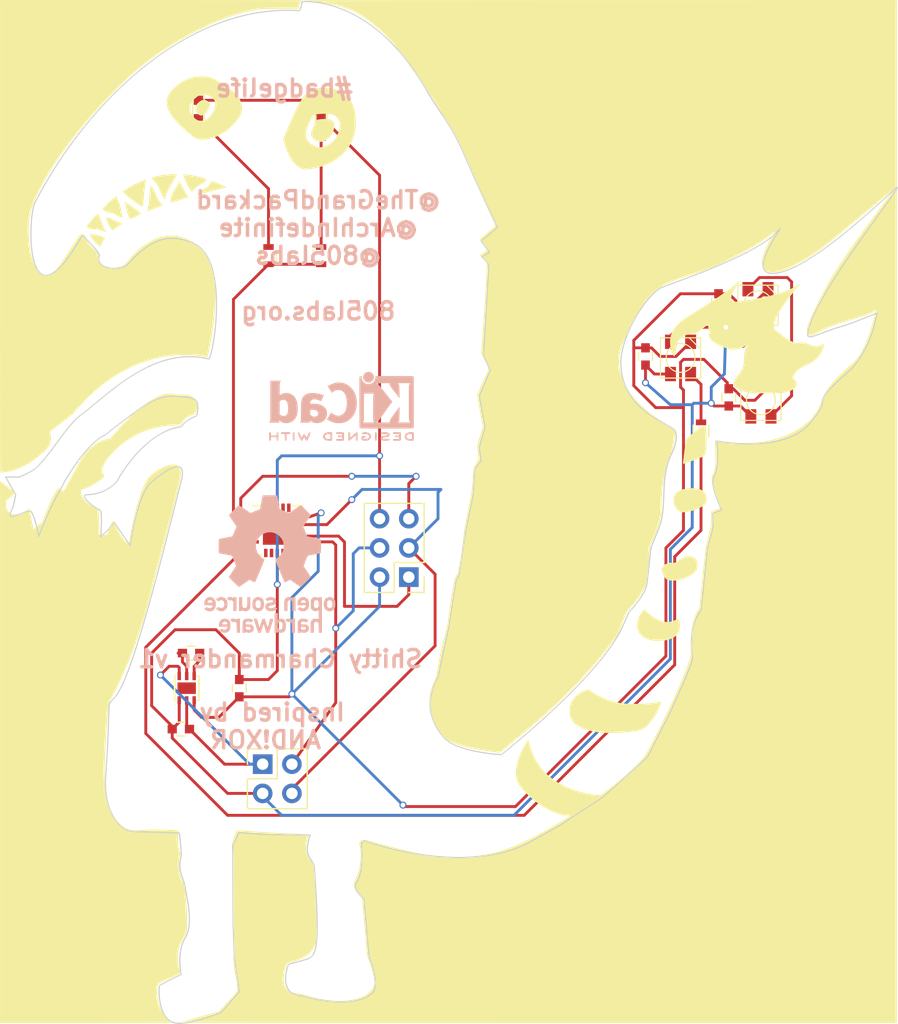
<source format=kicad_pcb>
(kicad_pcb (version 4) (host pcbnew 4.0.7)
  (layers (0 F.Cu signal) (31 B.Cu signal) (34 B.Paste user) (35 F.Paste user) (36 B.SilkS user hide) (37 F.SilkS user hide) (38 B.Mask user) (39 F.Mask user) (44 Edge.Cuts user))
  (net 0 "")
  (net 1 "Net-(LED1-Pad2)")
  (net 2 "Net-(LED2-Pad2)")
  (net 3 "Net-(LED3-Pad2)")
  (net 4 GND)
  (net 5 MOSI_SDA)
  (net 6 SCK_SCL)
  (net 7 EYE_LEDS)
  (net 8 TAIL_LEDS)
  (net 9 RESET)
  (net 10 MISO)
  (net 11 5V)
  (net 12 3.3V)
  (net 13 "Net-(C3-Pad2)")
  (net 14 "Net-(C3-Pad1)")
  (net 15 "Net-(LED3-Pad4)")
  (net 16 "Net-(LED4-Pad4)")
  (net 17 "Net-(LED5-Pad4)")
  (module Shitty_Charmander:charmander (layer F.Cu) (at 145.669 99.949)
    (fp_text reference "" (at 0 0) (layer F.SilkS))
    (fp_text value "" (at 0 0) (layer F.SilkS))
  )
  (module Symbols:OSHW-Logo_11.4x12mm_SilkScreen (layer B.Cu) (at 130.175 104.521 180)
    (fp_text reference REF*** hide)
    (fp_text value OSHW-Logo_11.4x12mm_SilkScreen hide)
  )
  (module Symbols:KiCad-Logo2_6mm_SilkScreen (layer B.Cu) (at 136.398 90.805 180)
    (fp_text reference REF*** hide)
    (fp_text value KiCad-Logo2_6mm_SilkScreen hide)
  )
  (module LEDs:LED_0603 (layer F.Cu) (at 134.62 66.548 270)
    (fp_text reference LED2 hide)
    (fp_text value LED)
    (pad 2 smd rect (at 0.8 0 90) (size 0.8 0.8) (layers F.Cu F.Paste F.Mask) (net 2 "Net-(LED2-Pad2)"))
    (pad 1 smd rect (at -0.8 0 90) (size 0.8 0.8) (layers F.Cu F.Paste F.Mask) (net 4 GND))
  )
  (module Resistors_SMD:R_0603 (layer F.Cu) (at 130.048 77.724 90)
    (fp_text reference R1 hide)
    (fp_text value R)
    (pad 1 smd rect (at -0.75 0 90) (size 0.5 0.9) (layers F.Cu F.Paste F.Mask) (net 7 EYE_LEDS))
    (pad 2 smd rect (at 0.75 0 90) (size 0.5 0.9) (layers F.Cu F.Paste F.Mask) (net 1 "Net-(LED1-Pad2)"))
  )
  (module Resistors_SMD:R_0603 (layer F.Cu) (at 134.62 77.724 90)
    (fp_text reference R2 hide)
    (fp_text value R)
    (pad 1 smd rect (at -0.75 0 90) (size 0.5 0.9) (layers F.Cu F.Paste F.Mask) (net 7 EYE_LEDS))
    (pad 2 smd rect (at 0.75 0 90) (size 0.5 0.9) (layers F.Cu F.Paste F.Mask) (net 2 "Net-(LED2-Pad2)"))
  )
  (module Resistors_SMD:R_0603 (layer F.Cu) (at 167.64 92.964 90)
    (fp_text reference R3 hide)
    (fp_text value R)
    (pad 1 smd rect (at -0.75 0 90) (size 0.5 0.9) (layers F.Cu F.Paste F.Mask) (net 8 TAIL_LEDS))
    (pad 2 smd rect (at 0.75 0 90) (size 0.5 0.9) (layers F.Cu F.Paste F.Mask) (net 17 "Net-(LED5-Pad4)"))
  )
  (module Capacitors_SMD:C_0603 (layer F.Cu) (at 127.508 115.316 90)
    (fp_text reference C1 hide)
    (fp_text value 2.2μF)
    (pad 2 smd rect (at 0.75 0 90) (size 0.8 0.75) (layers F.Cu F.Paste F.Mask) (net 4 GND))
    (pad 1 smd rect (at -0.75 0 90) (size 0.8 0.75) (layers F.Cu F.Paste F.Mask) (net 11 5V))
  )
  (module Capacitors_SMD:C_0603 (layer F.Cu) (at 122.428 118.872 180)
    (fp_text reference C2 hide)
    (fp_text value 1μF)
    (pad 2 smd rect (at 0.75 0 180) (size 0.8 0.75) (layers F.Cu F.Paste F.Mask) (net 4 GND))
    (pad 1 smd rect (at -0.75 0 180) (size 0.8 0.75) (layers F.Cu F.Paste F.Mask) (net 12 3.3V))
  )
  (module Capacitors_SMD:C_0603 (layer F.Cu) (at 123.317 112.268)
    (fp_text reference C3 hide)
    (fp_text value 2.2μF)
    (pad 2 smd rect (at 0.75 0) (size 0.8 0.75) (layers F.Cu F.Paste F.Mask) (net 13 "Net-(C3-Pad2)"))
    (pad 1 smd rect (at -0.75 0) (size 0.8 0.75) (layers F.Cu F.Paste F.Mask) (net 14 "Net-(C3-Pad1)"))
  )
  (module Capacitors_SMD:C_0603 (layer F.Cu) (at 162.814 86.487 270)
    (fp_text reference C4 hide)
    (fp_text value 0.1μF)
    (pad 2 smd rect (at 0.75 0 270) (size 0.8 0.75) (layers F.Cu F.Paste F.Mask) (net 4 GND))
    (pad 1 smd rect (at -0.75 0 270) (size 0.8 0.75) (layers F.Cu F.Paste F.Mask) (net 11 5V))
  )
  (module Capacitors_SMD:C_0603 (layer F.Cu) (at 169.164 81.788 270)
    (fp_text reference C5 hide)
    (fp_text value 0.1μF)
    (pad 2 smd rect (at 0.75 0 270) (size 0.8 0.75) (layers F.Cu F.Paste F.Mask) (net 4 GND))
    (pad 1 smd rect (at -0.75 0 270) (size 0.8 0.75) (layers F.Cu F.Paste F.Mask) (net 11 5V))
  )
  (module Capacitors_SMD:C_0603 (layer F.Cu) (at 170.053 90.043 270)
    (fp_text reference C6 hide)
    (fp_text value 0.1μF hide)
    (pad 2 smd rect (at 0.75 0 270) (size 0.8 0.75) (layers F.Cu F.Paste F.Mask) (net 4 GND))
    (pad 1 smd rect (at -0.75 0 270) (size 0.8 0.75) (layers F.Cu F.Paste F.Mask) (net 11 5V))
  )
  (module Housings_DFN_QFN:QFN-20-1EP_4x4mm_Pitch0.5mm (layer F.Cu) (at 130.81 101.6)
    (fp_text reference U2 hide)
    (fp_text value ATTINY85-20MU)
    (pad 1 smd rect (at -1.965 -1) (size 0.73 0.3) (layers F.Cu F.Paste F.Mask) (net 9 RESET))
    (pad 2 smd rect (at -1.965 -0.5) (size 0.73 0.3) (layers F.Cu F.Paste F.Mask) (net 7 EYE_LEDS))
    (pad 3 smd rect (at -1.965 0) (size 0.73 0.3) (layers F.Cu F.Paste F.Mask))
    (pad 4 smd rect (at -1.965 0.5) (size 0.73 0.3) (layers F.Cu F.Paste F.Mask))
    (pad 5 smd rect (at -1.965 1) (size 0.73 0.3) (layers F.Cu F.Paste F.Mask) (net 8 TAIL_LEDS))
    (pad 6 smd rect (at -1 1.965 90) (size 0.73 0.3) (layers F.Cu F.Paste F.Mask))
    (pad 7 smd rect (at -0.5 1.965 90) (size 0.73 0.3) (layers F.Cu F.Paste F.Mask))
    (pad 8 smd rect (at 0 1.965 90) (size 0.73 0.3) (layers F.Cu F.Paste F.Mask) (net 4 GND))
    (pad 9 smd rect (at 0.5 1.965 90) (size 0.73 0.3) (layers F.Cu F.Paste F.Mask))
    (pad 10 smd rect (at 1 1.965 90) (size 0.73 0.3) (layers F.Cu F.Paste F.Mask))
    (pad 11 smd rect (at 1.965 1) (size 0.73 0.3) (layers F.Cu F.Paste F.Mask) (net 5 MOSI_SDA))
    (pad 12 smd rect (at 1.965 0.5) (size 0.73 0.3) (layers F.Cu F.Paste F.Mask) (net 10 MISO))
    (pad 13 smd rect (at 1.965 0) (size 0.73 0.3) (layers F.Cu F.Paste F.Mask))
    (pad 14 smd rect (at 1.965 -0.5) (size 0.73 0.3) (layers F.Cu F.Paste F.Mask) (net 6 SCK_SCL))
    (pad 15 smd rect (at 1.965 -1) (size 0.73 0.3) (layers F.Cu F.Paste F.Mask) (net 11 5V))
    (pad 16 smd rect (at 1 -1.965 90) (size 0.73 0.3) (layers F.Cu F.Paste F.Mask))
    (pad 17 smd rect (at 0.5 -1.965 90) (size 0.73 0.3) (layers F.Cu F.Paste F.Mask))
    (pad 18 smd rect (at 0 -1.965 90) (size 0.73 0.3) (layers F.Cu F.Paste F.Mask))
    (pad 19 smd rect (at -0.5 -1.965 90) (size 0.73 0.3) (layers F.Cu F.Paste F.Mask))
    (pad 20 smd rect (at -1 -1.965 90) (size 0.73 0.3) (layers F.Cu F.Paste F.Mask))
    (pad 21 smd rect (at 0.625 0.625) (size 1.25 1.25) (layers F.Cu F.Paste F.Mask))
    (pad 21 smd rect (at 0.625 -0.625) (size 1.25 1.25) (layers F.Cu F.Paste F.Mask))
    (pad 21 smd rect (at -0.625 0.625) (size 1.25 1.25) (layers F.Cu F.Paste F.Mask))
    (pad 21 smd rect (at -0.625 -0.625) (size 1.25 1.25) (layers F.Cu F.Paste F.Mask))
  )
  (module LEDs:LED_0603 (layer F.Cu) (at 123.952 65.024 270)
    (fp_text reference LED1 hide)
    (fp_text value LED)
    (pad 2 smd rect (at 0.8 0 90) (size 0.8 0.8) (layers F.Cu F.Paste F.Mask) (net 1 "Net-(LED1-Pad2)"))
    (pad 1 smd rect (at -0.8 0 90) (size 0.8 0.8) (layers F.Cu F.Paste F.Mask) (net 4 GND))
  )
  (module Pin_Headers:Pin_Header_Straight_2x02_Pitch2.54mm (layer F.Cu) (at 129.54 121.92)
    (fp_text reference J1 hide)
    (fp_text value Conn_02x02_Odd_Even)
    (pad 1 thru_hole rect (at 0 0) (size 1.7 1.7) (drill 1) (layers *.Cu *.Mask) (net 12 3.3V))
    (pad 2 thru_hole oval (at 2.54 0) (size 1.7 1.7) (drill 1) (layers *.Cu *.Mask) (net 5 MOSI_SDA))
    (pad 3 thru_hole oval (at 0 2.54) (size 1.7 1.7) (drill 1) (layers *.Cu *.Mask) (net 4 GND))
    (pad 4 thru_hole oval (at 2.54 2.54) (size 1.7 1.7) (drill 1) (layers *.Cu *.Mask) (net 6 SCK_SCL))
  )
  (module Pin_Headers:Pin_Header_Straight_2x03_Pitch2.54mm (layer F.Cu) (at 142.24 105.664 180)
    (fp_text reference J2 hide)
    (fp_text value Conn_02x03_Odd_Even)
    (pad 1 thru_hole rect (at 0 0 180) (size 1.7 1.7) (drill 1) (layers *.Cu *.Mask) (net 10 MISO))
    (pad 2 thru_hole oval (at 2.54 0 180) (size 1.7 1.7) (drill 1) (layers *.Cu *.Mask) (net 11 5V))
    (pad 3 thru_hole oval (at 0 2.54 180) (size 1.7 1.7) (drill 1) (layers *.Cu *.Mask) (net 6 SCK_SCL))
    (pad 4 thru_hole oval (at 2.54 2.54 180) (size 1.7 1.7) (drill 1) (layers *.Cu *.Mask) (net 5 MOSI_SDA))
    (pad 5 thru_hole oval (at 0 5.08 180) (size 1.7 1.7) (drill 1) (layers *.Cu *.Mask) (net 9 RESET))
    (pad 6 thru_hole oval (at 2.54 5.08 180) (size 1.7 1.7) (drill 1) (layers *.Cu *.Mask) (net 4 GND))
  )
  (module Shitty_Charmander:SK6812-mini (layer F.Cu) (at 172.847 90.297 270)
    (fp_text reference LED3 hide)
    (fp_text value WS2812B)
    (pad 4 smd rect (at 1.4 -0.875 270) (size 1.25 0.95) (layers F.Cu F.Paste F.Mask) (net 15 "Net-(LED3-Pad4)"))
    (pad 3 smd rect (at 1.4 0.875 270) (size 1.25 0.95) (layers F.Cu F.Paste F.Mask) (net 4 GND))
    (pad 2 smd rect (at -1.4 0.875 270) (size 1.25 0.95) (layers F.Cu F.Paste F.Mask) (net 3 "Net-(LED3-Pad2)"))
    (pad 1 smd rect (at -1.4 -0.875 270) (size 1.25 0.95) (layers F.Cu F.Paste F.Mask) (net 11 5V))
  )
  (module Shitty_Charmander:SK6812-mini (layer F.Cu) (at 172.593 82.042 270)
    (fp_text reference LED4 hide)
    (fp_text value WS2812B)
    (pad 4 smd rect (at 1.4 -0.875 270) (size 1.25 0.95) (layers F.Cu F.Paste F.Mask) (net 16 "Net-(LED4-Pad4)"))
    (pad 3 smd rect (at 1.4 0.875 270) (size 1.25 0.95) (layers F.Cu F.Paste F.Mask) (net 4 GND))
    (pad 2 smd rect (at -1.4 0.875 270) (size 1.25 0.95) (layers F.Cu F.Paste F.Mask) (net 15 "Net-(LED3-Pad4)"))
    (pad 1 smd rect (at -1.4 -0.875 270) (size 1.25 0.95) (layers F.Cu F.Paste F.Mask) (net 11 5V))
  )
  (module Shitty_Charmander:SK6812-mini (layer F.Cu) (at 165.862 86.614 270)
    (fp_text reference LED5 hide)
    (fp_text value WS2812B)
    (pad 4 smd rect (at 1.4 -0.875 270) (size 1.25 0.95) (layers F.Cu F.Paste F.Mask) (net 17 "Net-(LED5-Pad4)"))
    (pad 3 smd rect (at 1.4 0.875 270) (size 1.25 0.95) (layers F.Cu F.Paste F.Mask) (net 4 GND))
    (pad 2 smd rect (at -1.4 0.875 270) (size 1.25 0.95) (layers F.Cu F.Paste F.Mask) (net 16 "Net-(LED4-Pad4)"))
    (pad 1 smd rect (at -1.4 -0.875 270) (size 1.25 0.95) (layers F.Cu F.Paste F.Mask) (net 11 5V))
  )
  (module Shitty_Charmander:WSON-6_2x2mm_Pitch0.65mm (layer F.Cu) (at 122.936 115.316 90)
    (fp_text reference U1 hide)
    (fp_text value TPS60151)
    (pad 6 smd rect (at 1.05 -0.65) (size 0.3 0.7) (layers F.Cu F.Paste F.Mask) (net 12 3.3V))
    (pad 1 smd rect (at -1.05 -0.65) (size 0.3 0.7) (layers F.Cu F.Paste F.Mask) (net 4 GND))
    (pad 5 smd rect (at 1.05 0) (size 0.3 0.7) (layers F.Cu F.Paste F.Mask) (net 14 "Net-(C3-Pad1)"))
    (pad 2 smd rect (at -1.05 0) (size 0.3 0.7) (layers F.Cu F.Paste F.Mask) (net 12 3.3V))
    (pad 4 smd rect (at 1.05 0.65) (size 0.3 0.7) (layers F.Cu F.Paste F.Mask) (net 13 "Net-(C3-Pad2)"))
    (pad 3 smd rect (at -1.05 0.65) (size 0.3 0.7) (layers F.Cu F.Paste F.Mask) (net 11 5V))
    (pad 7 smd rect (at 0 0) (size 1.6 1) (layers F.Cu F.Paste F.Mask))
  )
  (gr_line (start 149.949694 75.265302) (end 149.949694 75.265302) (layer Edge.Cuts) (width 0.1))
  (gr_line (start 107.195777 96.966619) (end 108.364524 96.966884) (layer Edge.Cuts) (width 0.1))
  (gr_line (start 108.06729 98.495268) (end 107.195777 96.966619) (layer Edge.Cuts) (width 0.1))
  (gr_line (start 149.944003 75.253323) (end 149.949694 75.265302) (layer Edge.Cuts) (width 0.1))
  (gr_line (start 149.927284 75.218094) (end 149.944003 75.253323) (layer Edge.Cuts) (width 0.1))
  (gr_line (start 149.900062 75.160678) (end 149.927284 75.218094) (layer Edge.Cuts) (width 0.1))
  (gr_line (start 149.862866 75.082139) (end 149.900062 75.160678) (layer Edge.Cuts) (width 0.1))
  (gr_line (start 149.816222 74.98354) (end 149.862866 75.082139) (layer Edge.Cuts) (width 0.1))
  (gr_line (start 149.76066 74.865944) (end 149.816222 74.98354) (layer Edge.Cuts) (width 0.1))
  (gr_line (start 149.696705 74.730415) (end 149.76066 74.865944) (layer Edge.Cuts) (width 0.1))
  (gr_line (start 149.624887 74.578015) (end 149.696705 74.730415) (layer Edge.Cuts) (width 0.1))
  (gr_line (start 149.545731 74.409809) (end 149.624887 74.578015) (layer Edge.Cuts) (width 0.1))
  (gr_line (start 149.459766 74.226859) (end 149.545731 74.409809) (layer Edge.Cuts) (width 0.1))
  (gr_line (start 149.367519 74.030228) (end 149.459766 74.226859) (layer Edge.Cuts) (width 0.1))
  (gr_line (start 149.269517 73.82098) (end 149.367519 74.030228) (layer Edge.Cuts) (width 0.1))
  (gr_line (start 149.166289 73.600179) (end 149.269517 73.82098) (layer Edge.Cuts) (width 0.1))
  (gr_line (start 149.058361 73.368886) (end 149.166289 73.600179) (layer Edge.Cuts) (width 0.1))
  (gr_line (start 148.946261 73.128166) (end 149.058361 73.368886) (layer Edge.Cuts) (width 0.1))
  (gr_line (start 148.830517 72.879083) (end 148.946261 73.128166) (layer Edge.Cuts) (width 0.1))
  (gr_line (start 148.711655 72.622698) (end 148.830517 72.879083) (layer Edge.Cuts) (width 0.1))
  (gr_line (start 148.590205 72.360076) (end 148.711655 72.622698) (layer Edge.Cuts) (width 0.1))
  (gr_line (start 148.466692 72.092279) (end 148.590205 72.360076) (layer Edge.Cuts) (width 0.1))
  (gr_line (start 148.341645 71.820371) (end 148.466692 72.092279) (layer Edge.Cuts) (width 0.1))
  (gr_line (start 148.215591 71.545416) (end 148.341645 71.820371) (layer Edge.Cuts) (width 0.1))
  (gr_line (start 148.089057 71.268476) (end 148.215591 71.545416) (layer Edge.Cuts) (width 0.1))
  (gr_line (start 147.962572 70.990615) (end 148.089057 71.268476) (layer Edge.Cuts) (width 0.1))
  (gr_line (start 147.836662 70.712895) (end 147.962572 70.990615) (layer Edge.Cuts) (width 0.1))
  (gr_line (start 147.711855 70.436381) (end 147.836662 70.712895) (layer Edge.Cuts) (width 0.1))
  (gr_line (start 147.588678 70.162136) (end 147.711855 70.436381) (layer Edge.Cuts) (width 0.1))
  (gr_line (start 147.46766 69.891222) (end 147.588678 70.162136) (layer Edge.Cuts) (width 0.1))
  (gr_line (start 147.349327 69.624703) (end 147.46766 69.891222) (layer Edge.Cuts) (width 0.1))
  (gr_line (start 147.234207 69.363643) (end 147.349327 69.624703) (layer Edge.Cuts) (width 0.1))
  (gr_line (start 147.122827 69.109104) (end 147.234207 69.363643) (layer Edge.Cuts) (width 0.1))
  (gr_line (start 147.015716 68.86215) (end 147.122827 69.109104) (layer Edge.Cuts) (width 0.1))
  (gr_line (start 146.906749 68.613942) (end 147.015716 68.86215) (layer Edge.Cuts) (width 0.1))
  (gr_line (start 146.798252 68.375028) (end 146.906749 68.613942) (layer Edge.Cuts) (width 0.1))
  (gr_line (start 146.690219 68.144946) (end 146.798252 68.375028) (layer Edge.Cuts) (width 0.1))
  (gr_line (start 146.58264 67.923233) (end 146.690219 68.144946) (layer Edge.Cuts) (width 0.1))
  (gr_line (start 146.475509 67.709429) (end 146.58264 67.923233) (layer Edge.Cuts) (width 0.1))
  (gr_line (start 146.368817 67.503069) (end 146.475509 67.709429) (layer Edge.Cuts) (width 0.1))
  (gr_line (start 146.262557 67.303693) (end 146.368817 67.503069) (layer Edge.Cuts) (width 0.1))
  (gr_line (start 146.15672 67.110837) (end 146.262557 67.303693) (layer Edge.Cuts) (width 0.1))
  (gr_line (start 146.0513 66.924039) (end 146.15672 67.110837) (layer Edge.Cuts) (width 0.1))
  (gr_line (start 145.946287 66.742837) (end 146.0513 66.924039) (layer Edge.Cuts) (width 0.1))
  (gr_line (start 145.841675 66.566769) (end 145.946287 66.742837) (layer Edge.Cuts) (width 0.1))
  (gr_line (start 145.737456 66.395373) (end 145.841675 66.566769) (layer Edge.Cuts) (width 0.1))
  (gr_line (start 145.633621 66.228185) (end 145.737456 66.395373) (layer Edge.Cuts) (width 0.1))
  (gr_line (start 145.530163 66.064744) (end 145.633621 66.228185) (layer Edge.Cuts) (width 0.1))
  (gr_line (start 145.427075 65.904588) (end 145.530163 66.064744) (layer Edge.Cuts) (width 0.1))
  (gr_line (start 145.324347 65.747254) (end 145.427075 65.904588) (layer Edge.Cuts) (width 0.1))
  (gr_line (start 145.221973 65.59228) (end 145.324347 65.747254) (layer Edge.Cuts) (width 0.1))
  (gr_line (start 145.119945 65.439203) (end 145.221973 65.59228) (layer Edge.Cuts) (width 0.1))
  (gr_line (start 145.018255 65.287562) (end 145.119945 65.439203) (layer Edge.Cuts) (width 0.1))
  (gr_line (start 144.916894 65.136894) (end 145.018255 65.287562) (layer Edge.Cuts) (width 0.1))
  (gr_line (start 144.815856 64.986736) (end 144.916894 65.136894) (layer Edge.Cuts) (width 0.1))
  (gr_line (start 144.715132 64.836627) (end 144.815856 64.986736) (layer Edge.Cuts) (width 0.1))
  (gr_line (start 144.614715 64.686103) (end 144.715132 64.836627) (layer Edge.Cuts) (width 0.1))
  (gr_line (start 144.514597 64.534704) (end 144.614715 64.686103) (layer Edge.Cuts) (width 0.1))
  (gr_line (start 144.41477 64.381966) (end 144.514597 64.534704) (layer Edge.Cuts) (width 0.1))
  (gr_line (start 144.315225 64.227427) (end 144.41477 64.381966) (layer Edge.Cuts) (width 0.1))
  (gr_line (start 144.215956 64.070625) (end 144.315225 64.227427) (layer Edge.Cuts) (width 0.1))
  (gr_line (start 144.116955 63.911098) (end 144.215956 64.070625) (layer Edge.Cuts) (width 0.1))
  (gr_line (start 144.018213 63.748383) (end 144.116955 63.911098) (layer Edge.Cuts) (width 0.1))
  (gr_line (start 143.919724 63.582017) (end 144.018213 63.748383) (layer Edge.Cuts) (width 0.1))
  (gr_line (start 143.821478 63.41154) (end 143.919724 63.582017) (layer Edge.Cuts) (width 0.1))
  (gr_line (start 143.353376 62.622498) (end 143.821478 63.41154) (layer Edge.Cuts) (width 0.1))
  (gr_line (start 142.878788 61.888487) (end 143.353376 62.622498) (layer Edge.Cuts) (width 0.1))
  (gr_line (start 142.399194 61.207529) (end 142.878788 61.888487) (layer Edge.Cuts) (width 0.1))
  (gr_line (start 141.916076 60.577647) (end 142.399194 61.207529) (layer Edge.Cuts) (width 0.1))
  (gr_line (start 141.430912 59.996864) (end 141.916076 60.577647) (layer Edge.Cuts) (width 0.1))
  (gr_line (start 140.945185 59.463203) (end 141.430912 59.996864) (layer Edge.Cuts) (width 0.1))
  (gr_line (start 140.460373 58.974687) (end 140.945185 59.463203) (layer Edge.Cuts) (width 0.1))
  (gr_line (start 139.977958 58.529338) (end 140.460373 58.974687) (layer Edge.Cuts) (width 0.1))
  (gr_line (start 139.499419 58.125179) (end 139.977958 58.529338) (layer Edge.Cuts) (width 0.1))
  (gr_line (start 139.026238 57.760234) (end 139.499419 58.125179) (layer Edge.Cuts) (width 0.1))
  (gr_line (start 138.559894 57.432524) (end 139.026238 57.760234) (layer Edge.Cuts) (width 0.1))
  (gr_line (start 138.101868 57.140074) (end 138.559894 57.432524) (layer Edge.Cuts) (width 0.1))
  (gr_line (start 137.65364 56.880905) (end 138.101868 57.140074) (layer Edge.Cuts) (width 0.1))
  (gr_line (start 137.21669 56.653042) (end 137.65364 56.880905) (layer Edge.Cuts) (width 0.1))
  (gr_line (start 136.7925 56.454505) (end 137.21669 56.653042) (layer Edge.Cuts) (width 0.1))
  (gr_line (start 136.382549 56.283319) (end 136.7925 56.454505) (layer Edge.Cuts) (width 0.1))
  (gr_line (start 135.988318 56.137506) (end 136.382549 56.283319) (layer Edge.Cuts) (width 0.1))
  (gr_line (start 135.611287 56.01509) (end 135.988318 56.137506) (layer Edge.Cuts) (width 0.1))
  (gr_line (start 135.252936 55.914092) (end 135.611287 56.01509) (layer Edge.Cuts) (width 0.1))
  (gr_line (start 134.914746 55.832536) (end 135.252936 55.914092) (layer Edge.Cuts) (width 0.1))
  (gr_line (start 134.598198 55.768444) (end 134.914746 55.832536) (layer Edge.Cuts) (width 0.1))
  (gr_line (start 134.304771 55.719841) (end 134.598198 55.768444) (layer Edge.Cuts) (width 0.1))
  (gr_line (start 134.035946 55.684747) (end 134.304771 55.719841) (layer Edge.Cuts) (width 0.1))
  (gr_line (start 133.793203 55.661187) (end 134.035946 55.684747) (layer Edge.Cuts) (width 0.1))
  (gr_line (start 133.578023 55.647183) (end 133.793203 55.661187) (layer Edge.Cuts) (width 0.1))
  (gr_line (start 133.391886 55.640758) (end 133.578023 55.647183) (layer Edge.Cuts) (width 0.1))
  (gr_line (start 133.236273 55.639934) (end 133.391886 55.640758) (layer Edge.Cuts) (width 0.1))
  (gr_line (start 133.112663 55.642736) (end 133.236273 55.639934) (layer Edge.Cuts) (width 0.1))
  (gr_line (start 133.022538 55.647184) (end 133.112663 55.642736) (layer Edge.Cuts) (width 0.1))
  (gr_line (start 132.967377 55.651304) (end 133.022538 55.647184) (layer Edge.Cuts) (width 0.1))
  (gr_line (start 132.948661 55.653116) (end 132.967377 55.651304) (layer Edge.Cuts) (width 0.1))
  (gr_line (start 132.948565 55.655543) (end 132.948661 55.653116) (layer Edge.Cuts) (width 0.1))
  (gr_line (start 132.948248 55.662608) (end 132.948565 55.655543) (layer Edge.Cuts) (width 0.1))
  (gr_line (start 132.947666 55.673987) (end 132.948248 55.662608) (layer Edge.Cuts) (width 0.1))
  (gr_line (start 132.946773 55.689357) (end 132.947666 55.673987) (layer Edge.Cuts) (width 0.1))
  (gr_line (start 132.945525 55.708393) (end 132.946773 55.689357) (layer Edge.Cuts) (width 0.1))
  (gr_line (start 132.943878 55.730773) (end 132.945525 55.708393) (layer Edge.Cuts) (width 0.1))
  (gr_line (start 132.941788 55.756173) (end 132.943878 55.730773) (layer Edge.Cuts) (width 0.1))
  (gr_line (start 132.939208 55.784268) (end 132.941788 55.756173) (layer Edge.Cuts) (width 0.1))
  (gr_line (start 132.936096 55.814736) (end 132.939208 55.784268) (layer Edge.Cuts) (width 0.1))
  (gr_line (start 132.932406 55.847252) (end 132.936096 55.814736) (layer Edge.Cuts) (width 0.1))
  (gr_line (start 132.928094 55.881493) (end 132.932406 55.847252) (layer Edge.Cuts) (width 0.1))
  (gr_line (start 132.923115 55.917135) (end 132.928094 55.881493) (layer Edge.Cuts) (width 0.1))
  (gr_line (start 132.917425 55.953854) (end 132.923115 55.917135) (layer Edge.Cuts) (width 0.1))
  (gr_line (start 132.91098 55.991327) (end 132.917425 55.953854) (layer Edge.Cuts) (width 0.1))
  (gr_line (start 132.903734 56.029231) (end 132.91098 55.991327) (layer Edge.Cuts) (width 0.1))
  (gr_line (start 132.895643 56.06724) (end 132.903734 56.029231) (layer Edge.Cuts) (width 0.1))
  (gr_line (start 132.886662 56.105033) (end 132.895643 56.06724) (layer Edge.Cuts) (width 0.1))
  (gr_line (start 132.876748 56.142284) (end 132.886662 56.105033) (layer Edge.Cuts) (width 0.1))
  (gr_line (start 132.865855 56.178671) (end 132.876748 56.142284) (layer Edge.Cuts) (width 0.1))
  (gr_line (start 132.853939 56.21387) (end 132.865855 56.178671) (layer Edge.Cuts) (width 0.1))
  (gr_line (start 132.840955 56.247556) (end 132.853939 56.21387) (layer Edge.Cuts) (width 0.1))
  (gr_line (start 132.82686 56.279407) (end 132.840955 56.247556) (layer Edge.Cuts) (width 0.1))
  (gr_line (start 132.811607 56.309098) (end 132.82686 56.279407) (layer Edge.Cuts) (width 0.1))
  (gr_line (start 132.795153 56.336307) (end 132.811607 56.309098) (layer Edge.Cuts) (width 0.1))
  (gr_line (start 132.777453 56.360708) (end 132.795153 56.336307) (layer Edge.Cuts) (width 0.1))
  (gr_line (start 132.758463 56.381979) (end 132.777453 56.360708) (layer Edge.Cuts) (width 0.1))
  (gr_line (start 132.738138 56.399796) (end 132.758463 56.381979) (layer Edge.Cuts) (width 0.1))
  (gr_line (start 132.716434 56.413835) (end 132.738138 56.399796) (layer Edge.Cuts) (width 0.1))
  (gr_line (start 132.693305 56.423773) (end 132.716434 56.413835) (layer Edge.Cuts) (width 0.1))
  (gr_line (start 132.668707 56.429285) (end 132.693305 56.423773) (layer Edge.Cuts) (width 0.1))
  (gr_line (start 132.642597 56.430049) (end 132.668707 56.429285) (layer Edge.Cuts) (width 0.1))
  (gr_line (start 131.726374 56.399188) (end 132.642597 56.430049) (layer Edge.Cuts) (width 0.1))
  (gr_line (start 130.815101 56.422898) (end 131.726374 56.399188) (layer Edge.Cuts) (width 0.1))
  (gr_line (start 129.909493 56.499453) (end 130.815101 56.422898) (layer Edge.Cuts) (width 0.1))
  (gr_line (start 129.010266 56.627124) (end 129.909493 56.499453) (layer Edge.Cuts) (width 0.1))
  (gr_line (start 128.118135 56.804187) (end 129.010266 56.627124) (layer Edge.Cuts) (width 0.1))
  (gr_line (start 127.233817 57.028913) (end 128.118135 56.804187) (layer Edge.Cuts) (width 0.1))
  (gr_line (start 126.358026 57.299576) (end 127.233817 57.028913) (layer Edge.Cuts) (width 0.1))
  (gr_line (start 125.49148 57.61445) (end 126.358026 57.299576) (layer Edge.Cuts) (width 0.1))
  (gr_line (start 124.634893 57.971807) (end 125.49148 57.61445) (layer Edge.Cuts) (width 0.1))
  (gr_line (start 123.788981 58.369921) (end 124.634893 57.971807) (layer Edge.Cuts) (width 0.1))
  (gr_line (start 122.95446 58.807066) (end 123.788981 58.369921) (layer Edge.Cuts) (width 0.1))
  (gr_line (start 122.132046 59.281513) (end 122.95446 58.807066) (layer Edge.Cuts) (width 0.1))
  (gr_line (start 121.322455 59.791537) (end 122.132046 59.281513) (layer Edge.Cuts) (width 0.1))
  (gr_line (start 120.526401 60.33541) (end 121.322455 59.791537) (layer Edge.Cuts) (width 0.1))
  (gr_line (start 119.744602 60.911407) (end 120.526401 60.33541) (layer Edge.Cuts) (width 0.1))
  (gr_line (start 118.977772 61.5178) (end 119.744602 60.911407) (layer Edge.Cuts) (width 0.1))
  (gr_line (start 118.226627 62.152862) (end 118.977772 61.5178) (layer Edge.Cuts) (width 0.1))
  (gr_line (start 117.491884 62.814866) (end 118.226627 62.152862) (layer Edge.Cuts) (width 0.1))
  (gr_line (start 116.774257 63.502087) (end 117.491884 62.814866) (layer Edge.Cuts) (width 0.1))
  (gr_line (start 116.074463 64.212797) (end 116.774257 63.502087) (layer Edge.Cuts) (width 0.1))
  (gr_line (start 115.393218 64.945269) (end 116.074463 64.212797) (layer Edge.Cuts) (width 0.1))
  (gr_line (start 114.731236 65.697776) (end 115.393218 64.945269) (layer Edge.Cuts) (width 0.1))
  (gr_line (start 114.089234 66.468593) (end 114.731236 65.697776) (layer Edge.Cuts) (width 0.1))
  (gr_line (start 113.467928 67.255991) (end 114.089234 66.468593) (layer Edge.Cuts) (width 0.1))
  (gr_line (start 112.868033 68.058245) (end 113.467928 67.255991) (layer Edge.Cuts) (width 0.1))
  (gr_line (start 112.290265 68.873627) (end 112.868033 68.058245) (layer Edge.Cuts) (width 0.1))
  (gr_line (start 111.73534 69.70041) (end 112.290265 68.873627) (layer Edge.Cuts) (width 0.1))
  (gr_line (start 111.203973 70.536869) (end 111.73534 69.70041) (layer Edge.Cuts) (width 0.1))
  (gr_line (start 110.69688 71.381276) (end 111.203973 70.536869) (layer Edge.Cuts) (width 0.1))
  (gr_line (start 110.214777 72.231904) (end 110.69688 71.381276) (layer Edge.Cuts) (width 0.1))
  (gr_line (start 109.75838 73.087027) (end 110.214777 72.231904) (layer Edge.Cuts) (width 0.1))
  (gr_line (start 109.690668 73.248388) (end 109.75838 73.087027) (layer Edge.Cuts) (width 0.1))
  (gr_line (start 109.62768 73.459036) (end 109.690668 73.248388) (layer Edge.Cuts) (width 0.1))
  (gr_line (start 109.570305 73.713403) (end 109.62768 73.459036) (layer Edge.Cuts) (width 0.1))
  (gr_line (start 109.519434 74.005917) (end 109.570305 73.713403) (layer Edge.Cuts) (width 0.1))
  (gr_line (start 109.475954 74.331009) (end 109.519434 74.005917) (layer Edge.Cuts) (width 0.1))
  (gr_line (start 109.440757 74.683109) (end 109.475954 74.331009) (layer Edge.Cuts) (width 0.1))
  (gr_line (start 109.414732 75.056647) (end 109.440757 74.683109) (layer Edge.Cuts) (width 0.1))
  (gr_line (start 109.398769 75.446053) (end 109.414732 75.056647) (layer Edge.Cuts) (width 0.1))
  (gr_line (start 109.393757 75.845757) (end 109.398769 75.446053) (layer Edge.Cuts) (width 0.1))
  (gr_line (start 109.400586 76.250189) (end 109.393757 75.845757) (layer Edge.Cuts) (width 0.1))
  (gr_line (start 109.420146 76.653779) (end 109.400586 76.250189) (layer Edge.Cuts) (width 0.1))
  (gr_line (start 109.453326 77.050957) (end 109.420146 76.653779) (layer Edge.Cuts) (width 0.1))
  (gr_line (start 109.501017 77.436154) (end 109.453326 77.050957) (layer Edge.Cuts) (width 0.1))
  (gr_line (start 109.564107 77.803798) (end 109.501017 77.436154) (layer Edge.Cuts) (width 0.1))
  (gr_line (start 109.643487 78.148321) (end 109.564107 77.803798) (layer Edge.Cuts) (width 0.1))
  (gr_line (start 109.740047 78.464153) (end 109.643487 78.148321) (layer Edge.Cuts) (width 0.1))
  (gr_line (start 109.854675 78.745722) (end 109.740047 78.464153) (layer Edge.Cuts) (width 0.1))
  (gr_line (start 109.988262 78.98746) (end 109.854675 78.745722) (layer Edge.Cuts) (width 0.1))
  (gr_line (start 110.141697 79.183797) (end 109.988262 78.98746) (layer Edge.Cuts) (width 0.1))
  (gr_line (start 110.31587 79.329162) (end 110.141697 79.183797) (layer Edge.Cuts) (width 0.1))
  (gr_line (start 110.511671 79.417985) (end 110.31587 79.329162) (layer Edge.Cuts) (width 0.1))
  (gr_line (start 110.729989 79.444698) (end 110.511671 79.417985) (layer Edge.Cuts) (width 0.1))
  (gr_line (start 110.971714 79.403728) (end 110.729989 79.444698) (layer Edge.Cuts) (width 0.1))
  (gr_line (start 111.237736 79.289508) (end 110.971714 79.403728) (layer Edge.Cuts) (width 0.1))
  (gr_line (start 111.528945 79.096466) (end 111.237736 79.289508) (layer Edge.Cuts) (width 0.1))
  (gr_line (start 111.84623 78.819032) (end 111.528945 79.096466) (layer Edge.Cuts) (width 0.1))
  (gr_line (start 112.190481 78.451638) (end 111.84623 78.819032) (layer Edge.Cuts) (width 0.1))
  (gr_line (start 112.562587 77.988712) (end 112.190481 78.451638) (layer Edge.Cuts) (width 0.1))
  (gr_line (start 112.963438 77.424686) (end 112.562587 77.988712) (layer Edge.Cuts) (width 0.1))
  (gr_line (start 113.393925 76.753988) (end 112.963438 77.424686) (layer Edge.Cuts) (width 0.1))
  (gr_line (start 113.854936 75.971049) (end 113.393925 76.753988) (layer Edge.Cuts) (width 0.1))
  (gr_line (start 113.862643 75.960162) (end 113.854936 75.971049) (layer Edge.Cuts) (width 0.1))
  (gr_line (start 113.871396 75.952613) (end 113.862643 75.960162) (layer Edge.Cuts) (width 0.1))
  (gr_line (start 113.881108 75.948199) (end 113.871396 75.952613) (layer Edge.Cuts) (width 0.1))
  (gr_line (start 113.891691 75.946718) (end 113.881108 75.948199) (layer Edge.Cuts) (width 0.1))
  (gr_line (start 113.903056 75.947969) (end 113.891691 75.946718) (layer Edge.Cuts) (width 0.1))
  (gr_line (start 113.915115 75.951749) (end 113.903056 75.947969) (layer Edge.Cuts) (width 0.1))
  (gr_line (start 113.92778 75.957856) (end 113.915115 75.951749) (layer Edge.Cuts) (width 0.1))
  (gr_line (start 113.940964 75.966089) (end 113.92778 75.957856) (layer Edge.Cuts) (width 0.1))
  (gr_line (start 113.954578 75.976244) (end 113.940964 75.966089) (layer Edge.Cuts) (width 0.1))
  (gr_line (start 113.968533 75.98812) (end 113.954578 75.976244) (layer Edge.Cuts) (width 0.1))
  (gr_line (start 113.982742 76.001514) (end 113.968533 75.98812) (layer Edge.Cuts) (width 0.1))
  (gr_line (start 113.997117 76.016226) (end 113.982742 76.001514) (layer Edge.Cuts) (width 0.1))
  (gr_line (start 114.011569 76.032052) (end 113.997117 76.016226) (layer Edge.Cuts) (width 0.1))
  (gr_line (start 114.026011 76.04879) (end 114.011569 76.032052) (layer Edge.Cuts) (width 0.1))
  (gr_line (start 114.040355 76.066239) (end 114.026011 76.04879) (layer Edge.Cuts) (width 0.1))
  (gr_line (start 114.054511 76.084196) (end 114.040355 76.066239) (layer Edge.Cuts) (width 0.1))
  (gr_line (start 114.068393 76.102459) (end 114.054511 76.084196) (layer Edge.Cuts) (width 0.1))
  (gr_line (start 114.081912 76.120826) (end 114.068393 76.102459) (layer Edge.Cuts) (width 0.1))
  (gr_line (start 114.09498 76.139095) (end 114.081912 76.120826) (layer Edge.Cuts) (width 0.1))
  (gr_line (start 114.107508 76.157064) (end 114.09498 76.139095) (layer Edge.Cuts) (width 0.1))
  (gr_line (start 114.11941 76.174531) (end 114.107508 76.157064) (layer Edge.Cuts) (width 0.1))
  (gr_line (start 114.130596 76.191294) (end 114.11941 76.174531) (layer Edge.Cuts) (width 0.1))
  (gr_line (start 114.140979 76.20715) (end 114.130596 76.191294) (layer Edge.Cuts) (width 0.1))
  (gr_line (start 114.15047 76.221897) (end 114.140979 76.20715) (layer Edge.Cuts) (width 0.1))
  (gr_line (start 114.158981 76.235334) (end 114.15047 76.221897) (layer Edge.Cuts) (width 0.1))
  (gr_line (start 114.166425 76.247258) (end 114.158981 76.235334) (layer Edge.Cuts) (width 0.1))
  (gr_line (start 114.172713 76.257467) (end 114.166425 76.247258) (layer Edge.Cuts) (width 0.1))
  (gr_line (start 114.177757 76.26576) (end 114.172713 76.257467) (layer Edge.Cuts) (width 0.1))
  (gr_line (start 114.181469 76.271933) (end 114.177757 76.26576) (layer Edge.Cuts) (width 0.1))
  (gr_line (start 114.183761 76.275785) (end 114.181469 76.271933) (layer Edge.Cuts) (width 0.1))
  (gr_line (start 114.184544 76.277114) (end 114.183761 76.275785) (layer Edge.Cuts) (width 0.1))
  (gr_line (start 114.18831 76.280787) (end 114.184544 76.277114) (layer Edge.Cuts) (width 0.1))
  (gr_line (start 114.199266 76.291514) (end 114.18831 76.280787) (layer Edge.Cuts) (width 0.1))
  (gr_line (start 114.216899 76.30886) (end 114.199266 76.291514) (layer Edge.Cuts) (width 0.1))
  (gr_line (start 114.240696 76.33239) (end 114.216899 76.30886) (layer Edge.Cuts) (width 0.1))
  (gr_line (start 114.270143 76.361667) (end 114.240696 76.33239) (layer Edge.Cuts) (width 0.1))
  (gr_line (start 114.304728 76.396257) (end 114.270143 76.361667) (layer Edge.Cuts) (width 0.1))
  (gr_line (start 114.343937 76.435723) (end 114.304728 76.396257) (layer Edge.Cuts) (width 0.1))
  (gr_line (start 114.387257 76.479631) (end 114.343937 76.435723) (layer Edge.Cuts) (width 0.1))
  (gr_line (start 114.434176 76.527543) (end 114.387257 76.479631) (layer Edge.Cuts) (width 0.1))
  (gr_line (start 114.48418 76.579025) (end 114.434176 76.527543) (layer Edge.Cuts) (width 0.1))
  (gr_line (start 114.536755 76.633642) (end 114.48418 76.579025) (layer Edge.Cuts) (width 0.1))
  (gr_line (start 114.59139 76.690956) (end 114.536755 76.633642) (layer Edge.Cuts) (width 0.1))
  (gr_line (start 114.64757 76.750534) (end 114.59139 76.690956) (layer Edge.Cuts) (width 0.1))
  (gr_line (start 114.704783 76.811939) (end 114.64757 76.750534) (layer Edge.Cuts) (width 0.1))
  (gr_line (start 114.762515 76.874735) (end 114.704783 76.811939) (layer Edge.Cuts) (width 0.1))
  (gr_line (start 114.820253 76.938487) (end 114.762515 76.874735) (layer Edge.Cuts) (width 0.1))
  (gr_line (start 114.877485 77.00276) (end 114.820253 76.938487) (layer Edge.Cuts) (width 0.1))
  (gr_line (start 114.933697 77.067117) (end 114.877485 77.00276) (layer Edge.Cuts) (width 0.1))
  (gr_line (start 114.988376 77.131124) (end 114.933697 77.067117) (layer Edge.Cuts) (width 0.1))
  (gr_line (start 115.041008 77.194344) (end 114.988376 77.131124) (layer Edge.Cuts) (width 0.1))
  (gr_line (start 115.091082 77.256342) (end 115.041008 77.194344) (layer Edge.Cuts) (width 0.1))
  (gr_line (start 115.138083 77.316681) (end 115.091082 77.256342) (layer Edge.Cuts) (width 0.1))
  (gr_line (start 115.181499 77.374928) (end 115.138083 77.316681) (layer Edge.Cuts) (width 0.1))
  (gr_line (start 115.220816 77.430646) (end 115.181499 77.374928) (layer Edge.Cuts) (width 0.1))
  (gr_line (start 115.255521 77.483398) (end 115.220816 77.430646) (layer Edge.Cuts) (width 0.1))
  (gr_line (start 115.285101 77.532751) (end 115.255521 77.483398) (layer Edge.Cuts) (width 0.1))
  (gr_line (start 115.309044 77.578268) (end 115.285101 77.532751) (layer Edge.Cuts) (width 0.1))
  (gr_line (start 115.326835 77.619513) (end 115.309044 77.578268) (layer Edge.Cuts) (width 0.1))
  (gr_line (start 115.337963 77.656051) (end 115.326835 77.619513) (layer Edge.Cuts) (width 0.1))
  (gr_line (start 115.341912 77.687446) (end 115.337963 77.656051) (layer Edge.Cuts) (width 0.1))
  (gr_line (start 115.338172 77.713263) (end 115.341912 77.687446) (layer Edge.Cuts) (width 0.1))
  (gr_line (start 115.305775 77.82996) (end 115.338172 77.713263) (layer Edge.Cuts) (width 0.1))
  (gr_line (start 115.289382 77.939985) (end 115.305775 77.82996) (layer Edge.Cuts) (width 0.1))
  (gr_line (start 115.288106 78.043397) (end 115.289382 77.939985) (layer Edge.Cuts) (width 0.1))
  (gr_line (start 115.301061 78.140253) (end 115.288106 78.043397) (layer Edge.Cuts) (width 0.1))
  (gr_line (start 115.327357 78.230612) (end 115.301061 78.140253) (layer Edge.Cuts) (width 0.1))
  (gr_line (start 115.366108 78.314533) (end 115.327357 78.230612) (layer Edge.Cuts) (width 0.1))
  (gr_line (start 115.416426 78.392072) (end 115.366108 78.314533) (layer Edge.Cuts) (width 0.1))
  (gr_line (start 115.477424 78.46329) (end 115.416426 78.392072) (layer Edge.Cuts) (width 0.1))
  (gr_line (start 115.548214 78.528243) (end 115.477424 78.46329) (layer Edge.Cuts) (width 0.1))
  (gr_line (start 115.627909 78.58699) (end 115.548214 78.528243) (layer Edge.Cuts) (width 0.1))
  (gr_line (start 115.715621 78.639589) (end 115.627909 78.58699) (layer Edge.Cuts) (width 0.1))
  (gr_line (start 115.810462 78.686099) (end 115.715621 78.639589) (layer Edge.Cuts) (width 0.1))
  (gr_line (start 115.911546 78.726577) (end 115.810462 78.686099) (layer Edge.Cuts) (width 0.1))
  (gr_line (start 116.017984 78.761082) (end 115.911546 78.726577) (layer Edge.Cuts) (width 0.1))
  (gr_line (start 116.128889 78.789673) (end 116.017984 78.761082) (layer Edge.Cuts) (width 0.1))
  (gr_line (start 116.243374 78.812406) (end 116.128889 78.789673) (layer Edge.Cuts) (width 0.1))
  (gr_line (start 116.360551 78.829342) (end 116.243374 78.812406) (layer Edge.Cuts) (width 0.1))
  (gr_line (start 116.479533 78.840537) (end 116.360551 78.829342) (layer Edge.Cuts) (width 0.1))
  (gr_line (start 116.599431 78.846049) (end 116.479533 78.840537) (layer Edge.Cuts) (width 0.1))
  (gr_line (start 116.719359 78.845939) (end 116.599431 78.846049) (layer Edge.Cuts) (width 0.1))
  (gr_line (start 116.838429 78.840262) (end 116.719359 78.845939) (layer Edge.Cuts) (width 0.1))
  (gr_line (start 116.955754 78.829078) (end 116.838429 78.840262) (layer Edge.Cuts) (width 0.1))
  (gr_line (start 117.070445 78.812445) (end 116.955754 78.829078) (layer Edge.Cuts) (width 0.1))
  (gr_line (start 117.181617 78.790421) (end 117.070445 78.812445) (layer Edge.Cuts) (width 0.1))
  (gr_line (start 117.28838 78.763064) (end 117.181617 78.790421) (layer Edge.Cuts) (width 0.1))
  (gr_line (start 117.389847 78.730433) (end 117.28838 78.763064) (layer Edge.Cuts) (width 0.1))
  (gr_line (start 117.485132 78.692586) (end 117.389847 78.730433) (layer Edge.Cuts) (width 0.1))
  (gr_line (start 117.573346 78.64958) (end 117.485132 78.692586) (layer Edge.Cuts) (width 0.1))
  (gr_line (start 117.653602 78.601475) (end 117.573346 78.64958) (layer Edge.Cuts) (width 0.1))
  (gr_line (start 117.725013 78.548328) (end 117.653602 78.601475) (layer Edge.Cuts) (width 0.1))
  (gr_line (start 117.78669 78.490197) (end 117.725013 78.548328) (layer Edge.Cuts) (width 0.1))
  (gr_line (start 117.972209 78.293971) (end 117.78669 78.490197) (layer Edge.Cuts) (width 0.1))
  (gr_line (start 118.155218 78.106088) (end 117.972209 78.293971) (layer Edge.Cuts) (width 0.1))
  (gr_line (start 118.335962 77.926624) (end 118.155218 78.106088) (layer Edge.Cuts) (width 0.1))
  (gr_line (start 118.514687 77.755654) (end 118.335962 77.926624) (layer Edge.Cuts) (width 0.1))
  (gr_line (start 118.691642 77.593253) (end 118.514687 77.755654) (layer Edge.Cuts) (width 0.1))
  (gr_line (start 118.867072 77.439497) (end 118.691642 77.593253) (layer Edge.Cuts) (width 0.1))
  (gr_line (start 119.041223 77.294461) (end 118.867072 77.439497) (layer Edge.Cuts) (width 0.1))
  (gr_line (start 119.214343 77.158222) (end 119.041223 77.294461) (layer Edge.Cuts) (width 0.1))
  (gr_line (start 119.386677 77.030853) (end 119.214343 77.158222) (layer Edge.Cuts) (width 0.1))
  (gr_line (start 119.558473 76.912431) (end 119.386677 77.030853) (layer Edge.Cuts) (width 0.1))
  (gr_line (start 119.729977 76.803031) (end 119.558473 76.912431) (layer Edge.Cuts) (width 0.1))
  (gr_line (start 119.901436 76.702729) (end 119.729977 76.803031) (layer Edge.Cuts) (width 0.1))
  (gr_line (start 120.073096 76.611599) (end 119.901436 76.702729) (layer Edge.Cuts) (width 0.1))
  (gr_line (start 120.245203 76.529718) (end 120.073096 76.611599) (layer Edge.Cuts) (width 0.1))
  (gr_line (start 120.418005 76.457161) (end 120.245203 76.529718) (layer Edge.Cuts) (width 0.1))
  (gr_line (start 120.591747 76.394002) (end 120.418005 76.457161) (layer Edge.Cuts) (width 0.1))
  (gr_line (start 120.766677 76.340319) (end 120.591747 76.394002) (layer Edge.Cuts) (width 0.1))
  (gr_line (start 120.943041 76.296185) (end 120.766677 76.340319) (layer Edge.Cuts) (width 0.1))
  (gr_line (start 121.121086 76.261677) (end 120.943041 76.296185) (layer Edge.Cuts) (width 0.1))
  (gr_line (start 121.301057 76.23687) (end 121.121086 76.261677) (layer Edge.Cuts) (width 0.1))
  (gr_line (start 121.483203 76.221839) (end 121.301057 76.23687) (layer Edge.Cuts) (width 0.1))
  (gr_line (start 121.667768 76.21666) (end 121.483203 76.221839) (layer Edge.Cuts) (width 0.1))
  (gr_line (start 121.855 76.221408) (end 121.667768 76.21666) (layer Edge.Cuts) (width 0.1))
  (gr_line (start 122.045146 76.236159) (end 121.855 76.221408) (layer Edge.Cuts) (width 0.1))
  (gr_line (start 122.238452 76.260988) (end 122.045146 76.236159) (layer Edge.Cuts) (width 0.1))
  (gr_line (start 122.435164 76.29597) (end 122.238452 76.260988) (layer Edge.Cuts) (width 0.1))
  (gr_line (start 122.635529 76.341181) (end 122.435164 76.29597) (layer Edge.Cuts) (width 0.1))
  (gr_line (start 122.839793 76.396697) (end 122.635529 76.341181) (layer Edge.Cuts) (width 0.1))
  (gr_line (start 123.048204 76.462592) (end 122.839793 76.396697) (layer Edge.Cuts) (width 0.1))
  (gr_line (start 123.261008 76.538943) (end 123.048204 76.462592) (layer Edge.Cuts) (width 0.1))
  (gr_line (start 123.478451 76.625824) (end 123.261008 76.538943) (layer Edge.Cuts) (width 0.1))
  (gr_line (start 123.784056 76.782822) (end 123.478451 76.625824) (layer Edge.Cuts) (width 0.1))
  (gr_line (start 124.060064 76.982622) (end 123.784056 76.782822) (layer Edge.Cuts) (width 0.1))
  (gr_line (start 124.307736 77.221958) (end 124.060064 76.982622) (layer Edge.Cuts) (width 0.1))
  (gr_line (start 124.528329 77.49756) (end 124.307736 77.221958) (layer Edge.Cuts) (width 0.1))
  (gr_line (start 124.723104 77.806161) (end 124.528329 77.49756) (layer Edge.Cuts) (width 0.1))
  (gr_line (start 124.893318 78.144493) (end 124.723104 77.806161) (layer Edge.Cuts) (width 0.1))
  (gr_line (start 125.040233 78.509288) (end 124.893318 78.144493) (layer Edge.Cuts) (width 0.1))
  (gr_line (start 125.165105 78.897279) (end 125.040233 78.509288) (layer Edge.Cuts) (width 0.1))
  (gr_line (start 125.269196 79.305197) (end 125.165105 78.897279) (layer Edge.Cuts) (width 0.1))
  (gr_line (start 125.353763 79.729775) (end 125.269196 79.305197) (layer Edge.Cuts) (width 0.1))
  (gr_line (start 125.420066 80.167744) (end 125.353763 79.729775) (layer Edge.Cuts) (width 0.1))
  (gr_line (start 125.469364 80.615838) (end 125.420066 80.167744) (layer Edge.Cuts) (width 0.1))
  (gr_line (start 125.502916 81.070787) (end 125.469364 80.615838) (layer Edge.Cuts) (width 0.1))
  (gr_line (start 125.521981 81.529324) (end 125.502916 81.070787) (layer Edge.Cuts) (width 0.1))
  (gr_line (start 125.527819 81.988181) (end 125.521981 81.529324) (layer Edge.Cuts) (width 0.1))
  (gr_line (start 125.521688 82.444091) (end 125.527819 81.988181) (layer Edge.Cuts) (width 0.1))
  (gr_line (start 125.504849 82.893785) (end 125.521688 82.444091) (layer Edge.Cuts) (width 0.1))
  (gr_line (start 125.478558 83.333996) (end 125.504849 82.893785) (layer Edge.Cuts) (width 0.1))
  (gr_line (start 125.444077 83.761455) (end 125.478558 83.333996) (layer Edge.Cuts) (width 0.1))
  (gr_line (start 125.402664 84.172895) (end 125.444077 83.761455) (layer Edge.Cuts) (width 0.1))
  (gr_line (start 125.355578 84.565048) (end 125.402664 84.172895) (layer Edge.Cuts) (width 0.1))
  (gr_line (start 125.304078 84.934646) (end 125.355578 84.565048) (layer Edge.Cuts) (width 0.1))
  (gr_line (start 125.249424 85.278421) (end 125.304078 84.934646) (layer Edge.Cuts) (width 0.1))
  (gr_line (start 125.192874 85.593105) (end 125.249424 85.278421) (layer Edge.Cuts) (width 0.1))
  (gr_line (start 125.135688 85.875431) (end 125.192874 85.593105) (layer Edge.Cuts) (width 0.1))
  (gr_line (start 125.079125 86.12213) (end 125.135688 85.875431) (layer Edge.Cuts) (width 0.1))
  (gr_line (start 125.024444 86.329935) (end 125.079125 86.12213) (layer Edge.Cuts) (width 0.1))
  (gr_line (start 124.972904 86.495578) (end 125.024444 86.329935) (layer Edge.Cuts) (width 0.1))
  (gr_line (start 124.925764 86.61579) (end 124.972904 86.495578) (layer Edge.Cuts) (width 0.1))
  (gr_line (start 124.884283 86.687304) (end 124.925764 86.61579) (layer Edge.Cuts) (width 0.1))
  (gr_line (start 124.849721 86.706853) (end 124.884283 86.687304) (layer Edge.Cuts) (width 0.1))
  (gr_line (start 124.417622 86.614965) (end 124.849721 86.706853) (layer Edge.Cuts) (width 0.1))
  (gr_line (start 123.99028 86.551527) (end 124.417622 86.614965) (layer Edge.Cuts) (width 0.1))
  (gr_line (start 123.567761 86.515277) (end 123.99028 86.551527) (layer Edge.Cuts) (width 0.1))
  (gr_line (start 123.150129 86.504956) (end 123.567761 86.515277) (layer Edge.Cuts) (width 0.1))
  (gr_line (start 122.737447 86.519305) (end 123.150129 86.504956) (layer Edge.Cuts) (width 0.1))
  (gr_line (start 122.329781 86.557061) (end 122.737447 86.519305) (layer Edge.Cuts) (width 0.1))
  (gr_line (start 121.927195 86.616967) (end 122.329781 86.557061) (layer Edge.Cuts) (width 0.1))
  (gr_line (start 121.529752 86.69776) (end 121.927195 86.616967) (layer Edge.Cuts) (width 0.1))
  (gr_line (start 121.137519 86.798182) (end 121.529752 86.69776) (layer Edge.Cuts) (width 0.1))
  (gr_line (start 120.750558 86.916971) (end 121.137519 86.798182) (layer Edge.Cuts) (width 0.1))
  (gr_line (start 120.368934 87.052869) (end 120.750558 86.916971) (layer Edge.Cuts) (width 0.1))
  (gr_line (start 119.992712 87.204614) (end 120.368934 87.052869) (layer Edge.Cuts) (width 0.1))
  (gr_line (start 119.621955 87.370946) (end 119.992712 87.204614) (layer Edge.Cuts) (width 0.1))
  (gr_line (start 119.256729 87.550606) (end 119.621955 87.370946) (layer Edge.Cuts) (width 0.1))
  (gr_line (start 118.897098 87.742333) (end 119.256729 87.550606) (layer Edge.Cuts) (width 0.1))
  (gr_line (start 118.543125 87.944867) (end 118.897098 87.742333) (layer Edge.Cuts) (width 0.1))
  (gr_line (start 118.194876 88.156948) (end 118.543125 87.944867) (layer Edge.Cuts) (width 0.1))
  (gr_line (start 117.852415 88.377315) (end 118.194876 88.156948) (layer Edge.Cuts) (width 0.1))
  (gr_line (start 117.515805 88.604709) (end 117.852415 88.377315) (layer Edge.Cuts) (width 0.1))
  (gr_line (start 117.185113 88.837869) (end 117.515805 88.604709) (layer Edge.Cuts) (width 0.1))
  (gr_line (start 116.860401 89.075536) (end 117.185113 88.837869) (layer Edge.Cuts) (width 0.1))
  (gr_line (start 116.541734 89.316448) (end 116.860401 89.075536) (layer Edge.Cuts) (width 0.1))
  (gr_line (start 116.229177 89.559347) (end 116.541734 89.316448) (layer Edge.Cuts) (width 0.1))
  (gr_line (start 115.922793 89.802971) (end 116.229177 89.559347) (layer Edge.Cuts) (width 0.1))
  (gr_line (start 115.622648 90.04606) (end 115.922793 89.802971) (layer Edge.Cuts) (width 0.1))
  (gr_line (start 115.328806 90.287355) (end 115.622648 90.04606) (layer Edge.Cuts) (width 0.1))
  (gr_line (start 115.04133 90.525595) (end 115.328806 90.287355) (layer Edge.Cuts) (width 0.1))
  (gr_line (start 114.760286 90.759521) (end 115.04133 90.525595) (layer Edge.Cuts) (width 0.1))
  (gr_line (start 114.485738 90.987871) (end 114.760286 90.759521) (layer Edge.Cuts) (width 0.1))
  (gr_line (start 114.21775 91.209386) (end 114.485738 90.987871) (layer Edge.Cuts) (width 0.1))
  (gr_line (start 113.956386 91.422805) (end 114.21775 91.209386) (layer Edge.Cuts) (width 0.1))
  (gr_line (start 113.822265 91.514392) (end 113.956386 91.422805) (layer Edge.Cuts) (width 0.1))
  (gr_line (start 113.690443 91.613207) (end 113.822265 91.514392) (layer Edge.Cuts) (width 0.1))
  (gr_line (start 113.560709 91.718911) (end 113.690443 91.613207) (layer Edge.Cuts) (width 0.1))
  (gr_line (start 113.432852 91.831168) (end 113.560709 91.718911) (layer Edge.Cuts) (width 0.1))
  (gr_line (start 113.306661 91.949641) (end 113.432852 91.831168) (layer Edge.Cuts) (width 0.1))
  (gr_line (start 113.181924 92.073991) (end 113.306661 91.949641) (layer Edge.Cuts) (width 0.1))
  (gr_line (start 113.058431 92.203882) (end 113.181924 92.073991) (layer Edge.Cuts) (width 0.1))
  (gr_line (start 112.935971 92.338977) (end 113.058431 92.203882) (layer Edge.Cuts) (width 0.1))
  (gr_line (start 112.814332 92.478937) (end 112.935971 92.338977) (layer Edge.Cuts) (width 0.1))
  (gr_line (start 112.693303 92.623427) (end 112.814332 92.478937) (layer Edge.Cuts) (width 0.1))
  (gr_line (start 112.572673 92.772109) (end 112.693303 92.623427) (layer Edge.Cuts) (width 0.1))
  (gr_line (start 112.452232 92.924645) (end 112.572673 92.772109) (layer Edge.Cuts) (width 0.1))
  (gr_line (start 112.331768 93.080698) (end 112.452232 92.924645) (layer Edge.Cuts) (width 0.1))
  (gr_line (start 112.211069 93.23993) (end 112.331768 93.080698) (layer Edge.Cuts) (width 0.1))
  (gr_line (start 112.089925 93.402006) (end 112.211069 93.23993) (layer Edge.Cuts) (width 0.1))
  (gr_line (start 111.968125 93.566587) (end 112.089925 93.402006) (layer Edge.Cuts) (width 0.1))
  (gr_line (start 111.845458 93.733336) (end 111.968125 93.566587) (layer Edge.Cuts) (width 0.1))
  (gr_line (start 111.721712 93.901916) (end 111.845458 93.733336) (layer Edge.Cuts) (width 0.1))
  (gr_line (start 111.596676 94.071989) (end 111.721712 93.901916) (layer Edge.Cuts) (width 0.1))
  (gr_line (start 111.47014 94.243218) (end 111.596676 94.071989) (layer Edge.Cuts) (width 0.1))
  (gr_line (start 111.341892 94.415267) (end 111.47014 94.243218) (layer Edge.Cuts) (width 0.1))
  (gr_line (start 111.211721 94.587797) (end 111.341892 94.415267) (layer Edge.Cuts) (width 0.1))
  (gr_line (start 111.079416 94.760472) (end 111.211721 94.587797) (layer Edge.Cuts) (width 0.1))
  (gr_line (start 110.944766 94.932954) (end 111.079416 94.760472) (layer Edge.Cuts) (width 0.1))
  (gr_line (start 110.80756 95.104906) (end 110.944766 94.932954) (layer Edge.Cuts) (width 0.1))
  (gr_line (start 110.667586 95.275991) (end 110.80756 95.104906) (layer Edge.Cuts) (width 0.1))
  (gr_line (start 110.524634 95.445871) (end 110.667586 95.275991) (layer Edge.Cuts) (width 0.1))
  (gr_line (start 110.378493 95.614209) (end 110.524634 95.445871) (layer Edge.Cuts) (width 0.1))
  (gr_line (start 110.228951 95.780668) (end 110.378493 95.614209) (layer Edge.Cuts) (width 0.1))
  (gr_line (start 110.075797 95.94491) (end 110.228951 95.780668) (layer Edge.Cuts) (width 0.1))
  (gr_line (start 109.918821 96.106599) (end 110.075797 95.94491) (layer Edge.Cuts) (width 0.1))
  (gr_line (start 109.877545 96.146316) (end 109.918821 96.106599) (layer Edge.Cuts) (width 0.1))
  (gr_line (start 109.831979 96.186195) (end 109.877545 96.146316) (layer Edge.Cuts) (width 0.1))
  (gr_line (start 109.782508 96.226137) (end 109.831979 96.186195) (layer Edge.Cuts) (width 0.1))
  (gr_line (start 109.729512 96.266042) (end 109.782508 96.226137) (layer Edge.Cuts) (width 0.1))
  (gr_line (start 109.673376 96.305811) (end 109.729512 96.266042) (layer Edge.Cuts) (width 0.1))
  (gr_line (start 109.614481 96.345345) (end 109.673376 96.305811) (layer Edge.Cuts) (width 0.1))
  (gr_line (start 109.55321 96.384544) (end 109.614481 96.345345) (layer Edge.Cuts) (width 0.1))
  (gr_line (start 109.489945 96.423309) (end 109.55321 96.384544) (layer Edge.Cuts) (width 0.1))
  (gr_line (start 109.425069 96.461542) (end 109.489945 96.423309) (layer Edge.Cuts) (width 0.1))
  (gr_line (start 109.358965 96.499142) (end 109.425069 96.461542) (layer Edge.Cuts) (width 0.1))
  (gr_line (start 109.292015 96.53601) (end 109.358965 96.499142) (layer Edge.Cuts) (width 0.1))
  (gr_line (start 109.224602 96.572048) (end 109.292015 96.53601) (layer Edge.Cuts) (width 0.1))
  (gr_line (start 109.157108 96.607156) (end 109.224602 96.572048) (layer Edge.Cuts) (width 0.1))
  (gr_line (start 109.089916 96.641234) (end 109.157108 96.607156) (layer Edge.Cuts) (width 0.1))
  (gr_line (start 109.023408 96.674184) (end 109.089916 96.641234) (layer Edge.Cuts) (width 0.1))
  (gr_line (start 108.957967 96.705905) (end 109.023408 96.674184) (layer Edge.Cuts) (width 0.1))
  (gr_line (start 108.893976 96.7363) (end 108.957967 96.705905) (layer Edge.Cuts) (width 0.1))
  (gr_line (start 108.831816 96.765268) (end 108.893976 96.7363) (layer Edge.Cuts) (width 0.1))
  (gr_line (start 108.771872 96.792711) (end 108.831816 96.765268) (layer Edge.Cuts) (width 0.1))
  (gr_line (start 108.714524 96.818528) (end 108.771872 96.792711) (layer Edge.Cuts) (width 0.1))
  (gr_line (start 108.660156 96.842621) (end 108.714524 96.818528) (layer Edge.Cuts) (width 0.1))
  (gr_line (start 108.609151 96.864891) (end 108.660156 96.842621) (layer Edge.Cuts) (width 0.1))
  (gr_line (start 108.56189 96.885238) (end 108.609151 96.864891) (layer Edge.Cuts) (width 0.1))
  (gr_line (start 108.518756 96.903563) (end 108.56189 96.885238) (layer Edge.Cuts) (width 0.1))
  (gr_line (start 108.480133 96.919767) (end 108.518756 96.903563) (layer Edge.Cuts) (width 0.1))
  (gr_line (start 108.446402 96.93375) (end 108.480133 96.919767) (layer Edge.Cuts) (width 0.1))
  (gr_line (start 108.417946 96.945414) (end 108.446402 96.93375) (layer Edge.Cuts) (width 0.1))
  (gr_line (start 108.395148 96.954658) (end 108.417946 96.945414) (layer Edge.Cuts) (width 0.1))
  (gr_line (start 108.37839 96.961384) (end 108.395148 96.954658) (layer Edge.Cuts) (width 0.1))
  (gr_line (start 108.368054 96.965492) (end 108.37839 96.961384) (layer Edge.Cuts) (width 0.1))
  (gr_line (start 108.364524 96.966884) (end 108.368054 96.965492) (layer Edge.Cuts) (width 0.1))
  (gr_line (start 110.53531 100.974223) (end 110.077539 102.113368) (layer Edge.Cuts) (width 0.1))
  (gr_line (start 108.066706 98.498528) (end 108.06729 98.495268) (layer Edge.Cuts) (width 0.1))
  (gr_line (start 108.064991 98.508047) (end 108.066706 98.498528) (layer Edge.Cuts) (width 0.1))
  (gr_line (start 108.062201 98.523432) (end 108.064991 98.508047) (layer Edge.Cuts) (width 0.1))
  (gr_line (start 108.05839 98.544292) (end 108.062201 98.523432) (layer Edge.Cuts) (width 0.1))
  (gr_line (start 108.053616 98.570234) (end 108.05839 98.544292) (layer Edge.Cuts) (width 0.1))
  (gr_line (start 108.047933 98.600866) (end 108.053616 98.570234) (layer Edge.Cuts) (width 0.1))
  (gr_line (start 108.041397 98.635797) (end 108.047933 98.600866) (layer Edge.Cuts) (width 0.1))
  (gr_line (start 108.034063 98.674633) (end 108.041397 98.635797) (layer Edge.Cuts) (width 0.1))
  (gr_line (start 108.025988 98.716984) (end 108.034063 98.674633) (layer Edge.Cuts) (width 0.1))
  (gr_line (start 108.017226 98.762456) (end 108.025988 98.716984) (layer Edge.Cuts) (width 0.1))
  (gr_line (start 108.007834 98.810657) (end 108.017226 98.762456) (layer Edge.Cuts) (width 0.1))
  (gr_line (start 107.997866 98.861196) (end 108.007834 98.810657) (layer Edge.Cuts) (width 0.1))
  (gr_line (start 107.987379 98.913681) (end 107.997866 98.861196) (layer Edge.Cuts) (width 0.1))
  (gr_line (start 107.976428 98.967719) (end 107.987379 98.913681) (layer Edge.Cuts) (width 0.1))
  (gr_line (start 107.965069 99.022918) (end 107.976428 98.967719) (layer Edge.Cuts) (width 0.1))
  (gr_line (start 107.953357 99.078886) (end 107.965069 99.022918) (layer Edge.Cuts) (width 0.1))
  (gr_line (start 107.941348 99.135231) (end 107.953357 99.078886) (layer Edge.Cuts) (width 0.1))
  (gr_line (start 107.929097 99.19156) (end 107.941348 99.135231) (layer Edge.Cuts) (width 0.1))
  (gr_line (start 107.91666 99.247483) (end 107.929097 99.19156) (layer Edge.Cuts) (width 0.1))
  (gr_line (start 107.904092 99.302606) (end 107.91666 99.247483) (layer Edge.Cuts) (width 0.1))
  (gr_line (start 107.89145 99.356537) (end 107.904092 99.302606) (layer Edge.Cuts) (width 0.1))
  (gr_line (start 107.878789 99.408885) (end 107.89145 99.356537) (layer Edge.Cuts) (width 0.1))
  (gr_line (start 107.866163 99.459256) (end 107.878789 99.408885) (layer Edge.Cuts) (width 0.1))
  (gr_line (start 107.85363 99.50726) (end 107.866163 99.459256) (layer Edge.Cuts) (width 0.1))
  (gr_line (start 107.841244 99.552504) (end 107.85363 99.50726) (layer Edge.Cuts) (width 0.1))
  (gr_line (start 107.829062 99.594596) (end 107.841244 99.552504) (layer Edge.Cuts) (width 0.1))
  (gr_line (start 107.817138 99.633143) (end 107.829062 99.594596) (layer Edge.Cuts) (width 0.1))
  (gr_line (start 107.805528 99.667754) (end 107.817138 99.633143) (layer Edge.Cuts) (width 0.1))
  (gr_line (start 107.794288 99.698037) (end 107.805528 99.667754) (layer Edge.Cuts) (width 0.1))
  (gr_line (start 107.783474 99.723599) (end 107.794288 99.698037) (layer Edge.Cuts) (width 0.1))
  (gr_line (start 107.77314 99.744048) (end 107.783474 99.723599) (layer Edge.Cuts) (width 0.1))
  (gr_line (start 107.699731 99.880628) (end 107.77314 99.744048) (layer Edge.Cuts) (width 0.1))
  (gr_line (start 107.644665 99.998649) (end 107.699731 99.880628) (layer Edge.Cuts) (width 0.1))
  (gr_line (start 107.606914 100.099138) (end 107.644665 99.998649) (layer Edge.Cuts) (width 0.1))
  (gr_line (start 107.58545 100.18312) (end 107.606914 100.099138) (layer Edge.Cuts) (width 0.1))
  (gr_line (start 107.579247 100.251622) (end 107.58545 100.18312) (layer Edge.Cuts) (width 0.1))
  (gr_line (start 107.587277 100.305669) (end 107.579247 100.251622) (layer Edge.Cuts) (width 0.1))
  (gr_line (start 107.608512 100.346289) (end 107.587277 100.305669) (layer Edge.Cuts) (width 0.1))
  (gr_line (start 107.641924 100.374507) (end 107.608512 100.346289) (layer Edge.Cuts) (width 0.1))
  (gr_line (start 107.686486 100.391348) (end 107.641924 100.374507) (layer Edge.Cuts) (width 0.1))
  (gr_line (start 107.741171 100.397841) (end 107.686486 100.391348) (layer Edge.Cuts) (width 0.1))
  (gr_line (start 107.804951 100.395009) (end 107.741171 100.397841) (layer Edge.Cuts) (width 0.1))
  (gr_line (start 107.876798 100.38388) (end 107.804951 100.395009) (layer Edge.Cuts) (width 0.1))
  (gr_line (start 107.955685 100.36548) (end 107.876798 100.38388) (layer Edge.Cuts) (width 0.1))
  (gr_line (start 108.040585 100.340835) (end 107.955685 100.36548) (layer Edge.Cuts) (width 0.1))
  (gr_line (start 108.130469 100.310971) (end 108.040585 100.340835) (layer Edge.Cuts) (width 0.1))
  (gr_line (start 108.224311 100.276913) (end 108.130469 100.310971) (layer Edge.Cuts) (width 0.1))
  (gr_line (start 108.321082 100.239689) (end 108.224311 100.276913) (layer Edge.Cuts) (width 0.1))
  (gr_line (start 108.419755 100.200325) (end 108.321082 100.239689) (layer Edge.Cuts) (width 0.1))
  (gr_line (start 108.519304 100.159845) (end 108.419755 100.200325) (layer Edge.Cuts) (width 0.1))
  (gr_line (start 108.618699 100.119278) (end 108.519304 100.159845) (layer Edge.Cuts) (width 0.1))
  (gr_line (start 108.716914 100.079648) (end 108.618699 100.119278) (layer Edge.Cuts) (width 0.1))
  (gr_line (start 108.812921 100.041982) (end 108.716914 100.079648) (layer Edge.Cuts) (width 0.1))
  (gr_line (start 108.905692 100.007306) (end 108.812921 100.041982) (layer Edge.Cuts) (width 0.1))
  (gr_line (start 108.994201 99.976646) (end 108.905692 100.007306) (layer Edge.Cuts) (width 0.1))
  (gr_line (start 109.077419 99.951028) (end 108.994201 99.976646) (layer Edge.Cuts) (width 0.1))
  (gr_line (start 109.154318 99.931479) (end 109.077419 99.951028) (layer Edge.Cuts) (width 0.1))
  (gr_line (start 109.223873 99.919024) (end 109.154318 99.931479) (layer Edge.Cuts) (width 0.1))
  (gr_line (start 109.285054 99.91469) (end 109.223873 99.919024) (layer Edge.Cuts) (width 0.1))
  (gr_line (start 109.336834 99.919503) (end 109.285054 99.91469) (layer Edge.Cuts) (width 0.1))
  (gr_line (start 109.378186 99.934488) (end 109.336834 99.919503) (layer Edge.Cuts) (width 0.1))
  (gr_line (start 109.408082 99.960673) (end 109.378186 99.934488) (layer Edge.Cuts) (width 0.1))
  (gr_line (start 109.44378 100.012626) (end 109.408082 99.960673) (layer Edge.Cuts) (width 0.1))
  (gr_line (start 109.478976 100.071203) (end 109.44378 100.012626) (layer Edge.Cuts) (width 0.1))
  (gr_line (start 109.513625 100.135838) (end 109.478976 100.071203) (layer Edge.Cuts) (width 0.1))
  (gr_line (start 109.54768 100.205969) (end 109.513625 100.135838) (layer Edge.Cuts) (width 0.1))
  (gr_line (start 109.581098 100.281029) (end 109.54768 100.205969) (layer Edge.Cuts) (width 0.1))
  (gr_line (start 109.613832 100.360455) (end 109.581098 100.281029) (layer Edge.Cuts) (width 0.1))
  (gr_line (start 109.645837 100.443681) (end 109.613832 100.360455) (layer Edge.Cuts) (width 0.1))
  (gr_line (start 109.677068 100.530144) (end 109.645837 100.443681) (layer Edge.Cuts) (width 0.1))
  (gr_line (start 109.70748 100.619278) (end 109.677068 100.530144) (layer Edge.Cuts) (width 0.1))
  (gr_line (start 109.737027 100.710519) (end 109.70748 100.619278) (layer Edge.Cuts) (width 0.1))
  (gr_line (start 109.765665 100.803302) (end 109.737027 100.710519) (layer Edge.Cuts) (width 0.1))
  (gr_line (start 109.793346 100.897063) (end 109.765665 100.803302) (layer Edge.Cuts) (width 0.1))
  (gr_line (start 109.820028 100.991237) (end 109.793346 100.897063) (layer Edge.Cuts) (width 0.1))
  (gr_line (start 109.845663 101.08526) (end 109.820028 100.991237) (layer Edge.Cuts) (width 0.1))
  (gr_line (start 109.870207 101.178567) (end 109.845663 101.08526) (layer Edge.Cuts) (width 0.1))
  (gr_line (start 109.893615 101.270593) (end 109.870207 101.178567) (layer Edge.Cuts) (width 0.1))
  (gr_line (start 109.915841 101.360773) (end 109.893615 101.270593) (layer Edge.Cuts) (width 0.1))
  (gr_line (start 109.936839 101.448544) (end 109.915841 101.360773) (layer Edge.Cuts) (width 0.1))
  (gr_line (start 109.956565 101.53334) (end 109.936839 101.448544) (layer Edge.Cuts) (width 0.1))
  (gr_line (start 109.974974 101.614597) (end 109.956565 101.53334) (layer Edge.Cuts) (width 0.1))
  (gr_line (start 109.992019 101.691751) (end 109.974974 101.614597) (layer Edge.Cuts) (width 0.1))
  (gr_line (start 110.007657 101.764236) (end 109.992019 101.691751) (layer Edge.Cuts) (width 0.1))
  (gr_line (start 110.02184 101.831488) (end 110.007657 101.764236) (layer Edge.Cuts) (width 0.1))
  (gr_line (start 110.034524 101.892943) (end 110.02184 101.831488) (layer Edge.Cuts) (width 0.1))
  (gr_line (start 110.045665 101.948035) (end 110.034524 101.892943) (layer Edge.Cuts) (width 0.1))
  (gr_line (start 110.055215 101.996201) (end 110.045665 101.948035) (layer Edge.Cuts) (width 0.1))
  (gr_line (start 110.063131 102.036876) (end 110.055215 101.996201) (layer Edge.Cuts) (width 0.1))
  (gr_line (start 110.069367 102.069494) (end 110.063131 102.036876) (layer Edge.Cuts) (width 0.1))
  (gr_line (start 110.073877 102.093492) (end 110.069367 102.069494) (layer Edge.Cuts) (width 0.1))
  (gr_line (start 110.076616 102.108305) (end 110.073877 102.093492) (layer Edge.Cuts) (width 0.1))
  (gr_line (start 110.077539 102.113368) (end 110.076616 102.108305) (layer Edge.Cuts) (width 0.1))
  (gr_line (start 112.301069 97.395623) (end 111.900828 98.172556) (layer Edge.Cuts) (width 0.1))
  (gr_line (start 110.599347 100.816693) (end 110.53531 100.974223) (layer Edge.Cuts) (width 0.1))
  (gr_line (start 110.66351 100.66233) (end 110.599347 100.816693) (layer Edge.Cuts) (width 0.1))
  (gr_line (start 110.727648 100.511272) (end 110.66351 100.66233) (layer Edge.Cuts) (width 0.1))
  (gr_line (start 110.791612 100.363652) (end 110.727648 100.511272) (layer Edge.Cuts) (width 0.1))
  (gr_line (start 110.855249 100.219607) (end 110.791612 100.363652) (layer Edge.Cuts) (width 0.1))
  (gr_line (start 110.918409 100.079272) (end 110.855249 100.219607) (layer Edge.Cuts) (width 0.1))
  (gr_line (start 110.98094 99.942782) (end 110.918409 100.079272) (layer Edge.Cuts) (width 0.1))
  (gr_line (start 111.042693 99.810272) (end 110.98094 99.942782) (layer Edge.Cuts) (width 0.1))
  (gr_line (start 111.103516 99.681879) (end 111.042693 99.810272) (layer Edge.Cuts) (width 0.1))
  (gr_line (start 111.163258 99.557736) (end 111.103516 99.681879) (layer Edge.Cuts) (width 0.1))
  (gr_line (start 111.221767 99.437981) (end 111.163258 99.557736) (layer Edge.Cuts) (width 0.1))
  (gr_line (start 111.278894 99.322747) (end 111.221767 99.437981) (layer Edge.Cuts) (width 0.1))
  (gr_line (start 111.334488 99.212171) (end 111.278894 99.322747) (layer Edge.Cuts) (width 0.1))
  (gr_line (start 111.388396 99.106388) (end 111.334488 99.212171) (layer Edge.Cuts) (width 0.1))
  (gr_line (start 111.440469 99.005532) (end 111.388396 99.106388) (layer Edge.Cuts) (width 0.1))
  (gr_line (start 111.490556 98.909741) (end 111.440469 99.005532) (layer Edge.Cuts) (width 0.1))
  (gr_line (start 111.538505 98.819148) (end 111.490556 98.909741) (layer Edge.Cuts) (width 0.1))
  (gr_line (start 111.584165 98.73389) (end 111.538505 98.819148) (layer Edge.Cuts) (width 0.1))
  (gr_line (start 111.627386 98.654102) (end 111.584165 98.73389) (layer Edge.Cuts) (width 0.1))
  (gr_line (start 111.668017 98.579918) (end 111.627386 98.654102) (layer Edge.Cuts) (width 0.1))
  (gr_line (start 111.705907 98.511475) (end 111.668017 98.579918) (layer Edge.Cuts) (width 0.1))
  (gr_line (start 111.740904 98.448908) (end 111.705907 98.511475) (layer Edge.Cuts) (width 0.1))
  (gr_line (start 111.772858 98.392352) (end 111.740904 98.448908) (layer Edge.Cuts) (width 0.1))
  (gr_line (start 111.801619 98.341943) (end 111.772858 98.392352) (layer Edge.Cuts) (width 0.1))
  (gr_line (start 111.827034 98.297816) (end 111.801619 98.341943) (layer Edge.Cuts) (width 0.1))
  (gr_line (start 111.848953 98.260106) (end 111.827034 98.297816) (layer Edge.Cuts) (width 0.1))
  (gr_line (start 111.867226 98.228949) (end 111.848953 98.260106) (layer Edge.Cuts) (width 0.1))
  (gr_line (start 111.8817 98.20448) (end 111.867226 98.228949) (layer Edge.Cuts) (width 0.1))
  (gr_line (start 111.892226 98.186835) (end 111.8817 98.20448) (layer Edge.Cuts) (width 0.1))
  (gr_line (start 111.898652 98.176148) (end 111.892226 98.186835) (layer Edge.Cuts) (width 0.1))
  (gr_line (start 111.900828 98.172556) (end 111.898652 98.176148) (layer Edge.Cuts) (width 0.1))
  (gr_line (start 116.048512 101.618669) (end 115.455888 102.151397) (layer Edge.Cuts) (width 0.1))
  (gr_line (start 116.633059 100.903593) (end 116.048512 101.618669) (layer Edge.Cuts) (width 0.1))
  (gr_line (start 118.022121 102.92833) (end 116.633059 100.903593) (layer Edge.Cuts) (width 0.1))
  (gr_line (start 112.306967 97.385205) (end 112.301069 97.395623) (layer Edge.Cuts) (width 0.1))
  (gr_line (start 112.324369 97.354772) (end 112.306967 97.385205) (layer Edge.Cuts) (width 0.1))
  (gr_line (start 112.352838 97.305554) (end 112.324369 97.354772) (layer Edge.Cuts) (width 0.1))
  (gr_line (start 112.391937 97.238783) (end 112.352838 97.305554) (layer Edge.Cuts) (width 0.1))
  (gr_line (start 112.441228 97.15569) (end 112.391937 97.238783) (layer Edge.Cuts) (width 0.1))
  (gr_line (start 112.500275 97.057505) (end 112.441228 97.15569) (layer Edge.Cuts) (width 0.1))
  (gr_line (start 112.568639 96.945461) (end 112.500275 97.057505) (layer Edge.Cuts) (width 0.1))
  (gr_line (start 112.645885 96.820787) (end 112.568639 96.945461) (layer Edge.Cuts) (width 0.1))
  (gr_line (start 112.731573 96.684715) (end 112.645885 96.820787) (layer Edge.Cuts) (width 0.1))
  (gr_line (start 112.825268 96.538476) (end 112.731573 96.684715) (layer Edge.Cuts) (width 0.1))
  (gr_line (start 112.926532 96.383302) (end 112.825268 96.538476) (layer Edge.Cuts) (width 0.1))
  (gr_line (start 113.034927 96.220422) (end 112.926532 96.383302) (layer Edge.Cuts) (width 0.1))
  (gr_line (start 113.150017 96.051069) (end 113.034927 96.220422) (layer Edge.Cuts) (width 0.1))
  (gr_line (start 113.271364 95.876472) (end 113.150017 96.051069) (layer Edge.Cuts) (width 0.1))
  (gr_line (start 113.39853 95.697864) (end 113.271364 95.876472) (layer Edge.Cuts) (width 0.1))
  (gr_line (start 113.53108 95.516475) (end 113.39853 95.697864) (layer Edge.Cuts) (width 0.1))
  (gr_line (start 113.668575 95.333537) (end 113.53108 95.516475) (layer Edge.Cuts) (width 0.1))
  (gr_line (start 113.810577 95.15028) (end 113.668575 95.333537) (layer Edge.Cuts) (width 0.1))
  (gr_line (start 113.956651 94.967935) (end 113.810577 95.15028) (layer Edge.Cuts) (width 0.1))
  (gr_line (start 114.106358 94.787734) (end 113.956651 94.967935) (layer Edge.Cuts) (width 0.1))
  (gr_line (start 114.259262 94.610907) (end 114.106358 94.787734) (layer Edge.Cuts) (width 0.1))
  (gr_line (start 114.414925 94.438686) (end 114.259262 94.610907) (layer Edge.Cuts) (width 0.1))
  (gr_line (start 114.572909 94.272301) (end 114.414925 94.438686) (layer Edge.Cuts) (width 0.1))
  (gr_line (start 114.732778 94.112984) (end 114.572909 94.272301) (layer Edge.Cuts) (width 0.1))
  (gr_line (start 114.894094 93.961965) (end 114.732778 94.112984) (layer Edge.Cuts) (width 0.1))
  (gr_line (start 115.05642 93.820477) (end 114.894094 93.961965) (layer Edge.Cuts) (width 0.1))
  (gr_line (start 115.219319 93.689749) (end 115.05642 93.820477) (layer Edge.Cuts) (width 0.1))
  (gr_line (start 115.382354 93.571013) (end 115.219319 93.689749) (layer Edge.Cuts) (width 0.1))
  (gr_line (start 115.545087 93.4655) (end 115.382354 93.571013) (layer Edge.Cuts) (width 0.1))
  (gr_line (start 115.707081 93.37444) (end 115.545087 93.4655) (layer Edge.Cuts) (width 0.1))
  (gr_line (start 115.867898 93.299066) (end 115.707081 93.37444) (layer Edge.Cuts) (width 0.1))
  (gr_line (start 115.871481 93.296148) (end 115.867898 93.299066) (layer Edge.Cuts) (width 0.1))
  (gr_line (start 115.882049 93.287556) (end 115.871481 93.296148) (layer Edge.Cuts) (width 0.1))
  (gr_line (start 115.89933 93.273529) (end 115.882049 93.287556) (layer Edge.Cuts) (width 0.1))
  (gr_line (start 115.923052 93.254308) (end 115.89933 93.273529) (layer Edge.Cuts) (width 0.1))
  (gr_line (start 115.952944 93.230133) (end 115.923052 93.254308) (layer Edge.Cuts) (width 0.1))
  (gr_line (start 115.988734 93.201244) (end 115.952944 93.230133) (layer Edge.Cuts) (width 0.1))
  (gr_line (start 116.03015 93.167881) (end 115.988734 93.201244) (layer Edge.Cuts) (width 0.1))
  (gr_line (start 116.07692 93.130286) (end 116.03015 93.167881) (layer Edge.Cuts) (width 0.1))
  (gr_line (start 116.128773 93.088698) (end 116.07692 93.130286) (layer Edge.Cuts) (width 0.1))
  (gr_line (start 116.185436 93.043357) (end 116.128773 93.088698) (layer Edge.Cuts) (width 0.1))
  (gr_line (start 116.246639 92.994504) (end 116.185436 93.043357) (layer Edge.Cuts) (width 0.1))
  (gr_line (start 116.312109 92.94238) (end 116.246639 92.994504) (layer Edge.Cuts) (width 0.1))
  (gr_line (start 116.381574 92.887223) (end 116.312109 92.94238) (layer Edge.Cuts) (width 0.1))
  (gr_line (start 116.454763 92.829276) (end 116.381574 92.887223) (layer Edge.Cuts) (width 0.1))
  (gr_line (start 116.531404 92.768777) (end 116.454763 92.829276) (layer Edge.Cuts) (width 0.1))
  (gr_line (start 116.611226 92.705967) (end 116.531404 92.768777) (layer Edge.Cuts) (width 0.1))
  (gr_line (start 116.693956 92.641088) (end 116.611226 92.705967) (layer Edge.Cuts) (width 0.1))
  (gr_line (start 116.779323 92.574378) (end 116.693956 92.641088) (layer Edge.Cuts) (width 0.1))
  (gr_line (start 116.867054 92.506078) (end 116.779323 92.574378) (layer Edge.Cuts) (width 0.1))
  (gr_line (start 116.956879 92.436429) (end 116.867054 92.506078) (layer Edge.Cuts) (width 0.1))
  (gr_line (start 117.048526 92.36567) (end 116.956879 92.436429) (layer Edge.Cuts) (width 0.1))
  (gr_line (start 117.141722 92.294043) (end 117.048526 92.36567) (layer Edge.Cuts) (width 0.1))
  (gr_line (start 117.236196 92.221786) (end 117.141722 92.294043) (layer Edge.Cuts) (width 0.1))
  (gr_line (start 117.331677 92.149142) (end 117.236196 92.221786) (layer Edge.Cuts) (width 0.1))
  (gr_line (start 117.427891 92.076349) (end 117.331677 92.149142) (layer Edge.Cuts) (width 0.1))
  (gr_line (start 117.524569 92.003649) (end 117.427891 92.076349) (layer Edge.Cuts) (width 0.1))
  (gr_line (start 117.621438 91.931282) (end 117.524569 92.003649) (layer Edge.Cuts) (width 0.1))
  (gr_line (start 117.718225 91.859487) (end 117.621438 91.931282) (layer Edge.Cuts) (width 0.1))
  (gr_line (start 117.81466 91.788505) (end 117.718225 91.859487) (layer Edge.Cuts) (width 0.1))
  (gr_line (start 117.910471 91.718577) (end 117.81466 91.788505) (layer Edge.Cuts) (width 0.1))
  (gr_line (start 118.005386 91.649942) (end 117.910471 91.718577) (layer Edge.Cuts) (width 0.1))
  (gr_line (start 118.116525 91.569681) (end 118.005386 91.649942) (layer Edge.Cuts) (width 0.1))
  (gr_line (start 118.228217 91.488637) (end 118.116525 91.569681) (layer Edge.Cuts) (width 0.1))
  (gr_line (start 118.340514 91.407064) (end 118.228217 91.488637) (layer Edge.Cuts) (width 0.1))
  (gr_line (start 118.453467 91.325217) (end 118.340514 91.407064) (layer Edge.Cuts) (width 0.1))
  (gr_line (start 118.567129 91.243352) (end 118.453467 91.325217) (layer Edge.Cuts) (width 0.1))
  (gr_line (start 118.681552 91.161723) (end 118.567129 91.243352) (layer Edge.Cuts) (width 0.1))
  (gr_line (start 118.796789 91.080586) (end 118.681552 91.161723) (layer Edge.Cuts) (width 0.1))
  (gr_line (start 118.912891 91.000196) (end 118.796789 91.080586) (layer Edge.Cuts) (width 0.1))
  (gr_line (start 119.029911 90.920808) (end 118.912891 91.000196) (layer Edge.Cuts) (width 0.1))
  (gr_line (start 119.147901 90.842677) (end 119.029911 90.920808) (layer Edge.Cuts) (width 0.1))
  (gr_line (start 119.266912 90.766059) (end 119.147901 90.842677) (layer Edge.Cuts) (width 0.1))
  (gr_line (start 119.386998 90.691207) (end 119.266912 90.766059) (layer Edge.Cuts) (width 0.1))
  (gr_line (start 119.50821 90.618378) (end 119.386998 90.691207) (layer Edge.Cuts) (width 0.1))
  (gr_line (start 119.630601 90.547827) (end 119.50821 90.618378) (layer Edge.Cuts) (width 0.1))
  (gr_line (start 119.754222 90.479808) (end 119.630601 90.547827) (layer Edge.Cuts) (width 0.1))
  (gr_line (start 119.879126 90.414577) (end 119.754222 90.479808) (layer Edge.Cuts) (width 0.1))
  (gr_line (start 120.005366 90.352389) (end 119.879126 90.414577) (layer Edge.Cuts) (width 0.1))
  (gr_line (start 120.132992 90.2935) (end 120.005366 90.352389) (layer Edge.Cuts) (width 0.1))
  (gr_line (start 120.262057 90.238163) (end 120.132992 90.2935) (layer Edge.Cuts) (width 0.1))
  (gr_line (start 120.392615 90.186634) (end 120.262057 90.238163) (layer Edge.Cuts) (width 0.1))
  (gr_line (start 120.524715 90.139169) (end 120.392615 90.186634) (layer Edge.Cuts) (width 0.1))
  (gr_line (start 120.658412 90.096022) (end 120.524715 90.139169) (layer Edge.Cuts) (width 0.1))
  (gr_line (start 120.793757 90.057449) (end 120.658412 90.096022) (layer Edge.Cuts) (width 0.1))
  (gr_line (start 120.930802 90.023705) (end 120.793757 90.057449) (layer Edge.Cuts) (width 0.1))
  (gr_line (start 121.069599 89.995044) (end 120.930802 90.023705) (layer Edge.Cuts) (width 0.1))
  (gr_line (start 121.210201 89.971723) (end 121.069599 89.995044) (layer Edge.Cuts) (width 0.1))
  (gr_line (start 121.352659 89.953995) (end 121.210201 89.971723) (layer Edge.Cuts) (width 0.1))
  (gr_line (start 121.497026 89.942117) (end 121.352659 89.953995) (layer Edge.Cuts) (width 0.1))
  (gr_line (start 121.643355 89.936343) (end 121.497026 89.942117) (layer Edge.Cuts) (width 0.1))
  (gr_line (start 121.791696 89.936928) (end 121.643355 89.936343) (layer Edge.Cuts) (width 0.1))
  (gr_line (start 121.942103 89.944128) (end 121.791696 89.936928) (layer Edge.Cuts) (width 0.1))
  (gr_line (start 121.998753 89.948076) (end 121.942103 89.944128) (layer Edge.Cuts) (width 0.1))
  (gr_line (start 122.054343 89.951929) (end 121.998753 89.948076) (layer Edge.Cuts) (width 0.1))
  (gr_line (start 122.108864 89.955693) (end 122.054343 89.951929) (layer Edge.Cuts) (width 0.1))
  (gr_line (start 122.16231 89.959377) (end 122.108864 89.955693) (layer Edge.Cuts) (width 0.1))
  (gr_line (start 122.214674 89.962988) (end 122.16231 89.959377) (layer Edge.Cuts) (width 0.1))
  (gr_line (start 122.265948 89.966534) (end 122.214674 89.962988) (layer Edge.Cuts) (width 0.1))
  (gr_line (start 122.316127 89.970022) (end 122.265948 89.966534) (layer Edge.Cuts) (width 0.1))
  (gr_line (start 122.365202 89.97346) (end 122.316127 89.970022) (layer Edge.Cuts) (width 0.1))
  (gr_line (start 122.413167 89.976855) (end 122.365202 89.97346) (layer Edge.Cuts) (width 0.1))
  (gr_line (start 122.460014 89.980216) (end 122.413167 89.976855) (layer Edge.Cuts) (width 0.1))
  (gr_line (start 122.505737 89.983549) (end 122.460014 89.980216) (layer Edge.Cuts) (width 0.1))
  (gr_line (start 122.550329 89.986863) (end 122.505737 89.983549) (layer Edge.Cuts) (width 0.1))
  (gr_line (start 122.593783 89.990164) (end 122.550329 89.986863) (layer Edge.Cuts) (width 0.1))
  (gr_line (start 122.636092 89.993461) (end 122.593783 89.990164) (layer Edge.Cuts) (width 0.1))
  (gr_line (start 122.677248 89.996761) (end 122.636092 89.993461) (layer Edge.Cuts) (width 0.1))
  (gr_line (start 122.717244 90.000072) (end 122.677248 89.996761) (layer Edge.Cuts) (width 0.1))
  (gr_line (start 122.756075 90.003401) (end 122.717244 90.000072) (layer Edge.Cuts) (width 0.1))
  (gr_line (start 122.793732 90.006756) (end 122.756075 90.003401) (layer Edge.Cuts) (width 0.1))
  (gr_line (start 122.830209 90.010145) (end 122.793732 90.006756) (layer Edge.Cuts) (width 0.1))
  (gr_line (start 122.865498 90.013575) (end 122.830209 90.010145) (layer Edge.Cuts) (width 0.1))
  (gr_line (start 122.899593 90.017053) (end 122.865498 90.013575) (layer Edge.Cuts) (width 0.1))
  (gr_line (start 122.932486 90.020588) (end 122.899593 90.017053) (layer Edge.Cuts) (width 0.1))
  (gr_line (start 122.964171 90.024187) (end 122.932486 90.020588) (layer Edge.Cuts) (width 0.1))
  (gr_line (start 122.994641 90.027857) (end 122.964171 90.024187) (layer Edge.Cuts) (width 0.1))
  (gr_line (start 123.023888 90.031607) (end 122.994641 90.027857) (layer Edge.Cuts) (width 0.1))
  (gr_line (start 123.051906 90.035443) (end 123.023888 90.031607) (layer Edge.Cuts) (width 0.1))
  (gr_line (start 123.078687 90.039374) (end 123.051906 90.035443) (layer Edge.Cuts) (width 0.1))
  (gr_line (start 123.104225 90.043406) (end 123.078687 90.039374) (layer Edge.Cuts) (width 0.1))
  (gr_line (start 123.128512 90.047548) (end 123.104225 90.043406) (layer Edge.Cuts) (width 0.1))
  (gr_line (start 123.151542 90.051808) (end 123.128512 90.047548) (layer Edge.Cuts) (width 0.1))
  (gr_line (start 123.173307 90.056192) (end 123.151542 90.051808) (layer Edge.Cuts) (width 0.1))
  (gr_line (start 123.194139 90.060709) (end 123.173307 90.056192) (layer Edge.Cuts) (width 0.1))
  (gr_line (start 123.214396 90.065365) (end 123.194139 90.060709) (layer Edge.Cuts) (width 0.1))
  (gr_line (start 123.234114 90.070169) (end 123.214396 90.065365) (layer Edge.Cuts) (width 0.1))
  (gr_line (start 123.25333 90.075129) (end 123.234114 90.070169) (layer Edge.Cuts) (width 0.1))
  (gr_line (start 123.272078 90.080251) (end 123.25333 90.075129) (layer Edge.Cuts) (width 0.1))
  (gr_line (start 123.290394 90.085543) (end 123.272078 90.080251) (layer Edge.Cuts) (width 0.1))
  (gr_line (start 123.308314 90.091014) (end 123.290394 90.085543) (layer Edge.Cuts) (width 0.1))
  (gr_line (start 123.325874 90.09667) (end 123.308314 90.091014) (layer Edge.Cuts) (width 0.1))
  (gr_line (start 123.343109 90.10252) (end 123.325874 90.09667) (layer Edge.Cuts) (width 0.1))
  (gr_line (start 123.360055 90.10857) (end 123.343109 90.10252) (layer Edge.Cuts) (width 0.1))
  (gr_line (start 123.376747 90.114829) (end 123.360055 90.10857) (layer Edge.Cuts) (width 0.1))
  (gr_line (start 123.393222 90.121303) (end 123.376747 90.114829) (layer Edge.Cuts) (width 0.1))
  (gr_line (start 123.409514 90.128002) (end 123.393222 90.121303) (layer Edge.Cuts) (width 0.1))
  (gr_line (start 123.425661 90.134931) (end 123.409514 90.128002) (layer Edge.Cuts) (width 0.1))
  (gr_line (start 123.441696 90.1421) (end 123.425661 90.134931) (layer Edge.Cuts) (width 0.1))
  (gr_line (start 123.457656 90.149515) (end 123.441696 90.1421) (layer Edge.Cuts) (width 0.1))
  (gr_line (start 123.473577 90.157184) (end 123.457656 90.149515) (layer Edge.Cuts) (width 0.1))
  (gr_line (start 123.489494 90.165115) (end 123.473577 90.157184) (layer Edge.Cuts) (width 0.1))
  (gr_line (start 123.505443 90.173315) (end 123.489494 90.165115) (layer Edge.Cuts) (width 0.1))
  (gr_line (start 123.52146 90.181792) (end 123.505443 90.173315) (layer Edge.Cuts) (width 0.1))
  (gr_line (start 123.537579 90.190553) (end 123.52146 90.181792) (layer Edge.Cuts) (width 0.1))
  (gr_line (start 123.553838 90.199606) (end 123.537579 90.190553) (layer Edge.Cuts) (width 0.1))
  (gr_line (start 123.570271 90.20896) (end 123.553838 90.199606) (layer Edge.Cuts) (width 0.1))
  (gr_line (start 123.586914 90.21862) (end 123.570271 90.20896) (layer Edge.Cuts) (width 0.1))
  (gr_line (start 123.603803 90.228596) (end 123.586914 90.21862) (layer Edge.Cuts) (width 0.1))
  (gr_line (start 123.620974 90.238893) (end 123.603803 90.228596) (layer Edge.Cuts) (width 0.1))
  (gr_line (start 123.638462 90.249522) (end 123.620974 90.238893) (layer Edge.Cuts) (width 0.1))
  (gr_line (start 123.656302 90.260487) (end 123.638462 90.249522) (layer Edge.Cuts) (width 0.1))
  (gr_line (start 123.674532 90.271798) (end 123.656302 90.260487) (layer Edge.Cuts) (width 0.1))
  (gr_line (start 123.693185 90.283462) (end 123.674532 90.271798) (layer Edge.Cuts) (width 0.1))
  (gr_line (start 123.712298 90.295487) (end 123.693185 90.283462) (layer Edge.Cuts) (width 0.1))
  (gr_line (start 123.74115 90.317355) (end 123.712298 90.295487) (layer Edge.Cuts) (width 0.1))
  (gr_line (start 123.767238 90.344515) (end 123.74115 90.317355) (layer Edge.Cuts) (width 0.1))
  (gr_line (start 123.790659 90.376571) (end 123.767238 90.344515) (layer Edge.Cuts) (width 0.1))
  (gr_line (start 123.811513 90.413124) (end 123.790659 90.376571) (layer Edge.Cuts) (width 0.1))
  (gr_line (start 123.8299 90.45378) (end 123.811513 90.413124) (layer Edge.Cuts) (width 0.1))
  (gr_line (start 123.845919 90.498141) (end 123.8299 90.45378) (layer Edge.Cuts) (width 0.1))
  (gr_line (start 123.859668 90.54581) (end 123.845919 90.498141) (layer Edge.Cuts) (width 0.1))
  (gr_line (start 123.871247 90.59639) (end 123.859668 90.54581) (layer Edge.Cuts) (width 0.1))
  (gr_line (start 123.880756 90.649486) (end 123.871247 90.59639) (layer Edge.Cuts) (width 0.1))
  (gr_line (start 123.888292 90.7047) (end 123.880756 90.649486) (layer Edge.Cuts) (width 0.1))
  (gr_line (start 123.893956 90.761636) (end 123.888292 90.7047) (layer Edge.Cuts) (width 0.1))
  (gr_line (start 123.897847 90.819897) (end 123.893956 90.761636) (layer Edge.Cuts) (width 0.1))
  (gr_line (start 123.900063 90.879087) (end 123.897847 90.819897) (layer Edge.Cuts) (width 0.1))
  (gr_line (start 123.900704 90.938808) (end 123.900063 90.879087) (layer Edge.Cuts) (width 0.1))
  (gr_line (start 123.89987 90.998664) (end 123.900704 90.938808) (layer Edge.Cuts) (width 0.1))
  (gr_line (start 123.897658 91.058258) (end 123.89987 90.998664) (layer Edge.Cuts) (width 0.1))
  (gr_line (start 123.894169 91.117194) (end 123.897658 91.058258) (layer Edge.Cuts) (width 0.1))
  (gr_line (start 123.889502 91.175074) (end 123.894169 91.117194) (layer Edge.Cuts) (width 0.1))
  (gr_line (start 123.883756 91.231503) (end 123.889502 91.175074) (layer Edge.Cuts) (width 0.1))
  (gr_line (start 123.877029 91.286084) (end 123.883756 91.231503) (layer Edge.Cuts) (width 0.1))
  (gr_line (start 123.869422 91.338419) (end 123.877029 91.286084) (layer Edge.Cuts) (width 0.1))
  (gr_line (start 123.861033 91.388113) (end 123.869422 91.338419) (layer Edge.Cuts) (width 0.1))
  (gr_line (start 123.851962 91.434768) (end 123.861033 91.388113) (layer Edge.Cuts) (width 0.1))
  (gr_line (start 123.842307 91.477989) (end 123.851962 91.434768) (layer Edge.Cuts) (width 0.1))
  (gr_line (start 123.832168 91.517377) (end 123.842307 91.477989) (layer Edge.Cuts) (width 0.1))
  (gr_line (start 123.821644 91.552537) (end 123.832168 91.517377) (layer Edge.Cuts) (width 0.1))
  (gr_line (start 123.810834 91.583071) (end 123.821644 91.552537) (layer Edge.Cuts) (width 0.1))
  (gr_line (start 123.799838 91.608584) (end 123.810834 91.583071) (layer Edge.Cuts) (width 0.1))
  (gr_line (start 123.788754 91.628678) (end 123.799838 91.608584) (layer Edge.Cuts) (width 0.1))
  (gr_line (start 123.777681 91.642957) (end 123.788754 91.628678) (layer Edge.Cuts) (width 0.1))
  (gr_line (start 123.76672 91.651024) (end 123.777681 91.642957) (layer Edge.Cuts) (width 0.1))
  (gr_line (start 123.653835 91.702308) (end 123.76672 91.651024) (layer Edge.Cuts) (width 0.1))
  (gr_line (start 123.547816 91.752746) (end 123.653835 91.702308) (layer Edge.Cuts) (width 0.1))
  (gr_line (start 123.448449 91.802281) (end 123.547816 91.752746) (layer Edge.Cuts) (width 0.1))
  (gr_line (start 123.355517 91.850856) (end 123.448449 91.802281) (layer Edge.Cuts) (width 0.1))
  (gr_line (start 123.268808 91.898415) (end 123.355517 91.850856) (layer Edge.Cuts) (width 0.1))
  (gr_line (start 123.188107 91.944901) (end 123.268808 91.898415) (layer Edge.Cuts) (width 0.1))
  (gr_line (start 123.113198 91.990258) (end 123.188107 91.944901) (layer Edge.Cuts) (width 0.1))
  (gr_line (start 123.043867 92.034428) (end 123.113198 91.990258) (layer Edge.Cuts) (width 0.1))
  (gr_line (start 122.9799 92.077356) (end 123.043867 92.034428) (layer Edge.Cuts) (width 0.1))
  (gr_line (start 122.921083 92.118985) (end 122.9799 92.077356) (layer Edge.Cuts) (width 0.1))
  (gr_line (start 122.8672 92.159258) (end 122.921083 92.118985) (layer Edge.Cuts) (width 0.1))
  (gr_line (start 122.818037 92.198118) (end 122.8672 92.159258) (layer Edge.Cuts) (width 0.1))
  (gr_line (start 122.77338 92.235508) (end 122.818037 92.198118) (layer Edge.Cuts) (width 0.1))
  (gr_line (start 122.733013 92.271373) (end 122.77338 92.235508) (layer Edge.Cuts) (width 0.1))
  (gr_line (start 122.696723 92.305656) (end 122.733013 92.271373) (layer Edge.Cuts) (width 0.1))
  (gr_line (start 122.664294 92.3383) (end 122.696723 92.305656) (layer Edge.Cuts) (width 0.1))
  (gr_line (start 122.635513 92.369247) (end 122.664294 92.3383) (layer Edge.Cuts) (width 0.1))
  (gr_line (start 122.610165 92.398443) (end 122.635513 92.369247) (layer Edge.Cuts) (width 0.1))
  (gr_line (start 122.588034 92.42583) (end 122.610165 92.398443) (layer Edge.Cuts) (width 0.1))
  (gr_line (start 122.568907 92.451351) (end 122.588034 92.42583) (layer Edge.Cuts) (width 0.1))
  (gr_line (start 122.552569 92.47495) (end 122.568907 92.451351) (layer Edge.Cuts) (width 0.1))
  (gr_line (start 122.538805 92.49657) (end 122.552569 92.47495) (layer Edge.Cuts) (width 0.1))
  (gr_line (start 122.527401 92.516155) (end 122.538805 92.49657) (layer Edge.Cuts) (width 0.1))
  (gr_line (start 122.518143 92.533647) (end 122.527401 92.516155) (layer Edge.Cuts) (width 0.1))
  (gr_line (start 122.510815 92.548991) (end 122.518143 92.533647) (layer Edge.Cuts) (width 0.1))
  (gr_line (start 122.505203 92.56213) (end 122.510815 92.548991) (layer Edge.Cuts) (width 0.1))
  (gr_line (start 122.501092 92.573007) (end 122.505203 92.56213) (layer Edge.Cuts) (width 0.1))
  (gr_line (start 122.498269 92.581565) (end 122.501092 92.573007) (layer Edge.Cuts) (width 0.1))
  (gr_line (start 122.496517 92.587748) (end 122.498269 92.581565) (layer Edge.Cuts) (width 0.1))
  (gr_line (start 122.495624 92.5915) (end 122.496517 92.587748) (layer Edge.Cuts) (width 0.1))
  (gr_line (start 122.495374 92.592763) (end 122.495624 92.5915) (layer Edge.Cuts) (width 0.1))
  (gr_line (start 122.27289 92.62168) (end 122.495374 92.592763) (layer Edge.Cuts) (width 0.1))
  (gr_line (start 122.05113 92.66421) (end 122.27289 92.62168) (layer Edge.Cuts) (width 0.1))
  (gr_line (start 121.830311 92.71979) (end 122.05113 92.66421) (layer Edge.Cuts) (width 0.1))
  (gr_line (start 121.610651 92.787856) (end 121.830311 92.71979) (layer Edge.Cuts) (width 0.1))
  (gr_line (start 121.392364 92.867842) (end 121.610651 92.787856) (layer Edge.Cuts) (width 0.1))
  (gr_line (start 121.17567 92.959186) (end 121.392364 92.867842) (layer Edge.Cuts) (width 0.1))
  (gr_line (start 120.960783 93.061323) (end 121.17567 92.959186) (layer Edge.Cuts) (width 0.1))
  (gr_line (start 120.747922 93.173689) (end 120.960783 93.061323) (layer Edge.Cuts) (width 0.1))
  (gr_line (start 120.537303 93.295719) (end 120.747922 93.173689) (layer Edge.Cuts) (width 0.1))
  (gr_line (start 120.329142 93.42685) (end 120.537303 93.295719) (layer Edge.Cuts) (width 0.1))
  (gr_line (start 120.123657 93.566517) (end 120.329142 93.42685) (layer Edge.Cuts) (width 0.1))
  (gr_line (start 119.921064 93.714157) (end 120.123657 93.566517) (layer Edge.Cuts) (width 0.1))
  (gr_line (start 119.72158 93.869206) (end 119.921064 93.714157) (layer Edge.Cuts) (width 0.1))
  (gr_line (start 119.525422 94.031098) (end 119.72158 93.869206) (layer Edge.Cuts) (width 0.1))
  (gr_line (start 119.332807 94.19927) (end 119.525422 94.031098) (layer Edge.Cuts) (width 0.1))
  (gr_line (start 119.143952 94.373159) (end 119.332807 94.19927) (layer Edge.Cuts) (width 0.1))
  (gr_line (start 118.959073 94.552199) (end 119.143952 94.373159) (layer Edge.Cuts) (width 0.1))
  (gr_line (start 118.778387 94.735826) (end 118.959073 94.552199) (layer Edge.Cuts) (width 0.1))
  (gr_line (start 118.602111 94.923478) (end 118.778387 94.735826) (layer Edge.Cuts) (width 0.1))
  (gr_line (start 118.430461 95.114588) (end 118.602111 94.923478) (layer Edge.Cuts) (width 0.1))
  (gr_line (start 118.263656 95.308594) (end 118.430461 95.114588) (layer Edge.Cuts) (width 0.1))
  (gr_line (start 118.10191 95.504932) (end 118.263656 95.308594) (layer Edge.Cuts) (width 0.1))
  (gr_line (start 117.945442 95.703036) (end 118.10191 95.504932) (layer Edge.Cuts) (width 0.1))
  (gr_line (start 117.794468 95.902343) (end 117.945442 95.703036) (layer Edge.Cuts) (width 0.1))
  (gr_line (start 117.649205 96.102289) (end 117.794468 95.902343) (layer Edge.Cuts) (width 0.1))
  (gr_line (start 117.509869 96.30231) (end 117.649205 96.102289) (layer Edge.Cuts) (width 0.1))
  (gr_line (start 117.376678 96.501841) (end 117.509869 96.30231) (layer Edge.Cuts) (width 0.1))
  (gr_line (start 117.249848 96.700318) (end 117.376678 96.501841) (layer Edge.Cuts) (width 0.1))
  (gr_line (start 117.129596 96.897179) (end 117.249848 96.700318) (layer Edge.Cuts) (width 0.1))
  (gr_line (start 117.016139 97.091857) (end 117.129596 96.897179) (layer Edge.Cuts) (width 0.1))
  (gr_line (start 116.909693 97.283789) (end 117.016139 97.091857) (layer Edge.Cuts) (width 0.1))
  (gr_line (start 116.907013 97.287431) (end 116.909693 97.283789) (layer Edge.Cuts) (width 0.1))
  (gr_line (start 116.898964 97.298041) (end 116.907013 97.287431) (layer Edge.Cuts) (width 0.1))
  (gr_line (start 116.885533 97.315144) (end 116.898964 97.298041) (layer Edge.Cuts) (width 0.1))
  (gr_line (start 116.866704 97.338264) (end 116.885533 97.315144) (layer Edge.Cuts) (width 0.1))
  (gr_line (start 116.842464 97.366928) (end 116.866704 97.338264) (layer Edge.Cuts) (width 0.1))
  (gr_line (start 116.812799 97.40066) (end 116.842464 97.366928) (layer Edge.Cuts) (width 0.1))
  (gr_line (start 116.777695 97.438985) (end 116.812799 97.40066) (layer Edge.Cuts) (width 0.1))
  (gr_line (start 116.737138 97.481429) (end 116.777695 97.438985) (layer Edge.Cuts) (width 0.1))
  (gr_line (start 116.691114 97.527516) (end 116.737138 97.481429) (layer Edge.Cuts) (width 0.1))
  (gr_line (start 116.639608 97.576773) (end 116.691114 97.527516) (layer Edge.Cuts) (width 0.1))
  (gr_line (start 116.582607 97.628723) (end 116.639608 97.576773) (layer Edge.Cuts) (width 0.1))
  (gr_line (start 116.520097 97.682892) (end 116.582607 97.628723) (layer Edge.Cuts) (width 0.1))
  (gr_line (start 116.452063 97.738806) (end 116.520097 97.682892) (layer Edge.Cuts) (width 0.1))
  (gr_line (start 116.378492 97.795988) (end 116.452063 97.738806) (layer Edge.Cuts) (width 0.1))
  (gr_line (start 116.299369 97.853966) (end 116.378492 97.795988) (layer Edge.Cuts) (width 0.1))
  (gr_line (start 116.214681 97.912262) (end 116.299369 97.853966) (layer Edge.Cuts) (width 0.1))
  (gr_line (start 116.124413 97.970404) (end 116.214681 97.912262) (layer Edge.Cuts) (width 0.1))
  (gr_line (start 116.028551 98.027916) (end 116.124413 97.970404) (layer Edge.Cuts) (width 0.1))
  (gr_line (start 115.927082 98.084322) (end 116.028551 98.027916) (layer Edge.Cuts) (width 0.1))
  (gr_line (start 115.819991 98.139149) (end 115.927082 98.084322) (layer Edge.Cuts) (width 0.1))
  (gr_line (start 115.707265 98.191921) (end 115.819991 98.139149) (layer Edge.Cuts) (width 0.1))
  (gr_line (start 115.588888 98.242163) (end 115.707265 98.191921) (layer Edge.Cuts) (width 0.1))
  (gr_line (start 115.464848 98.289401) (end 115.588888 98.242163) (layer Edge.Cuts) (width 0.1))
  (gr_line (start 115.33513 98.33316) (end 115.464848 98.289401) (layer Edge.Cuts) (width 0.1))
  (gr_line (start 115.19972 98.372965) (end 115.33513 98.33316) (layer Edge.Cuts) (width 0.1))
  (gr_line (start 115.058604 98.40834) (end 115.19972 98.372965) (layer Edge.Cuts) (width 0.1))
  (gr_line (start 114.911768 98.438812) (end 115.058604 98.40834) (layer Edge.Cuts) (width 0.1))
  (gr_line (start 114.759199 98.463905) (end 114.911768 98.438812) (layer Edge.Cuts) (width 0.1))
  (gr_line (start 114.60088 98.483144) (end 114.759199 98.463905) (layer Edge.Cuts) (width 0.1))
  (gr_line (start 114.4368 98.496055) (end 114.60088 98.483144) (layer Edge.Cuts) (width 0.1))
  (gr_line (start 114.266944 98.502163) (end 114.4368 98.496055) (layer Edge.Cuts) (width 0.1))
  (gr_line (start 114.207011 98.506054) (end 114.266944 98.502163) (layer Edge.Cuts) (width 0.1))
  (gr_line (start 114.157402 98.515595) (end 114.207011 98.506054) (layer Edge.Cuts) (width 0.1))
  (gr_line (start 114.117716 98.530472) (end 114.157402 98.515595) (layer Edge.Cuts) (width 0.1))
  (gr_line (start 114.087553 98.550373) (end 114.117716 98.530472) (layer Edge.Cuts) (width 0.1))
  (gr_line (start 114.066513 98.574985) (end 114.087553 98.550373) (layer Edge.Cuts) (width 0.1))
  (gr_line (start 114.054194 98.603996) (end 114.066513 98.574985) (layer Edge.Cuts) (width 0.1))
  (gr_line (start 114.050196 98.637092) (end 114.054194 98.603996) (layer Edge.Cuts) (width 0.1))
  (gr_line (start 114.054118 98.673961) (end 114.050196 98.637092) (layer Edge.Cuts) (width 0.1))
  (gr_line (start 114.065559 98.714291) (end 114.054118 98.673961) (layer Edge.Cuts) (width 0.1))
  (gr_line (start 114.08412 98.757769) (end 114.065559 98.714291) (layer Edge.Cuts) (width 0.1))
  (gr_line (start 114.109398 98.804081) (end 114.08412 98.757769) (layer Edge.Cuts) (width 0.1))
  (gr_line (start 114.140995 98.852916) (end 114.109398 98.804081) (layer Edge.Cuts) (width 0.1))
  (gr_line (start 114.178508 98.90396) (end 114.140995 98.852916) (layer Edge.Cuts) (width 0.1))
  (gr_line (start 114.221538 98.956902) (end 114.178508 98.90396) (layer Edge.Cuts) (width 0.1))
  (gr_line (start 114.269683 99.011427) (end 114.221538 98.956902) (layer Edge.Cuts) (width 0.1))
  (gr_line (start 114.322543 99.067224) (end 114.269683 99.011427) (layer Edge.Cuts) (width 0.1))
  (gr_line (start 114.379717 99.123981) (end 114.322543 99.067224) (layer Edge.Cuts) (width 0.1))
  (gr_line (start 114.440806 99.181383) (end 114.379717 99.123981) (layer Edge.Cuts) (width 0.1))
  (gr_line (start 114.505407 99.239118) (end 114.440806 99.181383) (layer Edge.Cuts) (width 0.1))
  (gr_line (start 114.573121 99.296875) (end 114.505407 99.239118) (layer Edge.Cuts) (width 0.1))
  (gr_line (start 114.643546 99.35434) (end 114.573121 99.296875) (layer Edge.Cuts) (width 0.1))
  (gr_line (start 114.716282 99.4112) (end 114.643546 99.35434) (layer Edge.Cuts) (width 0.1))
  (gr_line (start 114.790929 99.467142) (end 114.716282 99.4112) (layer Edge.Cuts) (width 0.1))
  (gr_line (start 114.867086 99.521855) (end 114.790929 99.467142) (layer Edge.Cuts) (width 0.1))
  (gr_line (start 114.944351 99.575025) (end 114.867086 99.521855) (layer Edge.Cuts) (width 0.1))
  (gr_line (start 115.022325 99.62634) (end 114.944351 99.575025) (layer Edge.Cuts) (width 0.1))
  (gr_line (start 115.100607 99.675487) (end 115.022325 99.62634) (layer Edge.Cuts) (width 0.1))
  (gr_line (start 115.178796 99.722153) (end 115.100607 99.675487) (layer Edge.Cuts) (width 0.1))
  (gr_line (start 115.256492 99.766026) (end 115.178796 99.722153) (layer Edge.Cuts) (width 0.1))
  (gr_line (start 115.333293 99.806792) (end 115.256492 99.766026) (layer Edge.Cuts) (width 0.1))
  (gr_line (start 115.4088 99.84414) (end 115.333293 99.806792) (layer Edge.Cuts) (width 0.1))
  (gr_line (start 115.430171 99.861282) (end 115.4088 99.84414) (layer Edge.Cuts) (width 0.1))
  (gr_line (start 115.449034 99.890576) (end 115.430171 99.861282) (layer Edge.Cuts) (width 0.1))
  (gr_line (start 115.465511 99.931161) (end 115.449034 99.890576) (layer Edge.Cuts) (width 0.1))
  (gr_line (start 115.479725 99.982174) (end 115.465511 99.931161) (layer Edge.Cuts) (width 0.1))
  (gr_line (start 115.491799 100.042753) (end 115.479725 99.982174) (layer Edge.Cuts) (width 0.1))
  (gr_line (start 115.501855 100.112037) (end 115.491799 100.042753) (layer Edge.Cuts) (width 0.1))
  (gr_line (start 115.510015 100.189163) (end 115.501855 100.112037) (layer Edge.Cuts) (width 0.1))
  (gr_line (start 115.516403 100.273268) (end 115.510015 100.189163) (layer Edge.Cuts) (width 0.1))
  (gr_line (start 115.521141 100.363492) (end 115.516403 100.273268) (layer Edge.Cuts) (width 0.1))
  (gr_line (start 115.524351 100.458972) (end 115.521141 100.363492) (layer Edge.Cuts) (width 0.1))
  (gr_line (start 115.526155 100.558845) (end 115.524351 100.458972) (layer Edge.Cuts) (width 0.1))
  (gr_line (start 115.526677 100.66225) (end 115.526155 100.558845) (layer Edge.Cuts) (width 0.1))
  (gr_line (start 115.526039 100.768325) (end 115.526677 100.66225) (layer Edge.Cuts) (width 0.1))
  (gr_line (start 115.524364 100.876207) (end 115.526039 100.768325) (layer Edge.Cuts) (width 0.1))
  (gr_line (start 115.521774 100.985035) (end 115.524364 100.876207) (layer Edge.Cuts) (width 0.1))
  (gr_line (start 115.518391 101.093946) (end 115.521774 100.985035) (layer Edge.Cuts) (width 0.1))
  (gr_line (start 115.514338 101.202078) (end 115.518391 101.093946) (layer Edge.Cuts) (width 0.1))
  (gr_line (start 115.509738 101.30857) (end 115.514338 101.202078) (layer Edge.Cuts) (width 0.1))
  (gr_line (start 115.504713 101.412558) (end 115.509738 101.30857) (layer Edge.Cuts) (width 0.1))
  (gr_line (start 115.499386 101.513182) (end 115.504713 101.412558) (layer Edge.Cuts) (width 0.1))
  (gr_line (start 115.493879 101.609578) (end 115.499386 101.513182) (layer Edge.Cuts) (width 0.1))
  (gr_line (start 115.488315 101.700886) (end 115.493879 101.609578) (layer Edge.Cuts) (width 0.1))
  (gr_line (start 115.482817 101.786242) (end 115.488315 101.700886) (layer Edge.Cuts) (width 0.1))
  (gr_line (start 115.477506 101.864785) (end 115.482817 101.786242) (layer Edge.Cuts) (width 0.1))
  (gr_line (start 115.472506 101.935652) (end 115.477506 101.864785) (layer Edge.Cuts) (width 0.1))
  (gr_line (start 115.467939 101.997982) (end 115.472506 101.935652) (layer Edge.Cuts) (width 0.1))
  (gr_line (start 115.463927 102.050913) (end 115.467939 101.997982) (layer Edge.Cuts) (width 0.1))
  (gr_line (start 115.460594 102.093581) (end 115.463927 102.050913) (layer Edge.Cuts) (width 0.1))
  (gr_line (start 115.458061 102.125126) (end 115.460594 102.093581) (layer Edge.Cuts) (width 0.1))
  (gr_line (start 115.456452 102.144686) (end 115.458061 102.125126) (layer Edge.Cuts) (width 0.1))
  (gr_line (start 115.455888 102.151397) (end 115.456452 102.144686) (layer Edge.Cuts) (width 0.1))
  (gr_line (start 127.510125 141.704362) (end 125.956258 143.470119) (layer Edge.Cuts) (width 0.1))
  (gr_line (start 127.109887 138.996867) (end 127.510125 141.704362) (layer Edge.Cuts) (width 0.1))
  (gr_line (start 118.023868 102.915122) (end 118.022121 102.92833) (layer Edge.Cuts) (width 0.1))
  (gr_line (start 118.029124 102.876503) (end 118.023868 102.915122) (layer Edge.Cuts) (width 0.1))
  (gr_line (start 118.037913 102.813976) (end 118.029124 102.876503) (layer Edge.Cuts) (width 0.1))
  (gr_line (start 118.050256 102.729047) (end 118.037913 102.813976) (layer Edge.Cuts) (width 0.1))
  (gr_line (start 118.066178 102.62322) (end 118.050256 102.729047) (layer Edge.Cuts) (width 0.1))
  (gr_line (start 118.085701 102.498) (end 118.066178 102.62322) (layer Edge.Cuts) (width 0.1))
  (gr_line (start 118.108848 102.354892) (end 118.085701 102.498) (layer Edge.Cuts) (width 0.1))
  (gr_line (start 118.135643 102.195401) (end 118.108848 102.354892) (layer Edge.Cuts) (width 0.1))
  (gr_line (start 118.166107 102.02103) (end 118.135643 102.195401) (layer Edge.Cuts) (width 0.1))
  (gr_line (start 118.200265 101.833287) (end 118.166107 102.02103) (layer Edge.Cuts) (width 0.1))
  (gr_line (start 118.238139 101.633674) (end 118.200265 101.833287) (layer Edge.Cuts) (width 0.1))
  (gr_line (start 118.279752 101.423696) (end 118.238139 101.633674) (layer Edge.Cuts) (width 0.1))
  (gr_line (start 118.325127 101.20486) (end 118.279752 101.423696) (layer Edge.Cuts) (width 0.1))
  (gr_line (start 118.374287 100.978668) (end 118.325127 101.20486) (layer Edge.Cuts) (width 0.1))
  (gr_line (start 118.427256 100.746626) (end 118.374287 100.978668) (layer Edge.Cuts) (width 0.1))
  (gr_line (start 118.484056 100.51024) (end 118.427256 100.746626) (layer Edge.Cuts) (width 0.1))
  (gr_line (start 118.544709 100.271012) (end 118.484056 100.51024) (layer Edge.Cuts) (width 0.1))
  (gr_line (start 118.60924 100.030449) (end 118.544709 100.271012) (layer Edge.Cuts) (width 0.1))
  (gr_line (start 118.677671 99.790055) (end 118.60924 100.030449) (layer Edge.Cuts) (width 0.1))
  (gr_line (start 118.750026 99.551335) (end 118.677671 99.790055) (layer Edge.Cuts) (width 0.1))
  (gr_line (start 118.826326 99.315794) (end 118.750026 99.551335) (layer Edge.Cuts) (width 0.1))
  (gr_line (start 118.906595 99.084936) (end 118.826326 99.315794) (layer Edge.Cuts) (width 0.1))
  (gr_line (start 118.990857 98.860266) (end 118.906595 99.084936) (layer Edge.Cuts) (width 0.1))
  (gr_line (start 119.079133 98.643289) (end 118.990857 98.860266) (layer Edge.Cuts) (width 0.1))
  (gr_line (start 119.171448 98.435509) (end 119.079133 98.643289) (layer Edge.Cuts) (width 0.1))
  (gr_line (start 119.267824 98.238432) (end 119.171448 98.435509) (layer Edge.Cuts) (width 0.1))
  (gr_line (start 119.368283 98.053562) (end 119.267824 98.238432) (layer Edge.Cuts) (width 0.1))
  (gr_line (start 119.47285 97.882405) (end 119.368283 98.053562) (layer Edge.Cuts) (width 0.1))
  (gr_line (start 119.581547 97.726464) (end 119.47285 97.882405) (layer Edge.Cuts) (width 0.1))
  (gr_line (start 119.694397 97.587244) (end 119.581547 97.726464) (layer Edge.Cuts) (width 0.1))
  (gr_line (start 119.811423 97.466251) (end 119.694397 97.587244) (layer Edge.Cuts) (width 0.1))
  (gr_line (start 119.848026 97.432848) (end 119.811423 97.466251) (layer Edge.Cuts) (width 0.1))
  (gr_line (start 119.900494 97.386462) (end 119.848026 97.432848) (layer Edge.Cuts) (width 0.1))
  (gr_line (start 119.967524 97.328618) (end 119.900494 97.386462) (layer Edge.Cuts) (width 0.1))
  (gr_line (start 120.047815 97.260843) (end 119.967524 97.328618) (layer Edge.Cuts) (width 0.1))
  (gr_line (start 120.140066 97.184664) (end 120.047815 97.260843) (layer Edge.Cuts) (width 0.1))
  (gr_line (start 120.242973 97.101606) (end 120.140066 97.184664) (layer Edge.Cuts) (width 0.1))
  (gr_line (start 120.355237 97.013196) (end 120.242973 97.101606) (layer Edge.Cuts) (width 0.1))
  (gr_line (start 120.475554 96.920961) (end 120.355237 97.013196) (layer Edge.Cuts) (width 0.1))
  (gr_line (start 120.602624 96.826427) (end 120.475554 96.920961) (layer Edge.Cuts) (width 0.1))
  (gr_line (start 120.735145 96.73112) (end 120.602624 96.826427) (layer Edge.Cuts) (width 0.1))
  (gr_line (start 120.871814 96.636566) (end 120.735145 96.73112) (layer Edge.Cuts) (width 0.1))
  (gr_line (start 121.011331 96.544293) (end 120.871814 96.636566) (layer Edge.Cuts) (width 0.1))
  (gr_line (start 121.152393 96.455825) (end 121.011331 96.544293) (layer Edge.Cuts) (width 0.1))
  (gr_line (start 121.293698 96.372691) (end 121.152393 96.455825) (layer Edge.Cuts) (width 0.1))
  (gr_line (start 121.433946 96.296415) (end 121.293698 96.372691) (layer Edge.Cuts) (width 0.1))
  (gr_line (start 121.571834 96.228525) (end 121.433946 96.296415) (layer Edge.Cuts) (width 0.1))
  (gr_line (start 121.706061 96.170547) (end 121.571834 96.228525) (layer Edge.Cuts) (width 0.1))
  (gr_line (start 121.835325 96.124007) (end 121.706061 96.170547) (layer Edge.Cuts) (width 0.1))
  (gr_line (start 121.958323 96.090431) (end 121.835325 96.124007) (layer Edge.Cuts) (width 0.1))
  (gr_line (start 122.073756 96.071347) (end 121.958323 96.090431) (layer Edge.Cuts) (width 0.1))
  (gr_line (start 122.18032 96.06828) (end 122.073756 96.071347) (layer Edge.Cuts) (width 0.1))
  (gr_line (start 122.276714 96.082756) (end 122.18032 96.06828) (layer Edge.Cuts) (width 0.1))
  (gr_line (start 122.361637 96.116303) (end 122.276714 96.082756) (layer Edge.Cuts) (width 0.1))
  (gr_line (start 122.433786 96.170446) (end 122.361637 96.116303) (layer Edge.Cuts) (width 0.1))
  (gr_line (start 122.49186 96.246711) (end 122.433786 96.170446) (layer Edge.Cuts) (width 0.1))
  (gr_line (start 122.534557 96.346626) (end 122.49186 96.246711) (layer Edge.Cuts) (width 0.1))
  (gr_line (start 122.560576 96.471717) (end 122.534557 96.346626) (layer Edge.Cuts) (width 0.1))
  (gr_line (start 122.568614 96.623509) (end 122.560576 96.471717) (layer Edge.Cuts) (width 0.1))
  (gr_line (start 122.557371 96.80353) (end 122.568614 96.623509) (layer Edge.Cuts) (width 0.1))
  (gr_line (start 122.525543 97.013306) (end 122.557371 96.80353) (layer Edge.Cuts) (width 0.1))
  (gr_line (start 122.471831 97.254362) (end 122.525543 97.013306) (layer Edge.Cuts) (width 0.1))
  (gr_line (start 122.329302 97.818562) (end 122.471831 97.254362) (layer Edge.Cuts) (width 0.1))
  (gr_line (start 122.179651 98.412256) (end 122.329302 97.818562) (layer Edge.Cuts) (width 0.1))
  (gr_line (start 122.023349 99.032644) (end 122.179651 98.412256) (layer Edge.Cuts) (width 0.1))
  (gr_line (start 121.86087 99.676927) (end 122.023349 99.032644) (layer Edge.Cuts) (width 0.1))
  (gr_line (start 121.692685 100.342308) (end 121.86087 99.676927) (layer Edge.Cuts) (width 0.1))
  (gr_line (start 121.519268 101.025986) (end 121.692685 100.342308) (layer Edge.Cuts) (width 0.1))
  (gr_line (start 121.341091 101.725164) (end 121.519268 101.025986) (layer Edge.Cuts) (width 0.1))
  (gr_line (start 121.158627 102.437043) (end 121.341091 101.725164) (layer Edge.Cuts) (width 0.1))
  (gr_line (start 120.972348 103.158824) (end 121.158627 102.437043) (layer Edge.Cuts) (width 0.1))
  (gr_line (start 120.782726 103.887709) (end 120.972348 103.158824) (layer Edge.Cuts) (width 0.1))
  (gr_line (start 120.590234 104.620897) (end 120.782726 103.887709) (layer Edge.Cuts) (width 0.1))
  (gr_line (start 120.395345 105.355592) (end 120.590234 104.620897) (layer Edge.Cuts) (width 0.1))
  (gr_line (start 120.198532 106.088994) (end 120.395345 105.355592) (layer Edge.Cuts) (width 0.1))
  (gr_line (start 120.000266 106.818304) (end 120.198532 106.088994) (layer Edge.Cuts) (width 0.1))
  (gr_line (start 119.80102 107.540724) (end 120.000266 106.818304) (layer Edge.Cuts) (width 0.1))
  (gr_line (start 119.601267 108.253455) (end 119.80102 107.540724) (layer Edge.Cuts) (width 0.1))
  (gr_line (start 119.401479 108.953699) (end 119.601267 108.253455) (layer Edge.Cuts) (width 0.1))
  (gr_line (start 119.20213 109.638655) (end 119.401479 108.953699) (layer Edge.Cuts) (width 0.1))
  (gr_line (start 119.00369 110.305527) (end 119.20213 109.638655) (layer Edge.Cuts) (width 0.1))
  (gr_line (start 118.806634 110.951515) (end 119.00369 110.305527) (layer Edge.Cuts) (width 0.1))
  (gr_line (start 118.611433 111.57382) (end 118.806634 110.951515) (layer Edge.Cuts) (width 0.1))
  (gr_line (start 118.41856 112.169643) (end 118.611433 111.57382) (layer Edge.Cuts) (width 0.1))
  (gr_line (start 118.228488 112.736187) (end 118.41856 112.169643) (layer Edge.Cuts) (width 0.1))
  (gr_line (start 118.041689 113.270652) (end 118.228488 112.736187) (layer Edge.Cuts) (width 0.1))
  (gr_line (start 117.858635 113.770239) (end 118.041689 113.270652) (layer Edge.Cuts) (width 0.1))
  (gr_line (start 117.6798 114.23215) (end 117.858635 113.770239) (layer Edge.Cuts) (width 0.1))
  (gr_line (start 117.505655 114.653586) (end 117.6798 114.23215) (layer Edge.Cuts) (width 0.1))
  (gr_line (start 117.336674 115.031748) (end 117.505655 114.653586) (layer Edge.Cuts) (width 0.1))
  (gr_line (start 117.173328 115.363838) (end 117.336674 115.031748) (layer Edge.Cuts) (width 0.1))
  (gr_line (start 117.016091 115.647056) (end 117.173328 115.363838) (layer Edge.Cuts) (width 0.1))
  (gr_line (start 116.865434 115.878605) (end 117.016091 115.647056) (layer Edge.Cuts) (width 0.1))
  (gr_line (start 116.767822 116.01002) (end 116.865434 115.878605) (layer Edge.Cuts) (width 0.1))
  (gr_line (start 116.680277 116.120079) (end 116.767822 116.01002) (layer Edge.Cuts) (width 0.1))
  (gr_line (start 116.602213 116.211686) (end 116.680277 116.120079) (layer Edge.Cuts) (width 0.1))
  (gr_line (start 116.533044 116.287745) (end 116.602213 116.211686) (layer Edge.Cuts) (width 0.1))
  (gr_line (start 116.472185 116.351161) (end 116.533044 116.287745) (layer Edge.Cuts) (width 0.1))
  (gr_line (start 116.41905 116.404839) (end 116.472185 116.351161) (layer Edge.Cuts) (width 0.1))
  (gr_line (start 116.373055 116.451681) (end 116.41905 116.404839) (layer Edge.Cuts) (width 0.1))
  (gr_line (start 116.333613 116.494593) (end 116.373055 116.451681) (layer Edge.Cuts) (width 0.1))
  (gr_line (start 116.300139 116.536479) (end 116.333613 116.494593) (layer Edge.Cuts) (width 0.1))
  (gr_line (start 116.272047 116.580243) (end 116.300139 116.536479) (layer Edge.Cuts) (width 0.1))
  (gr_line (start 116.248753 116.62879) (end 116.272047 116.580243) (layer Edge.Cuts) (width 0.1))
  (gr_line (start 116.22967 116.685023) (end 116.248753 116.62879) (layer Edge.Cuts) (width 0.1))
  (gr_line (start 116.214214 116.751848) (end 116.22967 116.685023) (layer Edge.Cuts) (width 0.1))
  (gr_line (start 116.201798 116.832168) (end 116.214214 116.751848) (layer Edge.Cuts) (width 0.1))
  (gr_line (start 116.191837 116.928888) (end 116.201798 116.832168) (layer Edge.Cuts) (width 0.1))
  (gr_line (start 116.183746 117.044913) (end 116.191837 116.928888) (layer Edge.Cuts) (width 0.1))
  (gr_line (start 116.176939 117.183145) (end 116.183746 117.044913) (layer Edge.Cuts) (width 0.1))
  (gr_line (start 116.170831 117.346491) (end 116.176939 117.183145) (layer Edge.Cuts) (width 0.1))
  (gr_line (start 116.164836 117.537853) (end 116.170831 117.346491) (layer Edge.Cuts) (width 0.1))
  (gr_line (start 116.158369 117.760137) (end 116.164836 117.537853) (layer Edge.Cuts) (width 0.1))
  (gr_line (start 116.150844 118.016246) (end 116.158369 117.760137) (layer Edge.Cuts) (width 0.1))
  (gr_line (start 116.141676 118.309085) (end 116.150844 118.016246) (layer Edge.Cuts) (width 0.1))
  (gr_line (start 116.130279 118.641559) (end 116.141676 118.309085) (layer Edge.Cuts) (width 0.1))
  (gr_line (start 116.116068 119.016571) (end 116.130279 118.641559) (layer Edge.Cuts) (width 0.1))
  (gr_line (start 116.098458 119.437026) (end 116.116068 119.016571) (layer Edge.Cuts) (width 0.1))
  (gr_line (start 116.076863 119.905829) (end 116.098458 119.437026) (layer Edge.Cuts) (width 0.1))
  (gr_line (start 116.050696 120.425883) (end 116.076863 119.905829) (layer Edge.Cuts) (width 0.1))
  (gr_line (start 116.019374 121.000093) (end 116.050696 120.425883) (layer Edge.Cuts) (width 0.1))
  (gr_line (start 115.982311 121.631362) (end 116.019374 121.000093) (layer Edge.Cuts) (width 0.1))
  (gr_line (start 115.93892 122.322597) (end 115.982311 121.631362) (layer Edge.Cuts) (width 0.1))
  (gr_line (start 115.888617 123.0767) (end 115.93892 122.322597) (layer Edge.Cuts) (width 0.1))
  (gr_line (start 115.876772 123.300425) (end 115.888617 123.0767) (layer Edge.Cuts) (width 0.1))
  (gr_line (start 115.871876 123.523844) (end 115.876772 123.300425) (layer Edge.Cuts) (width 0.1))
  (gr_line (start 115.873845 123.746491) (end 115.871876 123.523844) (layer Edge.Cuts) (width 0.1))
  (gr_line (start 115.882594 123.967901) (end 115.873845 123.746491) (layer Edge.Cuts) (width 0.1))
  (gr_line (start 115.898041 124.187608) (end 115.882594 123.967901) (layer Edge.Cuts) (width 0.1))
  (gr_line (start 115.920101 124.405149) (end 115.898041 124.187608) (layer Edge.Cuts) (width 0.1))
  (gr_line (start 115.94869 124.620056) (end 115.920101 124.405149) (layer Edge.Cuts) (width 0.1))
  (gr_line (start 115.983725 124.831865) (end 115.94869 124.620056) (layer Edge.Cuts) (width 0.1))
  (gr_line (start 116.02512 125.040111) (end 115.983725 124.831865) (layer Edge.Cuts) (width 0.1))
  (gr_line (start 116.072793 125.244329) (end 116.02512 125.040111) (layer Edge.Cuts) (width 0.1))
  (gr_line (start 116.126659 125.444053) (end 116.072793 125.244329) (layer Edge.Cuts) (width 0.1))
  (gr_line (start 116.186634 125.638819) (end 116.126659 125.444053) (layer Edge.Cuts) (width 0.1))
  (gr_line (start 116.252635 125.82816) (end 116.186634 125.638819) (layer Edge.Cuts) (width 0.1))
  (gr_line (start 116.324577 126.011612) (end 116.252635 125.82816) (layer Edge.Cuts) (width 0.1))
  (gr_line (start 116.402377 126.188709) (end 116.324577 126.011612) (layer Edge.Cuts) (width 0.1))
  (gr_line (start 116.48595 126.358986) (end 116.402377 126.188709) (layer Edge.Cuts) (width 0.1))
  (gr_line (start 116.575212 126.521979) (end 116.48595 126.358986) (layer Edge.Cuts) (width 0.1))
  (gr_line (start 116.67008 126.677221) (end 116.575212 126.521979) (layer Edge.Cuts) (width 0.1))
  (gr_line (start 116.77047 126.824248) (end 116.67008 126.677221) (layer Edge.Cuts) (width 0.1))
  (gr_line (start 116.876298 126.962594) (end 116.77047 126.824248) (layer Edge.Cuts) (width 0.1))
  (gr_line (start 116.987479 127.091794) (end 116.876298 126.962594) (layer Edge.Cuts) (width 0.1))
  (gr_line (start 117.10393 127.211383) (end 116.987479 127.091794) (layer Edge.Cuts) (width 0.1))
  (gr_line (start 117.225567 127.320896) (end 117.10393 127.211383) (layer Edge.Cuts) (width 0.1))
  (gr_line (start 117.352305 127.419867) (end 117.225567 127.320896) (layer Edge.Cuts) (width 0.1))
  (gr_line (start 117.484062 127.507831) (end 117.352305 127.419867) (layer Edge.Cuts) (width 0.1))
  (gr_line (start 117.620752 127.584323) (end 117.484062 127.507831) (layer Edge.Cuts) (width 0.1))
  (gr_line (start 117.762292 127.648878) (end 117.620752 127.584323) (layer Edge.Cuts) (width 0.1))
  (gr_line (start 117.908599 127.70103) (end 117.762292 127.648878) (layer Edge.Cuts) (width 0.1))
  (gr_line (start 118.059587 127.740315) (end 117.908599 127.70103) (layer Edge.Cuts) (width 0.1))
  (gr_line (start 118.215173 127.766267) (end 118.059587 127.740315) (layer Edge.Cuts) (width 0.1))
  (gr_line (start 118.375274 127.77842) (end 118.215173 127.766267) (layer Edge.Cuts) (width 0.1))
  (gr_line (start 118.67948 127.787994) (end 118.375274 127.77842) (layer Edge.Cuts) (width 0.1))
  (gr_line (start 118.96834 127.797122) (end 118.67948 127.787994) (layer Edge.Cuts) (width 0.1))
  (gr_line (start 119.242218 127.805811) (end 118.96834 127.797122) (layer Edge.Cuts) (width 0.1))
  (gr_line (start 119.501479 127.814071) (end 119.242218 127.805811) (layer Edge.Cuts) (width 0.1))
  (gr_line (start 119.746486 127.821911) (end 119.501479 127.814071) (layer Edge.Cuts) (width 0.1))
  (gr_line (start 119.977604 127.82934) (end 119.746486 127.821911) (layer Edge.Cuts) (width 0.1))
  (gr_line (start 120.195198 127.836367) (end 119.977604 127.82934) (layer Edge.Cuts) (width 0.1))
  (gr_line (start 120.399631 127.843001) (end 120.195198 127.836367) (layer Edge.Cuts) (width 0.1))
  (gr_line (start 120.591268 127.849251) (end 120.399631 127.843001) (layer Edge.Cuts) (width 0.1))
  (gr_line (start 120.770472 127.855127) (end 120.591268 127.849251) (layer Edge.Cuts) (width 0.1))
  (gr_line (start 120.937609 127.860636) (end 120.770472 127.855127) (layer Edge.Cuts) (width 0.1))
  (gr_line (start 121.093042 127.865789) (end 120.937609 127.860636) (layer Edge.Cuts) (width 0.1))
  (gr_line (start 121.237136 127.870594) (end 121.093042 127.865789) (layer Edge.Cuts) (width 0.1))
  (gr_line (start 121.370255 127.87506) (end 121.237136 127.870594) (layer Edge.Cuts) (width 0.1))
  (gr_line (start 121.492763 127.879196) (end 121.370255 127.87506) (layer Edge.Cuts) (width 0.1))
  (gr_line (start 121.605024 127.883012) (end 121.492763 127.879196) (layer Edge.Cuts) (width 0.1))
  (gr_line (start 121.707403 127.886516) (end 121.605024 127.883012) (layer Edge.Cuts) (width 0.1))
  (gr_line (start 121.800264 127.889718) (end 121.707403 127.886516) (layer Edge.Cuts) (width 0.1))
  (gr_line (start 121.88397 127.892626) (end 121.800264 127.889718) (layer Edge.Cuts) (width 0.1))
  (gr_line (start 121.958887 127.895249) (end 121.88397 127.892626) (layer Edge.Cuts) (width 0.1))
  (gr_line (start 122.025379 127.897597) (end 121.958887 127.895249) (layer Edge.Cuts) (width 0.1))
  (gr_line (start 122.083809 127.899678) (end 122.025379 127.897597) (layer Edge.Cuts) (width 0.1))
  (gr_line (start 122.134543 127.901502) (end 122.083809 127.899678) (layer Edge.Cuts) (width 0.1))
  (gr_line (start 122.177943 127.903078) (end 122.134543 127.901502) (layer Edge.Cuts) (width 0.1))
  (gr_line (start 122.214375 127.904414) (end 122.177943 127.903078) (layer Edge.Cuts) (width 0.1))
  (gr_line (start 122.244203 127.90552) (end 122.214375 127.904414) (layer Edge.Cuts) (width 0.1))
  (gr_line (start 122.267791 127.906404) (end 122.244203 127.90552) (layer Edge.Cuts) (width 0.1))
  (gr_line (start 122.285503 127.907077) (end 122.267791 127.906404) (layer Edge.Cuts) (width 0.1))
  (gr_line (start 122.297704 127.907546) (end 122.285503 127.907077) (layer Edge.Cuts) (width 0.1))
  (gr_line (start 122.304757 127.90782) (end 122.297704 127.907546) (layer Edge.Cuts) (width 0.1))
  (gr_line (start 122.307027 127.90791) (end 122.304757 127.90782) (layer Edge.Cuts) (width 0.1))
  (gr_line (start 122.307603 127.913604) (end 122.307027 127.90791) (layer Edge.Cuts) (width 0.1))
  (gr_line (start 122.309275 127.930197) (end 122.307603 127.913604) (layer Edge.Cuts) (width 0.1))
  (gr_line (start 122.311965 127.956958) (end 122.309275 127.930197) (layer Edge.Cuts) (width 0.1))
  (gr_line (start 122.31559 127.993155) (end 122.311965 127.956958) (layer Edge.Cuts) (width 0.1))
  (gr_line (start 122.32007 128.038055) (end 122.31559 127.993155) (layer Edge.Cuts) (width 0.1))
  (gr_line (start 122.325324 128.090926) (end 122.32007 128.038055) (layer Edge.Cuts) (width 0.1))
  (gr_line (start 122.331271 128.151036) (end 122.325324 128.090926) (layer Edge.Cuts) (width 0.1))
  (gr_line (start 122.33783 128.217653) (end 122.331271 128.151036) (layer Edge.Cuts) (width 0.1))
  (gr_line (start 122.344921 128.290046) (end 122.33783 128.217653) (layer Edge.Cuts) (width 0.1))
  (gr_line (start 122.352463 128.367481) (end 122.344921 128.290046) (layer Edge.Cuts) (width 0.1))
  (gr_line (start 122.360375 128.449227) (end 122.352463 128.367481) (layer Edge.Cuts) (width 0.1))
  (gr_line (start 122.368576 128.534552) (end 122.360375 128.449227) (layer Edge.Cuts) (width 0.1))
  (gr_line (start 122.376985 128.622724) (end 122.368576 128.534552) (layer Edge.Cuts) (width 0.1))
  (gr_line (start 122.385521 128.71301) (end 122.376985 128.622724) (layer Edge.Cuts) (width 0.1))
  (gr_line (start 122.394105 128.804679) (end 122.385521 128.71301) (layer Edge.Cuts) (width 0.1))
  (gr_line (start 122.402654 128.896998) (end 122.394105 128.804679) (layer Edge.Cuts) (width 0.1))
  (gr_line (start 122.411088 128.989236) (end 122.402654 128.896998) (layer Edge.Cuts) (width 0.1))
  (gr_line (start 122.419326 129.080659) (end 122.411088 128.989236) (layer Edge.Cuts) (width 0.1))
  (gr_line (start 122.427288 129.170537) (end 122.419326 129.080659) (layer Edge.Cuts) (width 0.1))
  (gr_line (start 122.434892 129.258137) (end 122.427288 129.170537) (layer Edge.Cuts) (width 0.1))
  (gr_line (start 122.442058 129.342727) (end 122.434892 129.258137) (layer Edge.Cuts) (width 0.1))
  (gr_line (start 122.448704 129.423575) (end 122.442058 129.342727) (layer Edge.Cuts) (width 0.1))
  (gr_line (start 122.454751 129.499949) (end 122.448704 129.423575) (layer Edge.Cuts) (width 0.1))
  (gr_line (start 122.460117 129.571116) (end 122.454751 129.499949) (layer Edge.Cuts) (width 0.1))
  (gr_line (start 122.464722 129.636345) (end 122.460117 129.571116) (layer Edge.Cuts) (width 0.1))
  (gr_line (start 122.468484 129.694903) (end 122.464722 129.636345) (layer Edge.Cuts) (width 0.1))
  (gr_line (start 122.471323 129.746059) (end 122.468484 129.694903) (layer Edge.Cuts) (width 0.1))
  (gr_line (start 122.473158 129.789081) (end 122.471323 129.746059) (layer Edge.Cuts) (width 0.1))
  (gr_line (start 122.473908 129.823235) (end 122.473158 129.789081) (layer Edge.Cuts) (width 0.1))
  (gr_line (start 122.473493 129.847791) (end 122.473908 129.823235) (layer Edge.Cuts) (width 0.1))
  (gr_line (start 122.471831 129.862016) (end 122.473493 129.847791) (layer Edge.Cuts) (width 0.1))
  (gr_line (start 122.438176 129.997588) (end 122.471831 129.862016) (layer Edge.Cuts) (width 0.1))
  (gr_line (start 122.409947 130.12658) (end 122.438176 129.997588) (layer Edge.Cuts) (width 0.1))
  (gr_line (start 122.38689 130.249349) (end 122.409947 130.12658) (layer Edge.Cuts) (width 0.1))
  (gr_line (start 122.368748 130.366255) (end 122.38689 130.249349) (layer Edge.Cuts) (width 0.1))
  (gr_line (start 122.355265 130.477655) (end 122.368748 130.366255) (layer Edge.Cuts) (width 0.1))
  (gr_line (start 122.346185 130.58391) (end 122.355265 130.477655) (layer Edge.Cuts) (width 0.1))
  (gr_line (start 122.341253 130.685376) (end 122.346185 130.58391) (layer Edge.Cuts) (width 0.1))
  (gr_line (start 122.340212 130.782414) (end 122.341253 130.685376) (layer Edge.Cuts) (width 0.1))
  (gr_line (start 122.342805 130.875381) (end 122.340212 130.782414) (layer Edge.Cuts) (width 0.1))
  (gr_line (start 122.348778 130.964636) (end 122.342805 130.875381) (layer Edge.Cuts) (width 0.1))
  (gr_line (start 122.357875 131.050537) (end 122.348778 130.964636) (layer Edge.Cuts) (width 0.1))
  (gr_line (start 122.369838 131.133444) (end 122.357875 131.050537) (layer Edge.Cuts) (width 0.1))
  (gr_line (start 122.384412 131.213714) (end 122.369838 131.133444) (layer Edge.Cuts) (width 0.1))
  (gr_line (start 122.401342 131.291707) (end 122.384412 131.213714) (layer Edge.Cuts) (width 0.1))
  (gr_line (start 122.420371 131.367781) (end 122.401342 131.291707) (layer Edge.Cuts) (width 0.1))
  (gr_line (start 122.441244 131.442295) (end 122.420371 131.367781) (layer Edge.Cuts) (width 0.1))
  (gr_line (start 122.463703 131.515607) (end 122.441244 131.442295) (layer Edge.Cuts) (width 0.1))
  (gr_line (start 122.487494 131.588075) (end 122.463703 131.515607) (layer Edge.Cuts) (width 0.1))
  (gr_line (start 122.51236 131.660059) (end 122.487494 131.588075) (layer Edge.Cuts) (width 0.1))
  (gr_line (start 122.538045 131.731917) (end 122.51236 131.660059) (layer Edge.Cuts) (width 0.1))
  (gr_line (start 122.564293 131.804008) (end 122.538045 131.731917) (layer Edge.Cuts) (width 0.1))
  (gr_line (start 122.590849 131.876689) (end 122.564293 131.804008) (layer Edge.Cuts) (width 0.1))
  (gr_line (start 122.617456 131.950321) (end 122.590849 131.876689) (layer Edge.Cuts) (width 0.1))
  (gr_line (start 122.643858 132.025261) (end 122.617456 131.950321) (layer Edge.Cuts) (width 0.1))
  (gr_line (start 122.6698 132.101868) (end 122.643858 132.025261) (layer Edge.Cuts) (width 0.1))
  (gr_line (start 122.695024 132.1805) (end 122.6698 132.101868) (layer Edge.Cuts) (width 0.1))
  (gr_line (start 122.719277 132.261516) (end 122.695024 132.1805) (layer Edge.Cuts) (width 0.1))
  (gr_line (start 122.7423 132.345276) (end 122.719277 132.261516) (layer Edge.Cuts) (width 0.1))
  (gr_line (start 122.763839 132.432136) (end 122.7423 132.345276) (layer Edge.Cuts) (width 0.1))
  (gr_line (start 122.783637 132.522457) (end 122.763839 132.432136) (layer Edge.Cuts) (width 0.1))
  (gr_line (start 122.801438 132.616596) (end 122.783637 132.522457) (layer Edge.Cuts) (width 0.1))
  (gr_line (start 122.826322 132.757616) (end 122.801438 132.616596) (layer Edge.Cuts) (width 0.1))
  (gr_line (start 122.852149 132.900696) (end 122.826322 132.757616) (layer Edge.Cuts) (width 0.1))
  (gr_line (start 122.878648 133.04563) (end 122.852149 132.900696) (layer Edge.Cuts) (width 0.1))
  (gr_line (start 122.905551 133.192211) (end 122.878648 133.04563) (layer Edge.Cuts) (width 0.1))
  (gr_line (start 122.932589 133.340234) (end 122.905551 133.192211) (layer Edge.Cuts) (width 0.1))
  (gr_line (start 122.959492 133.489492) (end 122.932589 133.340234) (layer Edge.Cuts) (width 0.1))
  (gr_line (start 122.985992 133.639778) (end 122.959492 133.489492) (layer Edge.Cuts) (width 0.1))
  (gr_line (start 123.011819 133.790888) (end 122.985992 133.639778) (layer Edge.Cuts) (width 0.1))
  (gr_line (start 123.036705 133.942614) (end 123.011819 133.790888) (layer Edge.Cuts) (width 0.1))
  (gr_line (start 123.060381 134.09475) (end 123.036705 133.942614) (layer Edge.Cuts) (width 0.1))
  (gr_line (start 123.082577 134.24709) (end 123.060381 134.09475) (layer Edge.Cuts) (width 0.1))
  (gr_line (start 123.103024 134.399428) (end 123.082577 134.24709) (layer Edge.Cuts) (width 0.1))
  (gr_line (start 123.121454 134.551558) (end 123.103024 134.399428) (layer Edge.Cuts) (width 0.1))
  (gr_line (start 123.137597 134.703274) (end 123.121454 134.551558) (layer Edge.Cuts) (width 0.1))
  (gr_line (start 123.151184 134.854369) (end 123.137597 134.703274) (layer Edge.Cuts) (width 0.1))
  (gr_line (start 123.161946 135.004637) (end 123.151184 134.854369) (layer Edge.Cuts) (width 0.1))
  (gr_line (start 123.169614 135.153872) (end 123.161946 135.004637) (layer Edge.Cuts) (width 0.1))
  (gr_line (start 123.173919 135.301868) (end 123.169614 135.153872) (layer Edge.Cuts) (width 0.1))
  (gr_line (start 123.174593 135.448418) (end 123.173919 135.301868) (layer Edge.Cuts) (width 0.1))
  (gr_line (start 123.171365 135.593316) (end 123.174593 135.448418) (layer Edge.Cuts) (width 0.1))
  (gr_line (start 123.163967 135.736357) (end 123.171365 135.593316) (layer Edge.Cuts) (width 0.1))
  (gr_line (start 123.15213 135.877334) (end 123.163967 135.736357) (layer Edge.Cuts) (width 0.1))
  (gr_line (start 123.135584 136.01604) (end 123.15213 135.877334) (layer Edge.Cuts) (width 0.1))
  (gr_line (start 123.114061 136.15227) (end 123.135584 136.01604) (layer Edge.Cuts) (width 0.1))
  (gr_line (start 123.087292 136.285817) (end 123.114061 136.15227) (layer Edge.Cuts) (width 0.1))
  (gr_line (start 123.055008 136.416476) (end 123.087292 136.285817) (layer Edge.Cuts) (width 0.1))
  (gr_line (start 123.016939 136.544039) (end 123.055008 136.416476) (layer Edge.Cuts) (width 0.1))
  (gr_line (start 122.972817 136.668301) (end 123.016939 136.544039) (layer Edge.Cuts) (width 0.1))
  (gr_line (start 122.922372 136.789056) (end 122.972817 136.668301) (layer Edge.Cuts) (width 0.1))
  (gr_line (start 122.865335 136.906097) (end 122.922372 136.789056) (layer Edge.Cuts) (width 0.1))
  (gr_line (start 122.801438 137.019218) (end 122.865335 136.906097) (layer Edge.Cuts) (width 0.1))
  (gr_line (start 122.730758 137.143618) (end 122.801438 137.019218) (layer Edge.Cuts) (width 0.1))
  (gr_line (start 122.667141 137.271544) (end 122.730758 137.143618) (layer Edge.Cuts) (width 0.1))
  (gr_line (start 122.610265 137.402481) (end 122.667141 137.271544) (layer Edge.Cuts) (width 0.1))
  (gr_line (start 122.559809 137.535913) (end 122.610265 137.402481) (layer Edge.Cuts) (width 0.1))
  (gr_line (start 122.515449 137.671325) (end 122.559809 137.535913) (layer Edge.Cuts) (width 0.1))
  (gr_line (start 122.476866 137.808201) (end 122.515449 137.671325) (layer Edge.Cuts) (width 0.1))
  (gr_line (start 122.443737 137.946025) (end 122.476866 137.808201) (layer Edge.Cuts) (width 0.1))
  (gr_line (start 122.41574 138.084282) (end 122.443737 137.946025) (layer Edge.Cuts) (width 0.1))
  (gr_line (start 122.392554 138.222456) (end 122.41574 138.084282) (layer Edge.Cuts) (width 0.1))
  (gr_line (start 122.373856 138.360031) (end 122.392554 138.222456) (layer Edge.Cuts) (width 0.1))
  (gr_line (start 122.359325 138.496492) (end 122.373856 138.360031) (layer Edge.Cuts) (width 0.1))
  (gr_line (start 122.34864 138.631323) (end 122.359325 138.496492) (layer Edge.Cuts) (width 0.1))
  (gr_line (start 122.341478 138.764008) (end 122.34864 138.631323) (layer Edge.Cuts) (width 0.1))
  (gr_line (start 122.337518 138.894032) (end 122.341478 138.764008) (layer Edge.Cuts) (width 0.1))
  (gr_line (start 122.336438 139.020879) (end 122.337518 138.894032) (layer Edge.Cuts) (width 0.1))
  (gr_line (start 122.337917 139.144033) (end 122.336438 139.020879) (layer Edge.Cuts) (width 0.1))
  (gr_line (start 122.341631 139.262979) (end 122.337917 139.144033) (layer Edge.Cuts) (width 0.1))
  (gr_line (start 122.347261 139.377201) (end 122.341631 139.262979) (layer Edge.Cuts) (width 0.1))
  (gr_line (start 122.354483 139.486184) (end 122.347261 139.377201) (layer Edge.Cuts) (width 0.1))
  (gr_line (start 122.362977 139.589411) (end 122.354483 139.486184) (layer Edge.Cuts) (width 0.1))
  (gr_line (start 122.37242 139.686367) (end 122.362977 139.589411) (layer Edge.Cuts) (width 0.1))
  (gr_line (start 122.382491 139.776537) (end 122.37242 139.686367) (layer Edge.Cuts) (width 0.1))
  (gr_line (start 122.392868 139.859404) (end 122.382491 139.776537) (layer Edge.Cuts) (width 0.1))
  (gr_line (start 122.403229 139.934454) (end 122.392868 139.859404) (layer Edge.Cuts) (width 0.1))
  (gr_line (start 122.413252 140.001169) (end 122.403229 139.934454) (layer Edge.Cuts) (width 0.1))
  (gr_line (start 122.422616 140.059036) (end 122.413252 140.001169) (layer Edge.Cuts) (width 0.1))
  (gr_line (start 122.430999 140.107538) (end 122.422616 140.059036) (layer Edge.Cuts) (width 0.1))
  (gr_line (start 122.43808 140.146159) (end 122.430999 140.107538) (layer Edge.Cuts) (width 0.1))
  (gr_line (start 122.443535 140.174384) (end 122.43808 140.146159) (layer Edge.Cuts) (width 0.1))
  (gr_line (start 122.447045 140.191697) (end 122.443535 140.174384) (layer Edge.Cuts) (width 0.1))
  (gr_line (start 122.448286 140.197583) (end 122.447045 140.191697) (layer Edge.Cuts) (width 0.1))
  (gr_line (start 122.442587 140.200315) (end 122.448286 140.197583) (layer Edge.Cuts) (width 0.1))
  (gr_line (start 122.425988 140.208285) (end 122.442587 140.200315) (layer Edge.Cuts) (width 0.1))
  (gr_line (start 122.399236 140.221151) (end 122.425988 140.208285) (layer Edge.Cuts) (width 0.1))
  (gr_line (start 122.363081 140.238574) (end 122.399236 140.221151) (layer Edge.Cuts) (width 0.1))
  (gr_line (start 122.318269 140.260211) (end 122.363081 140.238574) (layer Edge.Cuts) (width 0.1))
  (gr_line (start 122.265549 140.285724) (end 122.318269 140.260211) (layer Edge.Cuts) (width 0.1))
  (gr_line (start 122.205668 140.31477) (end 122.265549 140.285724) (layer Edge.Cuts) (width 0.1))
  (gr_line (start 122.139375 140.34701) (end 122.205668 140.31477) (layer Edge.Cuts) (width 0.1))
  (gr_line (start 122.067416 140.382103) (end 122.139375 140.34701) (layer Edge.Cuts) (width 0.1))
  (gr_line (start 121.990541 140.419708) (end 122.067416 140.382103) (layer Edge.Cuts) (width 0.1))
  (gr_line (start 121.909497 140.459485) (end 121.990541 140.419708) (layer Edge.Cuts) (width 0.1))
  (gr_line (start 121.825031 140.501092) (end 121.909497 140.459485) (layer Edge.Cuts) (width 0.1))
  (gr_line (start 121.737892 140.544189) (end 121.825031 140.501092) (layer Edge.Cuts) (width 0.1))
  (gr_line (start 121.648827 140.588436) (end 121.737892 140.544189) (layer Edge.Cuts) (width 0.1))
  (gr_line (start 121.558585 140.633492) (end 121.648827 140.588436) (layer Edge.Cuts) (width 0.1))
  (gr_line (start 121.467913 140.679016) (end 121.558585 140.633492) (layer Edge.Cuts) (width 0.1))
  (gr_line (start 121.377559 140.724667) (end 121.467913 140.679016) (layer Edge.Cuts) (width 0.1))
  (gr_line (start 121.288272 140.770105) (end 121.377559 140.724667) (layer Edge.Cuts) (width 0.1))
  (gr_line (start 121.200798 140.81499) (end 121.288272 140.770105) (layer Edge.Cuts) (width 0.1))
  (gr_line (start 121.115885 140.85898) (end 121.200798 140.81499) (layer Edge.Cuts) (width 0.1))
  (gr_line (start 121.034282 140.901734) (end 121.115885 140.85898) (layer Edge.Cuts) (width 0.1))
  (gr_line (start 120.956737 140.942914) (end 121.034282 140.901734) (layer Edge.Cuts) (width 0.1))
  (gr_line (start 120.883997 140.982176) (end 120.956737 140.942914) (layer Edge.Cuts) (width 0.1))
  (gr_line (start 120.81681 141.019182) (end 120.883997 140.982176) (layer Edge.Cuts) (width 0.1))
  (gr_line (start 120.755924 141.05359) (end 120.81681 141.019182) (layer Edge.Cuts) (width 0.1))
  (gr_line (start 120.702087 141.085059) (end 120.755924 141.05359) (layer Edge.Cuts) (width 0.1))
  (gr_line (start 120.656047 141.11325) (end 120.702087 141.085059) (layer Edge.Cuts) (width 0.1))
  (gr_line (start 120.618552 141.137821) (end 120.656047 141.11325) (layer Edge.Cuts) (width 0.1))
  (gr_line (start 120.590349 141.158431) (end 120.618552 141.137821) (layer Edge.Cuts) (width 0.1))
  (gr_line (start 120.572186 141.17474) (end 120.590349 141.158431) (layer Edge.Cuts) (width 0.1))
  (gr_line (start 120.564812 141.186408) (end 120.572186 141.17474) (layer Edge.Cuts) (width 0.1))
  (gr_line (start 120.558123 141.228626) (end 120.564812 141.186408) (layer Edge.Cuts) (width 0.1))
  (gr_line (start 120.551895 141.281883) (end 120.558123 141.228626) (layer Edge.Cuts) (width 0.1))
  (gr_line (start 120.546376 141.345447) (end 120.551895 141.281883) (layer Edge.Cuts) (width 0.1))
  (gr_line (start 120.541817 141.418588) (end 120.546376 141.345447) (layer Edge.Cuts) (width 0.1))
  (gr_line (start 120.538468 141.500574) (end 120.541817 141.418588) (layer Edge.Cuts) (width 0.1))
  (gr_line (start 120.536579 141.590674) (end 120.538468 141.500574) (layer Edge.Cuts) (width 0.1))
  (gr_line (start 120.536399 141.688156) (end 120.536579 141.590674) (layer Edge.Cuts) (width 0.1))
  (gr_line (start 120.538179 141.79229) (end 120.536399 141.688156) (layer Edge.Cuts) (width 0.1))
  (gr_line (start 120.542169 141.902344) (end 120.538179 141.79229) (layer Edge.Cuts) (width 0.1))
  (gr_line (start 120.548618 142.017587) (end 120.542169 141.902344) (layer Edge.Cuts) (width 0.1))
  (gr_line (start 120.557777 142.137287) (end 120.548618 142.017587) (layer Edge.Cuts) (width 0.1))
  (gr_line (start 120.569895 142.260713) (end 120.557777 142.137287) (layer Edge.Cuts) (width 0.1))
  (gr_line (start 120.585223 142.387135) (end 120.569895 142.260713) (layer Edge.Cuts) (width 0.1))
  (gr_line (start 120.60401 142.51582) (end 120.585223 142.387135) (layer Edge.Cuts) (width 0.1))
  (gr_line (start 120.626507 142.646038) (end 120.60401 142.51582) (layer Edge.Cuts) (width 0.1))
  (gr_line (start 120.652963 142.777057) (end 120.626507 142.646038) (layer Edge.Cuts) (width 0.1))
  (gr_line (start 120.683628 142.908146) (end 120.652963 142.777057) (layer Edge.Cuts) (width 0.1))
  (gr_line (start 120.718753 143.038574) (end 120.683628 142.908146) (layer Edge.Cuts) (width 0.1))
  (gr_line (start 120.758587 143.167609) (end 120.718753 143.038574) (layer Edge.Cuts) (width 0.1))
  (gr_line (start 120.80338 143.29452) (end 120.758587 143.167609) (layer Edge.Cuts) (width 0.1))
  (gr_line (start 120.853382 143.418576) (end 120.80338 143.29452) (layer Edge.Cuts) (width 0.1))
  (gr_line (start 120.908843 143.539046) (end 120.853382 143.418576) (layer Edge.Cuts) (width 0.1))
  (gr_line (start 120.970014 143.655198) (end 120.908843 143.539046) (layer Edge.Cuts) (width 0.1))
  (gr_line (start 121.037143 143.766301) (end 120.970014 143.655198) (layer Edge.Cuts) (width 0.1))
  (gr_line (start 121.110481 143.871624) (end 121.037143 143.766301) (layer Edge.Cuts) (width 0.1))
  (gr_line (start 121.190279 143.970436) (end 121.110481 143.871624) (layer Edge.Cuts) (width 0.1))
  (gr_line (start 121.276785 144.062005) (end 121.190279 143.970436) (layer Edge.Cuts) (width 0.1))
  (gr_line (start 121.37025 144.1456) (end 121.276785 144.062005) (layer Edge.Cuts) (width 0.1))
  (gr_line (start 121.470924 144.220489) (end 121.37025 144.1456) (layer Edge.Cuts) (width 0.1))
  (gr_line (start 121.579057 144.285943) (end 121.470924 144.220489) (layer Edge.Cuts) (width 0.1))
  (gr_line (start 121.694898 144.341228) (end 121.579057 144.285943) (layer Edge.Cuts) (width 0.1))
  (gr_line (start 121.810089 144.381182) (end 121.694898 144.341228) (layer Edge.Cuts) (width 0.1))
  (gr_line (start 121.936773 144.410461) (end 121.810089 144.381182) (layer Edge.Cuts) (width 0.1))
  (gr_line (start 122.073915 144.4297) (end 121.936773 144.410461) (layer Edge.Cuts) (width 0.1))
  (gr_line (start 122.220479 144.439533) (end 122.073915 144.4297) (layer Edge.Cuts) (width 0.1))
  (gr_line (start 122.375431 144.440597) (end 122.220479 144.439533) (layer Edge.Cuts) (width 0.1))
  (gr_line (start 122.537734 144.433525) (end 122.375431 144.440597) (layer Edge.Cuts) (width 0.1))
  (gr_line (start 122.706354 144.418953) (end 122.537734 144.433525) (layer Edge.Cuts) (width 0.1))
  (gr_line (start 122.880254 144.397515) (end 122.706354 144.418953) (layer Edge.Cuts) (width 0.1))
  (gr_line (start 123.0584 144.369848) (end 122.880254 144.397515) (layer Edge.Cuts) (width 0.1))
  (gr_line (start 123.239757 144.336585) (end 123.0584 144.369848) (layer Edge.Cuts) (width 0.1))
  (gr_line (start 123.423289 144.298362) (end 123.239757 144.336585) (layer Edge.Cuts) (width 0.1))
  (gr_line (start 123.60796 144.255813) (end 123.423289 144.298362) (layer Edge.Cuts) (width 0.1))
  (gr_line (start 123.792736 144.209574) (end 123.60796 144.255813) (layer Edge.Cuts) (width 0.1))
  (gr_line (start 123.976581 144.16028) (end 123.792736 144.209574) (layer Edge.Cuts) (width 0.1))
  (gr_line (start 124.15846 144.108566) (end 123.976581 144.16028) (layer Edge.Cuts) (width 0.1))
  (gr_line (start 124.337337 144.055066) (end 124.15846 144.108566) (layer Edge.Cuts) (width 0.1))
  (gr_line (start 124.512176 144.000416) (end 124.337337 144.055066) (layer Edge.Cuts) (width 0.1))
  (gr_line (start 124.681944 143.94525) (end 124.512176 144.000416) (layer Edge.Cuts) (width 0.1))
  (gr_line (start 124.845604 143.890204) (end 124.681944 143.94525) (layer Edge.Cuts) (width 0.1))
  (gr_line (start 125.002121 143.835913) (end 124.845604 143.890204) (layer Edge.Cuts) (width 0.1))
  (gr_line (start 125.150459 143.783011) (end 125.002121 143.835913) (layer Edge.Cuts) (width 0.1))
  (gr_line (start 125.289584 143.732134) (end 125.150459 143.783011) (layer Edge.Cuts) (width 0.1))
  (gr_line (start 125.418459 143.683916) (end 125.289584 143.732134) (layer Edge.Cuts) (width 0.1))
  (gr_line (start 125.536051 143.638993) (end 125.418459 143.683916) (layer Edge.Cuts) (width 0.1))
  (gr_line (start 125.641322 143.598) (end 125.536051 143.638993) (layer Edge.Cuts) (width 0.1))
  (gr_line (start 125.733239 143.561571) (end 125.641322 143.598) (layer Edge.Cuts) (width 0.1))
  (gr_line (start 125.810765 143.530342) (end 125.733239 143.561571) (layer Edge.Cuts) (width 0.1))
  (gr_line (start 125.872865 143.504947) (end 125.810765 143.530342) (layer Edge.Cuts) (width 0.1))
  (gr_line (start 125.918504 143.486021) (end 125.872865 143.504947) (layer Edge.Cuts) (width 0.1))
  (gr_line (start 125.946647 143.4742) (end 125.918504 143.486021) (layer Edge.Cuts) (width 0.1))
  (gr_line (start 125.956258 143.470119) (end 125.946647 143.4742) (layer Edge.Cuts) (width 0.1))
  (gr_line (start 127.486577 127.860825) (end 126.945078 128.979136) (layer Edge.Cuts) (width 0.1))
  (gr_line (start 127.109504 138.990301) (end 127.109887 138.996867) (layer Edge.Cuts) (width 0.1))
  (gr_line (start 127.108387 138.970996) (end 127.109504 138.990301) (layer Edge.Cuts) (width 0.1))
  (gr_line (start 127.106583 138.93954) (end 127.108387 138.970996) (layer Edge.Cuts) (width 0.1))
  (gr_line (start 127.104139 138.896519) (end 127.106583 138.93954) (layer Edge.Cuts) (width 0.1))
  (gr_line (start 127.101103 138.842524) (end 127.104139 138.896519) (layer Edge.Cuts) (width 0.1))
  (gr_line (start 127.09752 138.778141) (end 127.101103 138.842524) (layer Edge.Cuts) (width 0.1))
  (gr_line (start 127.09344 138.703958) (end 127.09752 138.778141) (layer Edge.Cuts) (width 0.1))
  (gr_line (start 127.088908 138.620564) (end 127.09344 138.703958) (layer Edge.Cuts) (width 0.1))
  (gr_line (start 127.083972 138.528546) (end 127.088908 138.620564) (layer Edge.Cuts) (width 0.1))
  (gr_line (start 127.07868 138.428492) (end 127.083972 138.528546) (layer Edge.Cuts) (width 0.1))
  (gr_line (start 127.073077 138.320991) (end 127.07868 138.428492) (layer Edge.Cuts) (width 0.1))
  (gr_line (start 127.067213 138.20663) (end 127.073077 138.320991) (layer Edge.Cuts) (width 0.1))
  (gr_line (start 127.061132 138.085997) (end 127.067213 138.20663) (layer Edge.Cuts) (width 0.1))
  (gr_line (start 127.054884 137.959681) (end 127.061132 138.085997) (layer Edge.Cuts) (width 0.1))
  (gr_line (start 127.048514 137.828269) (end 127.054884 137.959681) (layer Edge.Cuts) (width 0.1))
  (gr_line (start 127.042071 137.692349) (end 127.048514 137.828269) (layer Edge.Cuts) (width 0.1))
  (gr_line (start 127.035601 137.552509) (end 127.042071 137.692349) (layer Edge.Cuts) (width 0.1))
  (gr_line (start 127.029151 137.409338) (end 127.035601 137.552509) (layer Edge.Cuts) (width 0.1))
  (gr_line (start 127.022769 137.263422) (end 127.029151 137.409338) (layer Edge.Cuts) (width 0.1))
  (gr_line (start 127.016502 137.115351) (end 127.022769 137.263422) (layer Edge.Cuts) (width 0.1))
  (gr_line (start 127.010396 136.965712) (end 127.016502 137.115351) (layer Edge.Cuts) (width 0.1))
  (gr_line (start 127.0045 136.815093) (end 127.010396 136.965712) (layer Edge.Cuts) (width 0.1))
  (gr_line (start 126.99886 136.664082) (end 127.0045 136.815093) (layer Edge.Cuts) (width 0.1))
  (gr_line (start 126.993524 136.513267) (end 126.99886 136.664082) (layer Edge.Cuts) (width 0.1))
  (gr_line (start 126.988538 136.363236) (end 126.993524 136.513267) (layer Edge.Cuts) (width 0.1))
  (gr_line (start 126.98395 136.214577) (end 126.988538 136.363236) (layer Edge.Cuts) (width 0.1))
  (gr_line (start 126.979806 136.067877) (end 126.98395 136.214577) (layer Edge.Cuts) (width 0.1))
  (gr_line (start 126.976155 135.923726) (end 126.979806 136.067877) (layer Edge.Cuts) (width 0.1))
  (gr_line (start 126.973043 135.782711) (end 126.976155 135.923726) (layer Edge.Cuts) (width 0.1))
  (gr_line (start 126.970518 135.64542) (end 126.973043 135.782711) (layer Edge.Cuts) (width 0.1))
  (gr_line (start 126.968626 135.51244) (end 126.970518 135.64542) (layer Edge.Cuts) (width 0.1))
  (gr_line (start 126.966401 135.312079) (end 126.968626 135.51244) (layer Edge.Cuts) (width 0.1))
  (gr_line (start 126.964321 135.097211) (end 126.966401 135.312079) (layer Edge.Cuts) (width 0.1))
  (gr_line (start 126.962381 134.869267) (end 126.964321 135.097211) (layer Edge.Cuts) (width 0.1))
  (gr_line (start 126.960575 134.629674) (end 126.962381 134.869267) (layer Edge.Cuts) (width 0.1))
  (gr_line (start 126.9589 134.379863) (end 126.960575 134.629674) (layer Edge.Cuts) (width 0.1))
  (gr_line (start 126.95735 134.121261) (end 126.9589 134.379863) (layer Edge.Cuts) (width 0.1))
  (gr_line (start 126.955921 133.855299) (end 126.95735 134.121261) (layer Edge.Cuts) (width 0.1))
  (gr_line (start 126.954607 133.583404) (end 126.955921 133.855299) (layer Edge.Cuts) (width 0.1))
  (gr_line (start 126.953404 133.307006) (end 126.954607 133.583404) (layer Edge.Cuts) (width 0.1))
  (gr_line (start 126.952306 133.027533) (end 126.953404 133.307006) (layer Edge.Cuts) (width 0.1))
  (gr_line (start 126.95131 132.746415) (end 126.952306 133.027533) (layer Edge.Cuts) (width 0.1))
  (gr_line (start 126.950409 132.465081) (end 126.95131 132.746415) (layer Edge.Cuts) (width 0.1))
  (gr_line (start 126.9496 132.18496) (end 126.950409 132.465081) (layer Edge.Cuts) (width 0.1))
  (gr_line (start 126.948877 131.90748) (end 126.9496 132.18496) (layer Edge.Cuts) (width 0.1))
  (gr_line (start 126.948236 131.63407) (end 126.948877 131.90748) (layer Edge.Cuts) (width 0.1))
  (gr_line (start 126.947671 131.36616) (end 126.948236 131.63407) (layer Edge.Cuts) (width 0.1))
  (gr_line (start 126.947178 131.105179) (end 126.947671 131.36616) (layer Edge.Cuts) (width 0.1))
  (gr_line (start 126.946751 130.852554) (end 126.947178 131.105179) (layer Edge.Cuts) (width 0.1))
  (gr_line (start 126.946387 130.609716) (end 126.946751 130.852554) (layer Edge.Cuts) (width 0.1))
  (gr_line (start 126.94608 130.378094) (end 126.946387 130.609716) (layer Edge.Cuts) (width 0.1))
  (gr_line (start 126.945825 130.159115) (end 126.94608 130.378094) (layer Edge.Cuts) (width 0.1))
  (gr_line (start 126.945617 129.95421) (end 126.945825 130.159115) (layer Edge.Cuts) (width 0.1))
  (gr_line (start 126.945452 129.764807) (end 126.945617 129.95421) (layer Edge.Cuts) (width 0.1))
  (gr_line (start 126.945325 129.592335) (end 126.945452 129.764807) (layer Edge.Cuts) (width 0.1))
  (gr_line (start 126.94523 129.438224) (end 126.945325 129.592335) (layer Edge.Cuts) (width 0.1))
  (gr_line (start 126.945163 129.303901) (end 126.94523 129.438224) (layer Edge.Cuts) (width 0.1))
  (gr_line (start 126.94512 129.190796) (end 126.945163 129.303901) (layer Edge.Cuts) (width 0.1))
  (gr_line (start 126.945094 129.100338) (end 126.94512 129.190796) (layer Edge.Cuts) (width 0.1))
  (gr_line (start 126.945082 129.033956) (end 126.945094 129.100338) (layer Edge.Cuts) (width 0.1))
  (gr_line (start 126.945078 128.993079) (end 126.945082 129.033956) (layer Edge.Cuts) (width 0.1))
  (gr_line (start 126.945078 128.979136) (end 126.945078 128.993079) (layer Edge.Cuts) (width 0.1))
  (gr_line (start 138.3401 133.652509) (end 138.787423 138.714345) (layer Edge.Cuts) (width 0.1))
  (gr_line (start 127.492585 127.861403) (end 127.486577 127.860825) (layer Edge.Cuts) (width 0.1))
  (gr_line (start 127.510298 127.863085) (end 127.492585 127.861403) (layer Edge.Cuts) (width 0.1))
  (gr_line (start 127.539255 127.865798) (end 127.510298 127.863085) (layer Edge.Cuts) (width 0.1))
  (gr_line (start 127.578992 127.869466) (end 127.539255 127.865798) (layer Edge.Cuts) (width 0.1))
  (gr_line (start 127.629045 127.874014) (end 127.578992 127.869466) (layer Edge.Cuts) (width 0.1))
  (gr_line (start 127.688952 127.879368) (end 127.629045 127.874014) (layer Edge.Cuts) (width 0.1))
  (gr_line (start 127.75825 127.885452) (end 127.688952 127.879368) (layer Edge.Cuts) (width 0.1))
  (gr_line (start 127.836475 127.892191) (end 127.75825 127.885452) (layer Edge.Cuts) (width 0.1))
  (gr_line (start 127.923163 127.899511) (end 127.836475 127.892191) (layer Edge.Cuts) (width 0.1))
  (gr_line (start 128.017853 127.907336) (end 127.923163 127.899511) (layer Edge.Cuts) (width 0.1))
  (gr_line (start 128.12008 127.915592) (end 128.017853 127.907336) (layer Edge.Cuts) (width 0.1))
  (gr_line (start 128.229382 127.924203) (end 128.12008 127.915592) (layer Edge.Cuts) (width 0.1))
  (gr_line (start 128.345295 127.933095) (end 128.229382 127.924203) (layer Edge.Cuts) (width 0.1))
  (gr_line (start 128.467356 127.942193) (end 128.345295 127.933095) (layer Edge.Cuts) (width 0.1))
  (gr_line (start 128.595102 127.951422) (end 128.467356 127.942193) (layer Edge.Cuts) (width 0.1))
  (gr_line (start 128.72807 127.960706) (end 128.595102 127.951422) (layer Edge.Cuts) (width 0.1))
  (gr_line (start 128.865796 127.969971) (end 128.72807 127.960706) (layer Edge.Cuts) (width 0.1))
  (gr_line (start 129.007818 127.979142) (end 128.865796 127.969971) (layer Edge.Cuts) (width 0.1))
  (gr_line (start 129.153672 127.988145) (end 129.007818 127.979142) (layer Edge.Cuts) (width 0.1))
  (gr_line (start 129.302896 127.996903) (end 129.153672 127.988145) (layer Edge.Cuts) (width 0.1))
  (gr_line (start 129.455025 128.005342) (end 129.302896 127.996903) (layer Edge.Cuts) (width 0.1))
  (gr_line (start 129.609597 128.013387) (end 129.455025 128.005342) (layer Edge.Cuts) (width 0.1))
  (gr_line (start 129.766148 128.020964) (end 129.609597 128.013387) (layer Edge.Cuts) (width 0.1))
  (gr_line (start 129.924216 128.027996) (end 129.766148 128.020964) (layer Edge.Cuts) (width 0.1))
  (gr_line (start 130.083337 128.03441) (end 129.924216 128.027996) (layer Edge.Cuts) (width 0.1))
  (gr_line (start 130.243048 128.04013) (end 130.083337 128.03441) (layer Edge.Cuts) (width 0.1))
  (gr_line (start 130.402886 128.045082) (end 130.243048 128.04013) (layer Edge.Cuts) (width 0.1))
  (gr_line (start 130.562388 128.04919) (end 130.402886 128.045082) (layer Edge.Cuts) (width 0.1))
  (gr_line (start 130.72109 128.052379) (end 130.562388 128.04919) (layer Edge.Cuts) (width 0.1))
  (gr_line (start 130.878529 128.054575) (end 130.72109 128.052379) (layer Edge.Cuts) (width 0.1))
  (gr_line (start 131.034243 128.055703) (end 130.878529 128.054575) (layer Edge.Cuts) (width 0.1))
  (gr_line (start 131.192848 128.056345) (end 131.034243 128.055703) (layer Edge.Cuts) (width 0.1))
  (gr_line (start 131.347088 128.057082) (end 131.192848 128.056345) (layer Edge.Cuts) (width 0.1))
  (gr_line (start 131.496906 128.057907) (end 131.347088 128.057082) (layer Edge.Cuts) (width 0.1))
  (gr_line (start 131.642246 128.058811) (end 131.496906 128.057907) (layer Edge.Cuts) (width 0.1))
  (gr_line (start 131.78305 128.059788) (end 131.642246 128.058811) (layer Edge.Cuts) (width 0.1))
  (gr_line (start 131.919264 128.060828) (end 131.78305 128.059788) (layer Edge.Cuts) (width 0.1))
  (gr_line (start 132.050829 128.061924) (end 131.919264 128.060828) (layer Edge.Cuts) (width 0.1))
  (gr_line (start 132.17769 128.063068) (end 132.050829 128.061924) (layer Edge.Cuts) (width 0.1))
  (gr_line (start 132.299789 128.064253) (end 132.17769 128.063068) (layer Edge.Cuts) (width 0.1))
  (gr_line (start 132.41707 128.06547) (end 132.299789 128.064253) (layer Edge.Cuts) (width 0.1))
  (gr_line (start 132.529476 128.066711) (end 132.41707 128.06547) (layer Edge.Cuts) (width 0.1))
  (gr_line (start 132.636951 128.067969) (end 132.529476 128.066711) (layer Edge.Cuts) (width 0.1))
  (gr_line (start 132.739438 128.069235) (end 132.636951 128.067969) (layer Edge.Cuts) (width 0.1))
  (gr_line (start 132.836881 128.070502) (end 132.739438 128.069235) (layer Edge.Cuts) (width 0.1))
  (gr_line (start 132.929223 128.071762) (end 132.836881 128.070502) (layer Edge.Cuts) (width 0.1))
  (gr_line (start 133.016406 128.073006) (end 132.929223 128.071762) (layer Edge.Cuts) (width 0.1))
  (gr_line (start 133.098376 128.074228) (end 133.016406 128.073006) (layer Edge.Cuts) (width 0.1))
  (gr_line (start 133.175074 128.075418) (end 133.098376 128.074228) (layer Edge.Cuts) (width 0.1))
  (gr_line (start 133.246445 128.07657) (end 133.175074 128.075418) (layer Edge.Cuts) (width 0.1))
  (gr_line (start 133.312431 128.077675) (end 133.246445 128.07657) (layer Edge.Cuts) (width 0.1))
  (gr_line (start 133.372977 128.078726) (end 133.312431 128.077675) (layer Edge.Cuts) (width 0.1))
  (gr_line (start 133.428025 128.079714) (end 133.372977 128.078726) (layer Edge.Cuts) (width 0.1))
  (gr_line (start 133.477519 128.080631) (end 133.428025 128.079714) (layer Edge.Cuts) (width 0.1))
  (gr_line (start 133.521402 128.08147) (end 133.477519 128.080631) (layer Edge.Cuts) (width 0.1))
  (gr_line (start 133.559618 128.082223) (end 133.521402 128.08147) (layer Edge.Cuts) (width 0.1))
  (gr_line (start 133.59211 128.082882) (end 133.559618 128.082223) (layer Edge.Cuts) (width 0.1))
  (gr_line (start 133.618821 128.083439) (end 133.59211 128.082882) (layer Edge.Cuts) (width 0.1))
  (gr_line (start 133.639695 128.083886) (end 133.618821 128.083439) (layer Edge.Cuts) (width 0.1))
  (gr_line (start 133.654675 128.084214) (end 133.639695 128.083886) (layer Edge.Cuts) (width 0.1))
  (gr_line (start 133.663705 128.084418) (end 133.654675 128.084214) (layer Edge.Cuts) (width 0.1))
  (gr_line (start 133.666727 128.084487) (end 133.663705 128.084418) (layer Edge.Cuts) (width 0.1))
  (gr_line (start 133.60472 128.274519) (end 133.666727 128.084487) (layer Edge.Cuts) (width 0.1))
  (gr_line (start 133.552723 128.45203) (end 133.60472 128.274519) (layer Edge.Cuts) (width 0.1))
  (gr_line (start 133.510209 128.617637) (end 133.552723 128.45203) (layer Edge.Cuts) (width 0.1))
  (gr_line (start 133.476652 128.771954) (end 133.510209 128.617637) (layer Edge.Cuts) (width 0.1))
  (gr_line (start 133.451525 128.915599) (end 133.476652 128.771954) (layer Edge.Cuts) (width 0.1))
  (gr_line (start 133.434301 129.049186) (end 133.451525 128.915599) (layer Edge.Cuts) (width 0.1))
  (gr_line (start 133.424454 129.173332) (end 133.434301 129.049186) (layer Edge.Cuts) (width 0.1))
  (gr_line (start 133.421456 129.288653) (end 133.424454 129.173332) (layer Edge.Cuts) (width 0.1))
  (gr_line (start 133.424782 129.395763) (end 133.421456 129.288653) (layer Edge.Cuts) (width 0.1))
  (gr_line (start 133.433904 129.49528) (end 133.424782 129.395763) (layer Edge.Cuts) (width 0.1))
  (gr_line (start 133.448296 129.587818) (end 133.433904 129.49528) (layer Edge.Cuts) (width 0.1))
  (gr_line (start 133.467431 129.673993) (end 133.448296 129.587818) (layer Edge.Cuts) (width 0.1))
  (gr_line (start 133.490783 129.754422) (end 133.467431 129.673993) (layer Edge.Cuts) (width 0.1))
  (gr_line (start 133.517823 129.82972) (end 133.490783 129.754422) (layer Edge.Cuts) (width 0.1))
  (gr_line (start 133.548027 129.900503) (end 133.517823 129.82972) (layer Edge.Cuts) (width 0.1))
  (gr_line (start 133.580867 129.967387) (end 133.548027 129.900503) (layer Edge.Cuts) (width 0.1))
  (gr_line (start 133.615817 130.030987) (end 133.580867 129.967387) (layer Edge.Cuts) (width 0.1))
  (gr_line (start 133.652349 130.09192) (end 133.615817 130.030987) (layer Edge.Cuts) (width 0.1))
  (gr_line (start 133.689937 130.1508) (end 133.652349 130.09192) (layer Edge.Cuts) (width 0.1))
  (gr_line (start 133.728055 130.208245) (end 133.689937 130.1508) (layer Edge.Cuts) (width 0.1))
  (gr_line (start 133.766175 130.264869) (end 133.728055 130.208245) (layer Edge.Cuts) (width 0.1))
  (gr_line (start 133.803771 130.321289) (end 133.766175 130.264869) (layer Edge.Cuts) (width 0.1))
  (gr_line (start 133.840317 130.37812) (end 133.803771 130.321289) (layer Edge.Cuts) (width 0.1))
  (gr_line (start 133.875285 130.435978) (end 133.840317 130.37812) (layer Edge.Cuts) (width 0.1))
  (gr_line (start 133.908149 130.495479) (end 133.875285 130.435978) (layer Edge.Cuts) (width 0.1))
  (gr_line (start 133.938382 130.557238) (end 133.908149 130.495479) (layer Edge.Cuts) (width 0.1))
  (gr_line (start 133.965457 130.621872) (end 133.938382 130.557238) (layer Edge.Cuts) (width 0.1))
  (gr_line (start 133.988848 130.689996) (end 133.965457 130.621872) (layer Edge.Cuts) (width 0.1))
  (gr_line (start 134.008029 130.762227) (end 133.988848 130.689996) (layer Edge.Cuts) (width 0.1))
  (gr_line (start 134.022471 130.839179) (end 134.008029 130.762227) (layer Edge.Cuts) (width 0.1))
  (gr_line (start 134.031649 130.921469) (end 134.022471 130.839179) (layer Edge.Cuts) (width 0.1))
  (gr_line (start 134.073305 131.490896) (end 134.031649 130.921469) (layer Edge.Cuts) (width 0.1))
  (gr_line (start 134.110948 132.03174) (end 134.073305 131.490896) (layer Edge.Cuts) (width 0.1))
  (gr_line (start 134.144634 132.544765) (end 134.110948 132.03174) (layer Edge.Cuts) (width 0.1))
  (gr_line (start 134.174419 133.030731) (end 134.144634 132.544765) (layer Edge.Cuts) (width 0.1))
  (gr_line (start 134.200359 133.490401) (end 134.174419 133.030731) (layer Edge.Cuts) (width 0.1))
  (gr_line (start 134.222509 133.924539) (end 134.200359 133.490401) (layer Edge.Cuts) (width 0.1))
  (gr_line (start 134.240924 134.333906) (end 134.222509 133.924539) (layer Edge.Cuts) (width 0.1))
  (gr_line (start 134.255661 134.719265) (end 134.240924 134.333906) (layer Edge.Cuts) (width 0.1))
  (gr_line (start 134.266775 135.081378) (end 134.255661 134.719265) (layer Edge.Cuts) (width 0.1))
  (gr_line (start 134.274322 135.421008) (end 134.266775 135.081378) (layer Edge.Cuts) (width 0.1))
  (gr_line (start 134.278357 135.738916) (end 134.274322 135.421008) (layer Edge.Cuts) (width 0.1))
  (gr_line (start 134.278937 136.035867) (end 134.278357 135.738916) (layer Edge.Cuts) (width 0.1))
  (gr_line (start 134.276116 136.312621) (end 134.278937 136.035867) (layer Edge.Cuts) (width 0.1))
  (gr_line (start 134.26995 136.569942) (end 134.276116 136.312621) (layer Edge.Cuts) (width 0.1))
  (gr_line (start 134.260496 136.808591) (end 134.26995 136.569942) (layer Edge.Cuts) (width 0.1))
  (gr_line (start 134.247808 137.029332) (end 134.260496 136.808591) (layer Edge.Cuts) (width 0.1))
  (gr_line (start 134.231943 137.232926) (end 134.247808 137.029332) (layer Edge.Cuts) (width 0.1))
  (gr_line (start 134.212956 137.420136) (end 134.231943 137.232926) (layer Edge.Cuts) (width 0.1))
  (gr_line (start 134.190902 137.591725) (end 134.212956 137.420136) (layer Edge.Cuts) (width 0.1))
  (gr_line (start 134.165838 137.748455) (end 134.190902 137.591725) (layer Edge.Cuts) (width 0.1))
  (gr_line (start 134.137819 137.891088) (end 134.165838 137.748455) (layer Edge.Cuts) (width 0.1))
  (gr_line (start 134.106901 138.020387) (end 134.137819 137.891088) (layer Edge.Cuts) (width 0.1))
  (gr_line (start 134.073139 138.137114) (end 134.106901 138.020387) (layer Edge.Cuts) (width 0.1))
  (gr_line (start 134.036589 138.242032) (end 134.073139 138.137114) (layer Edge.Cuts) (width 0.1))
  (gr_line (start 133.997307 138.335903) (end 134.036589 138.242032) (layer Edge.Cuts) (width 0.1))
  (gr_line (start 133.955349 138.41949) (end 133.997307 138.335903) (layer Edge.Cuts) (width 0.1))
  (gr_line (start 133.910769 138.493554) (end 133.955349 138.41949) (layer Edge.Cuts) (width 0.1))
  (gr_line (start 133.863624 138.558859) (end 133.910769 138.493554) (layer Edge.Cuts) (width 0.1))
  (gr_line (start 133.813969 138.616166) (end 133.863624 138.558859) (layer Edge.Cuts) (width 0.1))
  (gr_line (start 133.761861 138.666239) (end 133.813969 138.616166) (layer Edge.Cuts) (width 0.1))
  (gr_line (start 133.707354 138.709839) (end 133.761861 138.666239) (layer Edge.Cuts) (width 0.1))
  (gr_line (start 133.6695 138.73481) (end 133.707354 138.709839) (layer Edge.Cuts) (width 0.1))
  (gr_line (start 133.624704 138.759811) (end 133.6695 138.73481) (layer Edge.Cuts) (width 0.1))
  (gr_line (start 133.573512 138.784812) (end 133.624704 138.759811) (layer Edge.Cuts) (width 0.1))
  (gr_line (start 133.516469 138.809783) (end 133.573512 138.784812) (layer Edge.Cuts) (width 0.1))
  (gr_line (start 133.454121 138.834693) (end 133.516469 138.809783) (layer Edge.Cuts) (width 0.1))
  (gr_line (start 133.387014 138.859513) (end 133.454121 138.834693) (layer Edge.Cuts) (width 0.1))
  (gr_line (start 133.315695 138.884211) (end 133.387014 138.859513) (layer Edge.Cuts) (width 0.1))
  (gr_line (start 133.240709 138.908758) (end 133.315695 138.884211) (layer Edge.Cuts) (width 0.1))
  (gr_line (start 133.162603 138.933123) (end 133.240709 138.908758) (layer Edge.Cuts) (width 0.1))
  (gr_line (start 133.081921 138.957276) (end 133.162603 138.933123) (layer Edge.Cuts) (width 0.1))
  (gr_line (start 132.999211 138.981186) (end 133.081921 138.957276) (layer Edge.Cuts) (width 0.1))
  (gr_line (start 132.915018 139.004824) (end 132.999211 138.981186) (layer Edge.Cuts) (width 0.1))
  (gr_line (start 132.829887 139.028158) (end 132.915018 139.004824) (layer Edge.Cuts) (width 0.1))
  (gr_line (start 132.744366 139.05116) (end 132.829887 139.028158) (layer Edge.Cuts) (width 0.1))
  (gr_line (start 132.659 139.073797) (end 132.744366 139.05116) (layer Edge.Cuts) (width 0.1))
  (gr_line (start 132.574334 139.096041) (end 132.659 139.073797) (layer Edge.Cuts) (width 0.1))
  (gr_line (start 132.490916 139.11786) (end 132.574334 139.096041) (layer Edge.Cuts) (width 0.1))
  (gr_line (start 132.40929 139.139224) (end 132.490916 139.11786) (layer Edge.Cuts) (width 0.1))
  (gr_line (start 132.330003 139.160103) (end 132.40929 139.139224) (layer Edge.Cuts) (width 0.1))
  (gr_line (start 132.253601 139.180468) (end 132.330003 139.160103) (layer Edge.Cuts) (width 0.1))
  (gr_line (start 132.180629 139.200286) (end 132.253601 139.180468) (layer Edge.Cuts) (width 0.1))
  (gr_line (start 132.111634 139.219529) (end 132.180629 139.200286) (layer Edge.Cuts) (width 0.1))
  (gr_line (start 132.047162 139.238165) (end 132.111634 139.219529) (layer Edge.Cuts) (width 0.1))
  (gr_line (start 131.987758 139.256165) (end 132.047162 139.238165) (layer Edge.Cuts) (width 0.1))
  (gr_line (start 131.933968 139.273497) (end 131.987758 139.256165) (layer Edge.Cuts) (width 0.1))
  (gr_line (start 131.886339 139.290133) (end 131.933968 139.273497) (layer Edge.Cuts) (width 0.1))
  (gr_line (start 131.845416 139.306041) (end 131.886339 139.290133) (layer Edge.Cuts) (width 0.1))
  (gr_line (start 131.811746 139.321191) (end 131.845416 139.306041) (layer Edge.Cuts) (width 0.1))
  (gr_line (start 131.785874 139.335553) (end 131.811746 139.321191) (layer Edge.Cuts) (width 0.1))
  (gr_line (start 131.768347 139.349096) (end 131.785874 139.335553) (layer Edge.Cuts) (width 0.1))
  (gr_line (start 131.759709 139.361791) (end 131.768347 139.349096) (layer Edge.Cuts) (width 0.1))
  (gr_line (start 131.680943 139.621629) (end 131.759709 139.361791) (layer Edge.Cuts) (width 0.1))
  (gr_line (start 131.619777 139.864077) (end 131.680943 139.621629) (layer Edge.Cuts) (width 0.1))
  (gr_line (start 131.575194 140.089736) (end 131.619777 139.864077) (layer Edge.Cuts) (width 0.1))
  (gr_line (start 131.546175 140.299208) (end 131.575194 140.089736) (layer Edge.Cuts) (width 0.1))
  (gr_line (start 131.531702 140.493094) (end 131.546175 140.299208) (layer Edge.Cuts) (width 0.1))
  (gr_line (start 131.530756 140.671996) (end 131.531702 140.493094) (layer Edge.Cuts) (width 0.1))
  (gr_line (start 131.542319 140.836515) (end 131.530756 140.671996) (layer Edge.Cuts) (width 0.1))
  (gr_line (start 131.565373 140.987254) (end 131.542319 140.836515) (layer Edge.Cuts) (width 0.1))
  (gr_line (start 131.5989 141.124812) (end 131.565373 140.987254) (layer Edge.Cuts) (width 0.1))
  (gr_line (start 131.641882 141.249792) (end 131.5989 141.124812) (layer Edge.Cuts) (width 0.1))
  (gr_line (start 131.693299 141.362795) (end 131.641882 141.249792) (layer Edge.Cuts) (width 0.1))
  (gr_line (start 131.752135 141.464423) (end 131.693299 141.362795) (layer Edge.Cuts) (width 0.1))
  (gr_line (start 131.81737 141.555276) (end 131.752135 141.464423) (layer Edge.Cuts) (width 0.1))
  (gr_line (start 131.887986 141.635957) (end 131.81737 141.555276) (layer Edge.Cuts) (width 0.1))
  (gr_line (start 131.962966 141.707068) (end 131.887986 141.635957) (layer Edge.Cuts) (width 0.1))
  (gr_line (start 132.04129 141.769208) (end 131.962966 141.707068) (layer Edge.Cuts) (width 0.1))
  (gr_line (start 132.121941 141.822981) (end 132.04129 141.769208) (layer Edge.Cuts) (width 0.1))
  (gr_line (start 132.2039 141.868987) (end 132.121941 141.822981) (layer Edge.Cuts) (width 0.1))
  (gr_line (start 132.286149 141.907828) (end 132.2039 141.868987) (layer Edge.Cuts) (width 0.1))
  (gr_line (start 132.36767 141.940105) (end 132.286149 141.907828) (layer Edge.Cuts) (width 0.1))
  (gr_line (start 132.447444 141.96642) (end 132.36767 141.940105) (layer Edge.Cuts) (width 0.1))
  (gr_line (start 132.524454 141.987374) (end 132.447444 141.96642) (layer Edge.Cuts) (width 0.1))
  (gr_line (start 132.59768 142.003569) (end 132.524454 141.987374) (layer Edge.Cuts) (width 0.1))
  (gr_line (start 132.666105 142.015606) (end 132.59768 142.003569) (layer Edge.Cuts) (width 0.1))
  (gr_line (start 132.728711 142.024086) (end 132.666105 142.015606) (layer Edge.Cuts) (width 0.1))
  (gr_line (start 132.784478 142.029612) (end 132.728711 142.024086) (layer Edge.Cuts) (width 0.1))
  (gr_line (start 132.832389 142.032785) (end 132.784478 142.029612) (layer Edge.Cuts) (width 0.1))
  (gr_line (start 132.871426 142.034205) (end 132.832389 142.032785) (layer Edge.Cuts) (width 0.1))
  (gr_line (start 132.900571 142.034475) (end 132.871426 142.034205) (layer Edge.Cuts) (width 0.1))
  (gr_line (start 132.918804 142.034196) (end 132.900571 142.034475) (layer Edge.Cuts) (width 0.1))
  (gr_line (start 132.925108 142.033969) (end 132.918804 142.034196) (layer Edge.Cuts) (width 0.1))
  (gr_line (start 132.937564 142.037968) (end 132.925108 142.033969) (layer Edge.Cuts) (width 0.1))
  (gr_line (start 132.974112 142.049415) (end 132.937564 142.037968) (layer Edge.Cuts) (width 0.1))
  (gr_line (start 133.03352 142.067481) (end 132.974112 142.049415) (layer Edge.Cuts) (width 0.1))
  (gr_line (start 133.114554 142.091342) (end 133.03352 142.067481) (layer Edge.Cuts) (width 0.1))
  (gr_line (start 133.215985 142.120169) (end 133.114554 142.091342) (layer Edge.Cuts) (width 0.1))
  (gr_line (start 133.336578 142.153136) (end 133.215985 142.120169) (layer Edge.Cuts) (width 0.1))
  (gr_line (start 133.475103 142.189417) (end 133.336578 142.153136) (layer Edge.Cuts) (width 0.1))
  (gr_line (start 133.630327 142.228184) (end 133.475103 142.189417) (layer Edge.Cuts) (width 0.1))
  (gr_line (start 133.801018 142.268611) (end 133.630327 142.228184) (layer Edge.Cuts) (width 0.1))
  (gr_line (start 133.985944 142.30987) (end 133.801018 142.268611) (layer Edge.Cuts) (width 0.1))
  (gr_line (start 134.183874 142.351136) (end 133.985944 142.30987) (layer Edge.Cuts) (width 0.1))
  (gr_line (start 134.393574 142.391581) (end 134.183874 142.351136) (layer Edge.Cuts) (width 0.1))
  (gr_line (start 134.613814 142.430379) (end 134.393574 142.391581) (layer Edge.Cuts) (width 0.1))
  (gr_line (start 134.84336 142.466702) (end 134.613814 142.430379) (layer Edge.Cuts) (width 0.1))
  (gr_line (start 135.080982 142.499724) (end 134.84336 142.466702) (layer Edge.Cuts) (width 0.1))
  (gr_line (start 135.325446 142.528619) (end 135.080982 142.499724) (layer Edge.Cuts) (width 0.1))
  (gr_line (start 135.575522 142.552559) (end 135.325446 142.528619) (layer Edge.Cuts) (width 0.1))
  (gr_line (start 135.829976 142.570717) (end 135.575522 142.552559) (layer Edge.Cuts) (width 0.1))
  (gr_line (start 136.087576 142.582267) (end 135.829976 142.570717) (layer Edge.Cuts) (width 0.1))
  (gr_line (start 136.347092 142.586383) (end 136.087576 142.582267) (layer Edge.Cuts) (width 0.1))
  (gr_line (start 136.60729 142.582236) (end 136.347092 142.586383) (layer Edge.Cuts) (width 0.1))
  (gr_line (start 136.866939 142.569001) (end 136.60729 142.582236) (layer Edge.Cuts) (width 0.1))
  (gr_line (start 137.124807 142.545851) (end 136.866939 142.569001) (layer Edge.Cuts) (width 0.1))
  (gr_line (start 137.379661 142.511958) (end 137.124807 142.545851) (layer Edge.Cuts) (width 0.1))
  (gr_line (start 137.63027 142.466497) (end 137.379661 142.511958) (layer Edge.Cuts) (width 0.1))
  (gr_line (start 137.875401 142.40864) (end 137.63027 142.466497) (layer Edge.Cuts) (width 0.1))
  (gr_line (start 138.113822 142.337561) (end 137.875401 142.40864) (layer Edge.Cuts) (width 0.1))
  (gr_line (start 138.344302 142.252432) (end 138.113822 142.337561) (layer Edge.Cuts) (width 0.1))
  (gr_line (start 138.565608 142.152427) (end 138.344302 142.252432) (layer Edge.Cuts) (width 0.1))
  (gr_line (start 138.776509 142.036719) (end 138.565608 142.152427) (layer Edge.Cuts) (width 0.1))
  (gr_line (start 138.975772 141.904482) (end 138.776509 142.036719) (layer Edge.Cuts) (width 0.1))
  (gr_line (start 139.058573 141.833932) (end 138.975772 141.904482) (layer Edge.Cuts) (width 0.1))
  (gr_line (start 139.129343 141.752721) (end 139.058573 141.833932) (layer Edge.Cuts) (width 0.1))
  (gr_line (start 139.188712 141.66173) (end 139.129343 141.752721) (layer Edge.Cuts) (width 0.1))
  (gr_line (start 139.237313 141.561837) (end 139.188712 141.66173) (layer Edge.Cuts) (width 0.1))
  (gr_line (start 139.275778 141.453924) (end 139.237313 141.561837) (layer Edge.Cuts) (width 0.1))
  (gr_line (start 139.304738 141.338868) (end 139.275778 141.453924) (layer Edge.Cuts) (width 0.1))
  (gr_line (start 139.324825 141.217551) (end 139.304738 141.338868) (layer Edge.Cuts) (width 0.1))
  (gr_line (start 139.33667 141.090851) (end 139.324825 141.217551) (layer Edge.Cuts) (width 0.1))
  (gr_line (start 139.340906 140.959648) (end 139.33667 141.090851) (layer Edge.Cuts) (width 0.1))
  (gr_line (start 139.338163 140.824822) (end 139.340906 140.959648) (layer Edge.Cuts) (width 0.1))
  (gr_line (start 139.329075 140.687252) (end 139.338163 140.824822) (layer Edge.Cuts) (width 0.1))
  (gr_line (start 139.314272 140.547818) (end 139.329075 140.687252) (layer Edge.Cuts) (width 0.1))
  (gr_line (start 139.294386 140.4074) (end 139.314272 140.547818) (layer Edge.Cuts) (width 0.1))
  (gr_line (start 139.270049 140.266878) (end 139.294386 140.4074) (layer Edge.Cuts) (width 0.1))
  (gr_line (start 139.241892 140.12713) (end 139.270049 140.266878) (layer Edge.Cuts) (width 0.1))
  (gr_line (start 139.210548 139.989037) (end 139.241892 140.12713) (layer Edge.Cuts) (width 0.1))
  (gr_line (start 139.176648 139.853478) (end 139.210548 139.989037) (layer Edge.Cuts) (width 0.1))
  (gr_line (start 139.140823 139.721333) (end 139.176648 139.853478) (layer Edge.Cuts) (width 0.1))
  (gr_line (start 139.103706 139.593482) (end 139.140823 139.721333) (layer Edge.Cuts) (width 0.1))
  (gr_line (start 139.065928 139.470803) (end 139.103706 139.593482) (layer Edge.Cuts) (width 0.1))
  (gr_line (start 139.028121 139.354178) (end 139.065928 139.470803) (layer Edge.Cuts) (width 0.1))
  (gr_line (start 138.990917 139.244485) (end 139.028121 139.354178) (layer Edge.Cuts) (width 0.1))
  (gr_line (start 138.954946 139.142603) (end 138.990917 139.244485) (layer Edge.Cuts) (width 0.1))
  (gr_line (start 138.920842 139.049414) (end 138.954946 139.142603) (layer Edge.Cuts) (width 0.1))
  (gr_line (start 138.889235 138.965796) (end 138.920842 139.049414) (layer Edge.Cuts) (width 0.1))
  (gr_line (start 138.860758 138.892629) (end 138.889235 138.965796) (layer Edge.Cuts) (width 0.1))
  (gr_line (start 138.836042 138.830792) (end 138.860758 138.892629) (layer Edge.Cuts) (width 0.1))
  (gr_line (start 138.815719 138.781166) (end 138.836042 138.830792) (layer Edge.Cuts) (width 0.1))
  (gr_line (start 138.80042 138.74463) (end 138.815719 138.781166) (layer Edge.Cuts) (width 0.1))
  (gr_line (start 138.790778 138.722063) (end 138.80042 138.74463) (layer Edge.Cuts) (width 0.1))
  (gr_line (start 138.787423 138.714345) (end 138.790778 138.722063) (layer Edge.Cuts) (width 0.1))
  (gr_line (start 155.314915 127.272235) (end 152.937027 128.590667) (layer Edge.Cuts) (width 0.1))
  (gr_line (start 159.128949 124.776632) (end 155.314915 127.272235) (layer Edge.Cuts) (width 0.1))
  (gr_line (start 162.990072 121.292205) (end 159.128949 124.776632) (layer Edge.Cuts) (width 0.1))
  (gr_line (start 164.967722 117.407537) (end 162.990072 121.292205) (layer Edge.Cuts) (width 0.1))
  (gr_line (start 166.239066 114.558781) (end 164.967722 117.407537) (layer Edge.Cuts) (width 0.1))
  (gr_line (start 138.337004 133.649615) (end 138.3401 133.652509) (layer Edge.Cuts) (width 0.1))
  (gr_line (start 138.328032 133.641132) (end 138.337004 133.649615) (layer Edge.Cuts) (width 0.1))
  (gr_line (start 138.313655 133.627359) (end 138.328032 133.641132) (layer Edge.Cuts) (width 0.1))
  (gr_line (start 138.294346 133.608597) (end 138.313655 133.627359) (layer Edge.Cuts) (width 0.1))
  (gr_line (start 138.270577 133.585145) (end 138.294346 133.608597) (layer Edge.Cuts) (width 0.1))
  (gr_line (start 138.242819 133.557302) (end 138.270577 133.585145) (layer Edge.Cuts) (width 0.1))
  (gr_line (start 138.211546 133.525369) (end 138.242819 133.557302) (layer Edge.Cuts) (width 0.1))
  (gr_line (start 138.177229 133.489644) (end 138.211546 133.525369) (layer Edge.Cuts) (width 0.1))
  (gr_line (start 138.140341 133.450427) (end 138.177229 133.489644) (layer Edge.Cuts) (width 0.1))
  (gr_line (start 138.101353 133.408017) (end 138.140341 133.450427) (layer Edge.Cuts) (width 0.1))
  (gr_line (start 138.060737 133.362715) (end 138.101353 133.408017) (layer Edge.Cuts) (width 0.1))
  (gr_line (start 138.018967 133.31482) (end 138.060737 133.362715) (layer Edge.Cuts) (width 0.1))
  (gr_line (start 137.976513 133.264631) (end 138.018967 133.31482) (layer Edge.Cuts) (width 0.1))
  (gr_line (start 137.933849 133.212448) (end 137.976513 133.264631) (layer Edge.Cuts) (width 0.1))
  (gr_line (start 137.891445 133.158571) (end 137.933849 133.212448) (layer Edge.Cuts) (width 0.1))
  (gr_line (start 137.849776 133.103299) (end 137.891445 133.158571) (layer Edge.Cuts) (width 0.1))
  (gr_line (start 137.809311 133.046931) (end 137.849776 133.103299) (layer Edge.Cuts) (width 0.1))
  (gr_line (start 137.770525 132.989768) (end 137.809311 133.046931) (layer Edge.Cuts) (width 0.1))
  (gr_line (start 137.733888 132.932108) (end 137.770525 132.989768) (layer Edge.Cuts) (width 0.1))
  (gr_line (start 137.699873 132.874252) (end 137.733888 132.932108) (layer Edge.Cuts) (width 0.1))
  (gr_line (start 137.668953 132.816499) (end 137.699873 132.874252) (layer Edge.Cuts) (width 0.1))
  (gr_line (start 137.641598 132.759148) (end 137.668953 132.816499) (layer Edge.Cuts) (width 0.1))
  (gr_line (start 137.618282 132.702499) (end 137.641598 132.759148) (layer Edge.Cuts) (width 0.1))
  (gr_line (start 137.599477 132.646852) (end 137.618282 132.702499) (layer Edge.Cuts) (width 0.1))
  (gr_line (start 137.585654 132.592506) (end 137.599477 132.646852) (layer Edge.Cuts) (width 0.1))
  (gr_line (start 137.577286 132.539761) (end 137.585654 132.592506) (layer Edge.Cuts) (width 0.1))
  (gr_line (start 137.574846 132.488916) (end 137.577286 132.539761) (layer Edge.Cuts) (width 0.1))
  (gr_line (start 137.578804 132.440271) (end 137.574846 132.488916) (layer Edge.Cuts) (width 0.1))
  (gr_line (start 137.589633 132.394126) (end 137.578804 132.440271) (layer Edge.Cuts) (width 0.1))
  (gr_line (start 137.607806 132.350779) (end 137.589633 132.394126) (layer Edge.Cuts) (width 0.1))
  (gr_line (start 137.633795 132.310531) (end 137.607806 132.350779) (layer Edge.Cuts) (width 0.1))
  (gr_line (start 137.704216 132.211292) (end 137.633795 132.310531) (layer Edge.Cuts) (width 0.1))
  (gr_line (start 137.768342 132.103317) (end 137.704216 132.211292) (layer Edge.Cuts) (width 0.1))
  (gr_line (start 137.826444 131.987419) (end 137.768342 132.103317) (layer Edge.Cuts) (width 0.1))
  (gr_line (start 137.878793 131.864412) (end 137.826444 131.987419) (layer Edge.Cuts) (width 0.1))
  (gr_line (start 137.925658 131.735107) (end 137.878793 131.864412) (layer Edge.Cuts) (width 0.1))
  (gr_line (start 137.96731 131.600319) (end 137.925658 131.735107) (layer Edge.Cuts) (width 0.1))
  (gr_line (start 138.004019 131.46086) (end 137.96731 131.600319) (layer Edge.Cuts) (width 0.1))
  (gr_line (start 138.036055 131.317543) (end 138.004019 131.46086) (layer Edge.Cuts) (width 0.1))
  (gr_line (start 138.063688 131.171181) (end 138.036055 131.317543) (layer Edge.Cuts) (width 0.1))
  (gr_line (start 138.087189 131.022586) (end 138.063688 131.171181) (layer Edge.Cuts) (width 0.1))
  (gr_line (start 138.106828 130.872572) (end 138.087189 131.022586) (layer Edge.Cuts) (width 0.1))
  (gr_line (start 138.122875 130.721951) (end 138.106828 130.872572) (layer Edge.Cuts) (width 0.1))
  (gr_line (start 138.1356 130.571537) (end 138.122875 130.721951) (layer Edge.Cuts) (width 0.1))
  (gr_line (start 138.145273 130.422143) (end 138.1356 130.571537) (layer Edge.Cuts) (width 0.1))
  (gr_line (start 138.152165 130.27458) (end 138.145273 130.422143) (layer Edge.Cuts) (width 0.1))
  (gr_line (start 138.156546 130.129663) (end 138.152165 130.27458) (layer Edge.Cuts) (width 0.1))
  (gr_line (start 138.158686 129.988204) (end 138.156546 130.129663) (layer Edge.Cuts) (width 0.1))
  (gr_line (start 138.158855 129.851015) (end 138.158686 129.988204) (layer Edge.Cuts) (width 0.1))
  (gr_line (start 138.157323 129.718911) (end 138.158855 129.851015) (layer Edge.Cuts) (width 0.1))
  (gr_line (start 138.154362 129.592704) (end 138.157323 129.718911) (layer Edge.Cuts) (width 0.1))
  (gr_line (start 138.15024 129.473206) (end 138.154362 129.592704) (layer Edge.Cuts) (width 0.1))
  (gr_line (start 138.145228 129.361231) (end 138.15024 129.473206) (layer Edge.Cuts) (width 0.1))
  (gr_line (start 138.139597 129.257591) (end 138.145228 129.361231) (layer Edge.Cuts) (width 0.1))
  (gr_line (start 138.133616 129.1631) (end 138.139597 129.257591) (layer Edge.Cuts) (width 0.1))
  (gr_line (start 138.127556 129.078571) (end 138.133616 129.1631) (layer Edge.Cuts) (width 0.1))
  (gr_line (start 138.121687 129.004815) (end 138.127556 129.078571) (layer Edge.Cuts) (width 0.1))
  (gr_line (start 138.116279 128.942647) (end 138.121687 129.004815) (layer Edge.Cuts) (width 0.1))
  (gr_line (start 138.111602 128.892879) (end 138.116279 128.942647) (layer Edge.Cuts) (width 0.1))
  (gr_line (start 138.107927 128.856324) (end 138.111602 128.892879) (layer Edge.Cuts) (width 0.1))
  (gr_line (start 138.105524 128.833794) (end 138.107927 128.856324) (layer Edge.Cuts) (width 0.1))
  (gr_line (start 138.104663 128.826104) (end 138.105524 128.833794) (layer Edge.Cuts) (width 0.1))
  (gr_line (start 138.105317 128.825305) (end 138.104663 128.826104) (layer Edge.Cuts) (width 0.1))
  (gr_line (start 138.107239 128.822983) (end 138.105317 128.825305) (layer Edge.Cuts) (width 0.1))
  (gr_line (start 138.110365 128.819252) (end 138.107239 128.822983) (layer Edge.Cuts) (width 0.1))
  (gr_line (start 138.114634 128.814224) (end 138.110365 128.819252) (layer Edge.Cuts) (width 0.1))
  (gr_line (start 138.119983 128.808014) (end 138.114634 128.814224) (layer Edge.Cuts) (width 0.1))
  (gr_line (start 138.12635 128.800734) (end 138.119983 128.808014) (layer Edge.Cuts) (width 0.1))
  (gr_line (start 138.133673 128.792498) (end 138.12635 128.800734) (layer Edge.Cuts) (width 0.1))
  (gr_line (start 138.141889 128.783419) (end 138.133673 128.792498) (layer Edge.Cuts) (width 0.1))
  (gr_line (start 138.150937 128.77361) (end 138.141889 128.783419) (layer Edge.Cuts) (width 0.1))
  (gr_line (start 138.160753 128.763184) (end 138.150937 128.77361) (layer Edge.Cuts) (width 0.1))
  (gr_line (start 138.171276 128.752256) (end 138.160753 128.763184) (layer Edge.Cuts) (width 0.1))
  (gr_line (start 138.182444 128.740937) (end 138.171276 128.752256) (layer Edge.Cuts) (width 0.1))
  (gr_line (start 138.194194 128.729341) (end 138.182444 128.740937) (layer Edge.Cuts) (width 0.1))
  (gr_line (start 138.206464 128.717583) (end 138.194194 128.729341) (layer Edge.Cuts) (width 0.1))
  (gr_line (start 138.219192 128.705774) (end 138.206464 128.717583) (layer Edge.Cuts) (width 0.1))
  (gr_line (start 138.232315 128.694028) (end 138.219192 128.705774) (layer Edge.Cuts) (width 0.1))
  (gr_line (start 138.245771 128.682458) (end 138.232315 128.694028) (layer Edge.Cuts) (width 0.1))
  (gr_line (start 138.259498 128.671178) (end 138.245771 128.682458) (layer Edge.Cuts) (width 0.1))
  (gr_line (start 138.273434 128.660302) (end 138.259498 128.671178) (layer Edge.Cuts) (width 0.1))
  (gr_line (start 138.287516 128.649941) (end 138.273434 128.660302) (layer Edge.Cuts) (width 0.1))
  (gr_line (start 138.301682 128.64021) (end 138.287516 128.649941) (layer Edge.Cuts) (width 0.1))
  (gr_line (start 138.31587 128.631221) (end 138.301682 128.64021) (layer Edge.Cuts) (width 0.1))
  (gr_line (start 138.330018 128.623089) (end 138.31587 128.631221) (layer Edge.Cuts) (width 0.1))
  (gr_line (start 138.344063 128.615926) (end 138.330018 128.623089) (layer Edge.Cuts) (width 0.1))
  (gr_line (start 138.357943 128.609846) (end 138.344063 128.615926) (layer Edge.Cuts) (width 0.1))
  (gr_line (start 138.371596 128.604961) (end 138.357943 128.609846) (layer Edge.Cuts) (width 0.1))
  (gr_line (start 138.384959 128.601386) (end 138.371596 128.604961) (layer Edge.Cuts) (width 0.1))
  (gr_line (start 138.397971 128.599233) (end 138.384959 128.601386) (layer Edge.Cuts) (width 0.1))
  (gr_line (start 138.410569 128.598615) (end 138.397971 128.599233) (layer Edge.Cuts) (width 0.1))
  (gr_line (start 138.42269 128.599647) (end 138.410569 128.598615) (layer Edge.Cuts) (width 0.1))
  (gr_line (start 138.434273 128.602441) (end 138.42269 128.599647) (layer Edge.Cuts) (width 0.1))
  (gr_line (start 139.369909 128.895452) (end 138.434273 128.602441) (layer Edge.Cuts) (width 0.1))
  (gr_line (start 140.273388 129.149972) (end 139.369909 128.895452) (layer Edge.Cuts) (width 0.1))
  (gr_line (start 141.144808 129.36796) (end 140.273388 129.149972) (layer Edge.Cuts) (width 0.1))
  (gr_line (start 141.984272 129.551375) (end 141.144808 129.36796) (layer Edge.Cuts) (width 0.1))
  (gr_line (start 142.791879 129.702174) (end 141.984272 129.551375) (layer Edge.Cuts) (width 0.1))
  (gr_line (start 143.56773 129.822317) (end 142.791879 129.702174) (layer Edge.Cuts) (width 0.1))
  (gr_line (start 144.311925 129.913761) (end 143.56773 129.822317) (layer Edge.Cuts) (width 0.1))
  (gr_line (start 145.024565 129.978464) (end 144.311925 129.913761) (layer Edge.Cuts) (width 0.1))
  (gr_line (start 145.70575 130.018386) (end 145.024565 129.978464) (layer Edge.Cuts) (width 0.1))
  (gr_line (start 146.355581 130.035485) (end 145.70575 130.018386) (layer Edge.Cuts) (width 0.1))
  (gr_line (start 146.974157 130.031719) (end 146.355581 130.035485) (layer Edge.Cuts) (width 0.1))
  (gr_line (start 147.56158 130.009046) (end 146.974157 130.031719) (layer Edge.Cuts) (width 0.1))
  (gr_line (start 148.11795 129.969425) (end 147.56158 130.009046) (layer Edge.Cuts) (width 0.1))
  (gr_line (start 148.643367 129.914814) (end 148.11795 129.969425) (layer Edge.Cuts) (width 0.1))
  (gr_line (start 149.137932 129.847172) (end 148.643367 129.914814) (layer Edge.Cuts) (width 0.1))
  (gr_line (start 149.601745 129.768456) (end 149.137932 129.847172) (layer Edge.Cuts) (width 0.1))
  (gr_line (start 150.034907 129.680626) (end 149.601745 129.768456) (layer Edge.Cuts) (width 0.1))
  (gr_line (start 150.437518 129.58564) (end 150.034907 129.680626) (layer Edge.Cuts) (width 0.1))
  (gr_line (start 150.809678 129.485456) (end 150.437518 129.58564) (layer Edge.Cuts) (width 0.1))
  (gr_line (start 151.151489 129.382032) (end 150.809678 129.485456) (layer Edge.Cuts) (width 0.1))
  (gr_line (start 151.46305 129.277328) (end 151.151489 129.382032) (layer Edge.Cuts) (width 0.1))
  (gr_line (start 151.744461 129.173301) (end 151.46305 129.277328) (layer Edge.Cuts) (width 0.1))
  (gr_line (start 151.995824 129.071909) (end 151.744461 129.173301) (layer Edge.Cuts) (width 0.1))
  (gr_line (start 152.217239 128.975111) (end 151.995824 129.071909) (layer Edge.Cuts) (width 0.1))
  (gr_line (start 152.408806 128.884866) (end 152.217239 128.975111) (layer Edge.Cuts) (width 0.1))
  (gr_line (start 152.570625 128.803132) (end 152.408806 128.884866) (layer Edge.Cuts) (width 0.1))
  (gr_line (start 152.702798 128.731867) (end 152.570625 128.803132) (layer Edge.Cuts) (width 0.1))
  (gr_line (start 152.805424 128.67303) (end 152.702798 128.731867) (layer Edge.Cuts) (width 0.1))
  (gr_line (start 152.878604 128.628578) (end 152.805424 128.67303) (layer Edge.Cuts) (width 0.1))
  (gr_line (start 152.922438 128.600471) (end 152.878604 128.628578) (layer Edge.Cuts) (width 0.1))
  (gr_line (start 152.937027 128.590667) (end 152.922438 128.600471) (layer Edge.Cuts) (width 0.1))
  (gr_line (start 168.19317 103.187304) (end 167.651671 108.531663) (layer Edge.Cuts) (width 0.1))
  (gr_line (start 168.687583 101.350916) (end 168.19317 103.187304) (layer Edge.Cuts) (width 0.1))
  (gr_line (start 168.645078 100.136997) (end 168.687583 101.350916) (layer Edge.Cuts) (width 0.1))
  (gr_line (start 169.444167 99.837338) (end 168.645078 100.136997) (layer Edge.Cuts) (width 0.1))
  (gr_line (start 166.241231 114.55394) (end 166.239066 114.558781) (layer Edge.Cuts) (width 0.1))
  (gr_line (start 166.24753 114.539791) (end 166.241231 114.55394) (layer Edge.Cuts) (width 0.1))
  (gr_line (start 166.257666 114.516895) (end 166.24753 114.539791) (layer Edge.Cuts) (width 0.1))
  (gr_line (start 166.271344 114.485814) (end 166.257666 114.516895) (layer Edge.Cuts) (width 0.1))
  (gr_line (start 166.288268 114.44711) (end 166.271344 114.485814) (layer Edge.Cuts) (width 0.1))
  (gr_line (start 166.308141 114.401345) (end 166.288268 114.44711) (layer Edge.Cuts) (width 0.1))
  (gr_line (start 166.330669 114.349079) (end 166.308141 114.401345) (layer Edge.Cuts) (width 0.1))
  (gr_line (start 166.355554 114.290874) (end 166.330669 114.349079) (layer Edge.Cuts) (width 0.1))
  (gr_line (start 166.382502 114.227292) (end 166.355554 114.290874) (layer Edge.Cuts) (width 0.1))
  (gr_line (start 166.411217 114.158895) (end 166.382502 114.227292) (layer Edge.Cuts) (width 0.1))
  (gr_line (start 166.441402 114.086244) (end 166.411217 114.158895) (layer Edge.Cuts) (width 0.1))
  (gr_line (start 166.472761 114.0099) (end 166.441402 114.086244) (layer Edge.Cuts) (width 0.1))
  (gr_line (start 166.505 113.930426) (end 166.472761 114.0099) (layer Edge.Cuts) (width 0.1))
  (gr_line (start 166.537821 113.848382) (end 166.505 113.930426) (layer Edge.Cuts) (width 0.1))
  (gr_line (start 166.57093 113.76433) (end 166.537821 113.848382) (layer Edge.Cuts) (width 0.1))
  (gr_line (start 166.604029 113.678832) (end 166.57093 113.76433) (layer Edge.Cuts) (width 0.1))
  (gr_line (start 166.636825 113.592449) (end 166.604029 113.678832) (layer Edge.Cuts) (width 0.1))
  (gr_line (start 166.669019 113.505744) (end 166.636825 113.592449) (layer Edge.Cuts) (width 0.1))
  (gr_line (start 166.700317 113.419277) (end 166.669019 113.505744) (layer Edge.Cuts) (width 0.1))
  (gr_line (start 166.730423 113.333609) (end 166.700317 113.419277) (layer Edge.Cuts) (width 0.1))
  (gr_line (start 166.759041 113.249304) (end 166.730423 113.333609) (layer Edge.Cuts) (width 0.1))
  (gr_line (start 166.785875 113.166921) (end 166.759041 113.249304) (layer Edge.Cuts) (width 0.1))
  (gr_line (start 166.810629 113.087023) (end 166.785875 113.166921) (layer Edge.Cuts) (width 0.1))
  (gr_line (start 166.833008 113.010172) (end 166.810629 113.087023) (layer Edge.Cuts) (width 0.1))
  (gr_line (start 166.852714 112.936928) (end 166.833008 113.010172) (layer Edge.Cuts) (width 0.1))
  (gr_line (start 166.869454 112.867854) (end 166.852714 112.936928) (layer Edge.Cuts) (width 0.1))
  (gr_line (start 166.88293 112.80351) (end 166.869454 112.867854) (layer Edge.Cuts) (width 0.1))
  (gr_line (start 166.892846 112.744459) (end 166.88293 112.80351) (layer Edge.Cuts) (width 0.1))
  (gr_line (start 166.898908 112.691263) (end 166.892846 112.744459) (layer Edge.Cuts) (width 0.1))
  (gr_line (start 166.900819 112.644481) (end 166.898908 112.691263) (layer Edge.Cuts) (width 0.1))
  (gr_line (start 166.898283 112.604677) (end 166.900819 112.644481) (layer Edge.Cuts) (width 0.1))
  (gr_line (start 166.864809 112.326175) (end 166.898283 112.604677) (layer Edge.Cuts) (width 0.1))
  (gr_line (start 166.840426 112.058767) (end 166.864809 112.326175) (layer Edge.Cuts) (width 0.1))
  (gr_line (start 166.824592 111.80232) (end 166.840426 112.058767) (layer Edge.Cuts) (width 0.1))
  (gr_line (start 166.816765 111.556702) (end 166.824592 111.80232) (layer Edge.Cuts) (width 0.1))
  (gr_line (start 166.816402 111.321778) (end 166.816765 111.556702) (layer Edge.Cuts) (width 0.1))
  (gr_line (start 166.822963 111.097417) (end 166.816402 111.321778) (layer Edge.Cuts) (width 0.1))
  (gr_line (start 166.835905 110.883484) (end 166.822963 111.097417) (layer Edge.Cuts) (width 0.1))
  (gr_line (start 166.854685 110.679847) (end 166.835905 110.883484) (layer Edge.Cuts) (width 0.1))
  (gr_line (start 166.878763 110.486372) (end 166.854685 110.679847) (layer Edge.Cuts) (width 0.1))
  (gr_line (start 166.907595 110.302927) (end 166.878763 110.486372) (layer Edge.Cuts) (width 0.1))
  (gr_line (start 166.940641 110.129378) (end 166.907595 110.302927) (layer Edge.Cuts) (width 0.1))
  (gr_line (start 166.977358 109.965592) (end 166.940641 110.129378) (layer Edge.Cuts) (width 0.1))
  (gr_line (start 167.017204 109.811437) (end 166.977358 109.965592) (layer Edge.Cuts) (width 0.1))
  (gr_line (start 167.059637 109.666779) (end 167.017204 109.811437) (layer Edge.Cuts) (width 0.1))
  (gr_line (start 167.104116 109.531485) (end 167.059637 109.666779) (layer Edge.Cuts) (width 0.1))
  (gr_line (start 167.150097 109.405421) (end 167.104116 109.531485) (layer Edge.Cuts) (width 0.1))
  (gr_line (start 167.19704 109.288455) (end 167.150097 109.405421) (layer Edge.Cuts) (width 0.1))
  (gr_line (start 167.244402 109.180454) (end 167.19704 109.288455) (layer Edge.Cuts) (width 0.1))
  (gr_line (start 167.291642 109.081285) (end 167.244402 109.180454) (layer Edge.Cuts) (width 0.1))
  (gr_line (start 167.338217 108.990814) (end 167.291642 109.081285) (layer Edge.Cuts) (width 0.1))
  (gr_line (start 167.383585 108.908908) (end 167.338217 108.990814) (layer Edge.Cuts) (width 0.1))
  (gr_line (start 167.427205 108.835435) (end 167.383585 108.908908) (layer Edge.Cuts) (width 0.1))
  (gr_line (start 167.468534 108.77026) (end 167.427205 108.835435) (layer Edge.Cuts) (width 0.1))
  (gr_line (start 167.507031 108.713252) (end 167.468534 108.77026) (layer Edge.Cuts) (width 0.1))
  (gr_line (start 167.542153 108.664277) (end 167.507031 108.713252) (layer Edge.Cuts) (width 0.1))
  (gr_line (start 167.573359 108.623201) (end 167.542153 108.664277) (layer Edge.Cuts) (width 0.1))
  (gr_line (start 167.600106 108.589893) (end 167.573359 108.623201) (layer Edge.Cuts) (width 0.1))
  (gr_line (start 167.621853 108.564217) (end 167.600106 108.589893) (layer Edge.Cuts) (width 0.1))
  (gr_line (start 167.638057 108.546043) (end 167.621853 108.564217) (layer Edge.Cuts) (width 0.1))
  (gr_line (start 167.648177 108.535236) (end 167.638057 108.546043) (layer Edge.Cuts) (width 0.1))
  (gr_line (start 167.651671 108.531663) (end 167.648177 108.535236) (layer Edge.Cuts) (width 0.1))
  (gr_line (start 145.704518 110.092334) (end 144.772248 114.387445) (layer Edge.Cuts) (width 0.1))
  (gr_line (start 146.353781 105.897109) (end 145.704518 110.092334) (layer Edge.Cuts) (width 0.1))
  (gr_line (start 146.603495 105.530859) (end 146.353781 105.897109) (layer Edge.Cuts) (width 0.1))
  (gr_line (start 147.202813 101.5687) (end 146.603495 105.530859) (layer Edge.Cuts) (width 0.1))
  (gr_line (start 147.835427 98.538816) (end 147.202813 101.5687) (layer Edge.Cuts) (width 0.1))
  (gr_line (start 147.96861 96.274726) (end 147.835427 98.538816) (layer Edge.Cuts) (width 0.1))
  (gr_line (start 148.517983 95.57552) (end 147.96861 96.274726) (layer Edge.Cuts) (width 0.1))
  (gr_line (start 148.368152 94.376886) (end 148.517983 95.57552) (layer Edge.Cuts) (width 0.1))
  (gr_line (start 148.867585 92.662169) (end 148.368152 94.376886) (layer Edge.Cuts) (width 0.1))
  (gr_line (start 148.368152 89.948591) (end 148.867585 92.662169) (layer Edge.Cuts) (width 0.1))
  (gr_line (start 149.317072 87.667851) (end 148.368152 89.948591) (layer Edge.Cuts) (width 0.1))
  (gr_line (start 148.734404 86.385979) (end 149.317072 87.667851) (layer Edge.Cuts) (width 0.1))
  (gr_line (start 149.200539 78.49496) (end 148.734404 86.385979) (layer Edge.Cuts) (width 0.1))
  (gr_line (start 148.601221 77.829051) (end 149.200539 78.49496) (layer Edge.Cuts) (width 0.1))
  (gr_line (start 149.250482 77.429506) (end 148.601221 77.829051) (layer Edge.Cuts) (width 0.1))
  (gr_line (start 148.542362 76.454186) (end 149.250482 77.429506) (layer Edge.Cuts) (width 0.1))
  (gr_line (start 149.949686 75.265302) (end 148.542362 76.454186) (layer Edge.Cuts) (width 0.1))
  (gr_line (start 169.440862 99.830665) (end 169.444167 99.837338) (layer Edge.Cuts) (width 0.1))
  (gr_line (start 169.431294 99.811131) (end 169.440862 99.830665) (layer Edge.Cuts) (width 0.1))
  (gr_line (start 169.415984 99.77946) (end 169.431294 99.811131) (layer Edge.Cuts) (width 0.1))
  (gr_line (start 169.395452 99.736379) (end 169.415984 99.77946) (layer Edge.Cuts) (width 0.1))
  (gr_line (start 169.370221 99.682612) (end 169.395452 99.736379) (layer Edge.Cuts) (width 0.1))
  (gr_line (start 169.340809 99.618886) (end 169.370221 99.682612) (layer Edge.Cuts) (width 0.1))
  (gr_line (start 169.307739 99.545925) (end 169.340809 99.618886) (layer Edge.Cuts) (width 0.1))
  (gr_line (start 169.27153 99.464456) (end 169.307739 99.545925) (layer Edge.Cuts) (width 0.1))
  (gr_line (start 169.232705 99.375204) (end 169.27153 99.464456) (layer Edge.Cuts) (width 0.1))
  (gr_line (start 169.191783 99.278895) (end 169.232705 99.375204) (layer Edge.Cuts) (width 0.1))
  (gr_line (start 169.149285 99.176253) (end 169.191783 99.278895) (layer Edge.Cuts) (width 0.1))
  (gr_line (start 169.105733 99.068005) (end 169.149285 99.176253) (layer Edge.Cuts) (width 0.1))
  (gr_line (start 169.061647 98.954876) (end 169.105733 99.068005) (layer Edge.Cuts) (width 0.1))
  (gr_line (start 169.017548 98.837592) (end 169.061647 98.954876) (layer Edge.Cuts) (width 0.1))
  (gr_line (start 168.973956 98.716878) (end 169.017548 98.837592) (layer Edge.Cuts) (width 0.1))
  (gr_line (start 168.931393 98.59346) (end 168.973956 98.716878) (layer Edge.Cuts) (width 0.1))
  (gr_line (start 168.890379 98.468063) (end 168.931393 98.59346) (layer Edge.Cuts) (width 0.1))
  (gr_line (start 168.851436 98.341413) (end 168.890379 98.468063) (layer Edge.Cuts) (width 0.1))
  (gr_line (start 168.815083 98.214235) (end 168.851436 98.341413) (layer Edge.Cuts) (width 0.1))
  (gr_line (start 168.781843 98.087254) (end 168.815083 98.214235) (layer Edge.Cuts) (width 0.1))
  (gr_line (start 168.752234 97.961198) (end 168.781843 98.087254) (layer Edge.Cuts) (width 0.1))
  (gr_line (start 168.72678 97.83679) (end 168.752234 97.961198) (layer Edge.Cuts) (width 0.1))
  (gr_line (start 168.705999 97.714756) (end 168.72678 97.83679) (layer Edge.Cuts) (width 0.1))
  (gr_line (start 168.690414 97.595823) (end 168.705999 97.714756) (layer Edge.Cuts) (width 0.1))
  (gr_line (start 168.680545 97.480715) (end 168.690414 97.595823) (layer Edge.Cuts) (width 0.1))
  (gr_line (start 168.676912 97.370158) (end 168.680545 97.480715) (layer Edge.Cuts) (width 0.1))
  (gr_line (start 168.680037 97.264878) (end 168.676912 97.370158) (layer Edge.Cuts) (width 0.1))
  (gr_line (start 168.69044 97.1656) (end 168.680037 97.264878) (layer Edge.Cuts) (width 0.1))
  (gr_line (start 168.708642 97.073049) (end 168.69044 97.1656) (layer Edge.Cuts) (width 0.1))
  (gr_line (start 168.735165 96.987952) (end 168.708642 97.073049) (layer Edge.Cuts) (width 0.1))
  (gr_line (start 168.770528 96.911033) (end 168.735165 96.987952) (layer Edge.Cuts) (width 0.1))
  (gr_line (start 168.818511 96.815832) (end 168.770528 96.911033) (layer Edge.Cuts) (width 0.1))
  (gr_line (start 168.861706 96.713973) (end 168.818511 96.815832) (layer Edge.Cuts) (width 0.1))
  (gr_line (start 168.900331 96.606117) (end 168.861706 96.713973) (layer Edge.Cuts) (width 0.1))
  (gr_line (start 168.934603 96.492929) (end 168.900331 96.606117) (layer Edge.Cuts) (width 0.1))
  (gr_line (start 168.964741 96.375071) (end 168.934603 96.492929) (layer Edge.Cuts) (width 0.1))
  (gr_line (start 168.990963 96.253206) (end 168.964741 96.375071) (layer Edge.Cuts) (width 0.1))
  (gr_line (start 169.013486 96.127998) (end 168.990963 96.253206) (layer Edge.Cuts) (width 0.1))
  (gr_line (start 169.032529 96.00011) (end 169.013486 96.127998) (layer Edge.Cuts) (width 0.1))
  (gr_line (start 169.04831 95.870205) (end 169.032529 96.00011) (layer Edge.Cuts) (width 0.1))
  (gr_line (start 169.061047 95.738945) (end 169.04831 95.870205) (layer Edge.Cuts) (width 0.1))
  (gr_line (start 169.070957 95.606995) (end 169.061047 95.738945) (layer Edge.Cuts) (width 0.1))
  (gr_line (start 169.078259 95.475018) (end 169.070957 95.606995) (layer Edge.Cuts) (width 0.1))
  (gr_line (start 169.08317 95.343675) (end 169.078259 95.475018) (layer Edge.Cuts) (width 0.1))
  (gr_line (start 169.085909 95.213632) (end 169.08317 95.343675) (layer Edge.Cuts) (width 0.1))
  (gr_line (start 169.086693 95.08555) (end 169.085909 95.213632) (layer Edge.Cuts) (width 0.1))
  (gr_line (start 169.085742 94.960093) (end 169.086693 95.08555) (layer Edge.Cuts) (width 0.1))
  (gr_line (start 169.083271 94.837924) (end 169.085742 94.960093) (layer Edge.Cuts) (width 0.1))
  (gr_line (start 169.079501 94.719706) (end 169.083271 94.837924) (layer Edge.Cuts) (width 0.1))
  (gr_line (start 169.074648 94.606102) (end 169.079501 94.719706) (layer Edge.Cuts) (width 0.1))
  (gr_line (start 169.06893 94.497776) (end 169.074648 94.606102) (layer Edge.Cuts) (width 0.1))
  (gr_line (start 169.062566 94.395391) (end 169.06893 94.497776) (layer Edge.Cuts) (width 0.1))
  (gr_line (start 169.055773 94.299609) (end 169.062566 94.395391) (layer Edge.Cuts) (width 0.1))
  (gr_line (start 169.04877 94.211094) (end 169.055773 94.299609) (layer Edge.Cuts) (width 0.1))
  (gr_line (start 169.041775 94.130509) (end 169.04877 94.211094) (layer Edge.Cuts) (width 0.1))
  (gr_line (start 169.035005 94.058517) (end 169.041775 94.130509) (layer Edge.Cuts) (width 0.1))
  (gr_line (start 169.028678 93.995782) (end 169.035005 94.058517) (layer Edge.Cuts) (width 0.1))
  (gr_line (start 169.023013 93.942965) (end 169.028678 93.995782) (layer Edge.Cuts) (width 0.1))
  (gr_line (start 169.018227 93.900732) (end 169.023013 93.942965) (layer Edge.Cuts) (width 0.1))
  (gr_line (start 169.014539 93.869744) (end 169.018227 93.900732) (layer Edge.Cuts) (width 0.1))
  (gr_line (start 169.012166 93.850665) (end 169.014539 93.869744) (layer Edge.Cuts) (width 0.1))
  (gr_line (start 169.011327 93.844158) (end 169.012166 93.850665) (layer Edge.Cuts) (width 0.1))
  (gr_line (start 169.030528 93.847872) (end 169.011327 93.844158) (layer Edge.Cuts) (width 0.1))
  (gr_line (start 169.086726 93.858259) (end 169.030528 93.847872) (layer Edge.Cuts) (width 0.1))
  (gr_line (start 169.177814 93.87419) (end 169.086726 93.858259) (layer Edge.Cuts) (width 0.1))
  (gr_line (start 169.301687 93.894533) (end 169.177814 93.87419) (layer Edge.Cuts) (width 0.1))
  (gr_line (start 169.456237 93.918157) (end 169.301687 93.894533) (layer Edge.Cuts) (width 0.1))
  (gr_line (start 169.639357 93.943931) (end 169.456237 93.918157) (layer Edge.Cuts) (width 0.1))
  (gr_line (start 169.848941 93.970726) (end 169.639357 93.943931) (layer Edge.Cuts) (width 0.1))
  (gr_line (start 170.082883 93.997409) (end 169.848941 93.970726) (layer Edge.Cuts) (width 0.1))
  (gr_line (start 170.339075 94.02285) (end 170.082883 93.997409) (layer Edge.Cuts) (width 0.1))
  (gr_line (start 170.615412 94.045919) (end 170.339075 94.02285) (layer Edge.Cuts) (width 0.1))
  (gr_line (start 170.909786 94.065484) (end 170.615412 94.045919) (layer Edge.Cuts) (width 0.1))
  (gr_line (start 171.22009 94.080415) (end 170.909786 94.065484) (layer Edge.Cuts) (width 0.1))
  (gr_line (start 171.544219 94.089581) (end 171.22009 94.080415) (layer Edge.Cuts) (width 0.1))
  (gr_line (start 171.880066 94.091851) (end 171.544219 94.089581) (layer Edge.Cuts) (width 0.1))
  (gr_line (start 172.225523 94.086094) (end 171.880066 94.091851) (layer Edge.Cuts) (width 0.1))
  (gr_line (start 172.578484 94.07118) (end 172.225523 94.086094) (layer Edge.Cuts) (width 0.1))
  (gr_line (start 172.936844 94.045977) (end 172.578484 94.07118) (layer Edge.Cuts) (width 0.1))
  (gr_line (start 173.298494 94.009355) (end 172.936844 94.045977) (layer Edge.Cuts) (width 0.1))
  (gr_line (start 173.661328 93.960184) (end 173.298494 94.009355) (layer Edge.Cuts) (width 0.1))
  (gr_line (start 174.02324 93.897331) (end 173.661328 93.960184) (layer Edge.Cuts) (width 0.1))
  (gr_line (start 174.382123 93.819667) (end 174.02324 93.897331) (layer Edge.Cuts) (width 0.1))
  (gr_line (start 174.735871 93.726061) (end 174.382123 93.819667) (layer Edge.Cuts) (width 0.1))
  (gr_line (start 175.082376 93.615381) (end 174.735871 93.726061) (layer Edge.Cuts) (width 0.1))
  (gr_line (start 175.419532 93.486497) (end 175.082376 93.615381) (layer Edge.Cuts) (width 0.1))
  (gr_line (start 175.745233 93.338279) (end 175.419532 93.486497) (layer Edge.Cuts) (width 0.1))
  (gr_line (start 176.057372 93.169595) (end 175.745233 93.338279) (layer Edge.Cuts) (width 0.1))
  (gr_line (start 176.353841 92.979314) (end 176.057372 93.169595) (layer Edge.Cuts) (width 0.1))
  (gr_line (start 176.632536 92.766307) (end 176.353841 92.979314) (layer Edge.Cuts) (width 0.1))
  (gr_line (start 176.891348 92.529441) (end 176.632536 92.766307) (layer Edge.Cuts) (width 0.1))
  (gr_line (start 177.128172 92.267586) (end 176.891348 92.529441) (layer Edge.Cuts) (width 0.1))
  (gr_line (start 177.3409 91.979612) (end 177.128172 92.267586) (layer Edge.Cuts) (width 0.1))
  (gr_line (start 177.353758 91.961279) (end 177.3409 91.979612) (layer Edge.Cuts) (width 0.1))
  (gr_line (start 177.37045 91.939073) (end 177.353758 91.961279) (layer Edge.Cuts) (width 0.1))
  (gr_line (start 177.390684 91.913153) (end 177.37045 91.939073) (layer Edge.Cuts) (width 0.1))
  (gr_line (start 177.414169 91.883679) (end 177.390684 91.913153) (layer Edge.Cuts) (width 0.1))
  (gr_line (start 177.440611 91.85081) (end 177.414169 91.883679) (layer Edge.Cuts) (width 0.1))
  (gr_line (start 177.46972 91.814707) (end 177.440611 91.85081) (layer Edge.Cuts) (width 0.1))
  (gr_line (start 177.501202 91.775528) (end 177.46972 91.814707) (layer Edge.Cuts) (width 0.1))
  (gr_line (start 177.534765 91.733434) (end 177.501202 91.775528) (layer Edge.Cuts) (width 0.1))
  (gr_line (start 177.570118 91.688584) (end 177.534765 91.733434) (layer Edge.Cuts) (width 0.1))
  (gr_line (start 177.606968 91.641137) (end 177.570118 91.688584) (layer Edge.Cuts) (width 0.1))
  (gr_line (start 177.645024 91.591254) (end 177.606968 91.641137) (layer Edge.Cuts) (width 0.1))
  (gr_line (start 177.683992 91.539094) (end 177.645024 91.591254) (layer Edge.Cuts) (width 0.1))
  (gr_line (start 177.723581 91.484817) (end 177.683992 91.539094) (layer Edge.Cuts) (width 0.1))
  (gr_line (start 177.763499 91.428582) (end 177.723581 91.484817) (layer Edge.Cuts) (width 0.1))
  (gr_line (start 177.803454 91.370549) (end 177.763499 91.428582) (layer Edge.Cuts) (width 0.1))
  (gr_line (start 177.843152 91.310878) (end 177.803454 91.370549) (layer Edge.Cuts) (width 0.1))
  (gr_line (start 177.882304 91.249728) (end 177.843152 91.310878) (layer Edge.Cuts) (width 0.1))
  (gr_line (start 177.920615 91.187258) (end 177.882304 91.249728) (layer Edge.Cuts) (width 0.1))
  (gr_line (start 177.957794 91.12363) (end 177.920615 91.187258) (layer Edge.Cuts) (width 0.1))
  (gr_line (start 177.993549 91.059002) (end 177.957794 91.12363) (layer Edge.Cuts) (width 0.1))
  (gr_line (start 178.027588 90.993533) (end 177.993549 91.059002) (layer Edge.Cuts) (width 0.1))
  (gr_line (start 178.059619 90.927384) (end 178.027588 90.993533) (layer Edge.Cuts) (width 0.1))
  (gr_line (start 178.089349 90.860715) (end 178.059619 90.927384) (layer Edge.Cuts) (width 0.1))
  (gr_line (start 178.116486 90.793684) (end 178.089349 90.860715) (layer Edge.Cuts) (width 0.1))
  (gr_line (start 178.140738 90.726451) (end 178.116486 90.793684) (layer Edge.Cuts) (width 0.1))
  (gr_line (start 178.161813 90.659177) (end 178.140738 90.726451) (layer Edge.Cuts) (width 0.1))
  (gr_line (start 178.179419 90.592021) (end 178.161813 90.659177) (layer Edge.Cuts) (width 0.1))
  (gr_line (start 178.193264 90.525142) (end 178.179419 90.592021) (layer Edge.Cuts) (width 0.1))
  (gr_line (start 178.203056 90.4587) (end 178.193264 90.525142) (layer Edge.Cuts) (width 0.1))
  (gr_line (start 178.208502 90.392855) (end 178.203056 90.4587) (layer Edge.Cuts) (width 0.1))
  (gr_line (start 178.20931 90.327766) (end 178.208502 90.392855) (layer Edge.Cuts) (width 0.1))
  (gr_line (start 178.215298 90.256006) (end 178.20931 90.327766) (layer Edge.Cuts) (width 0.1))
  (gr_line (start 178.235992 90.176977) (end 178.215298 90.256006) (layer Edge.Cuts) (width 0.1))
  (gr_line (start 178.270416 90.091286) (end 178.235992 90.176977) (layer Edge.Cuts) (width 0.1))
  (gr_line (start 178.317593 89.999536) (end 178.270416 90.091286) (layer Edge.Cuts) (width 0.1))
  (gr_line (start 178.37655 89.902333) (end 178.317593 89.999536) (layer Edge.Cuts) (width 0.1))
  (gr_line (start 178.446309 89.800282) (end 178.37655 89.902333) (layer Edge.Cuts) (width 0.1))
  (gr_line (start 178.525896 89.693987) (end 178.446309 89.800282) (layer Edge.Cuts) (width 0.1))
  (gr_line (start 178.614335 89.584054) (end 178.525896 89.693987) (layer Edge.Cuts) (width 0.1))
  (gr_line (start 178.71065 89.471088) (end 178.614335 89.584054) (layer Edge.Cuts) (width 0.1))
  (gr_line (start 178.813866 89.355693) (end 178.71065 89.471088) (layer Edge.Cuts) (width 0.1))
  (gr_line (start 178.923008 89.238474) (end 178.813866 89.355693) (layer Edge.Cuts) (width 0.1))
  (gr_line (start 179.037099 89.120037) (end 178.923008 89.238474) (layer Edge.Cuts) (width 0.1))
  (gr_line (start 179.155165 89.000986) (end 179.037099 89.120037) (layer Edge.Cuts) (width 0.1))
  (gr_line (start 179.276229 88.881926) (end 179.155165 89.000986) (layer Edge.Cuts) (width 0.1))
  (gr_line (start 179.399317 88.763462) (end 179.276229 88.881926) (layer Edge.Cuts) (width 0.1))
  (gr_line (start 179.523452 88.646199) (end 179.399317 88.763462) (layer Edge.Cuts) (width 0.1))
  (gr_line (start 179.647659 88.530742) (end 179.523452 88.646199) (layer Edge.Cuts) (width 0.1))
  (gr_line (start 179.770963 88.417695) (end 179.647659 88.530742) (layer Edge.Cuts) (width 0.1))
  (gr_line (start 179.892387 88.307665) (end 179.770963 88.417695) (layer Edge.Cuts) (width 0.1))
  (gr_line (start 180.010957 88.201255) (end 179.892387 88.307665) (layer Edge.Cuts) (width 0.1))
  (gr_line (start 180.125697 88.099071) (end 180.010957 88.201255) (layer Edge.Cuts) (width 0.1))
  (gr_line (start 180.235631 88.001717) (end 180.125697 88.099071) (layer Edge.Cuts) (width 0.1))
  (gr_line (start 180.339784 87.909799) (end 180.235631 88.001717) (layer Edge.Cuts) (width 0.1))
  (gr_line (start 180.43718 87.823922) (end 180.339784 87.909799) (layer Edge.Cuts) (width 0.1))
  (gr_line (start 180.526844 87.744689) (end 180.43718 87.823922) (layer Edge.Cuts) (width 0.1))
  (gr_line (start 180.6078 87.672707) (end 180.526844 87.744689) (layer Edge.Cuts) (width 0.1))
  (gr_line (start 180.679072 87.60858) (end 180.6078 87.672707) (layer Edge.Cuts) (width 0.1))
  (gr_line (start 180.739686 87.552913) (end 180.679072 87.60858) (layer Edge.Cuts) (width 0.1))
  (gr_line (start 180.788665 87.506312) (end 180.739686 87.552913) (layer Edge.Cuts) (width 0.1))
  (gr_line (start 180.825034 87.46938) (end 180.788665 87.506312) (layer Edge.Cuts) (width 0.1))
  (gr_line (start 180.847817 87.442723) (end 180.825034 87.46938) (layer Edge.Cuts) (width 0.1))
  (gr_line (start 180.969869 87.275156) (end 180.847817 87.442723) (layer Edge.Cuts) (width 0.1))
  (gr_line (start 181.086388 87.112111) (end 180.969869 87.275156) (layer Edge.Cuts) (width 0.1))
  (gr_line (start 181.197573 86.953231) (end 181.086388 87.112111) (layer Edge.Cuts) (width 0.1))
  (gr_line (start 181.303621 86.798162) (end 181.197573 86.953231) (layer Edge.Cuts) (width 0.1))
  (gr_line (start 181.404728 86.646551) (end 181.303621 86.798162) (layer Edge.Cuts) (width 0.1))
  (gr_line (start 181.501092 86.498042) (end 181.404728 86.646551) (layer Edge.Cuts) (width 0.1))
  (gr_line (start 181.59291 86.352282) (end 181.501092 86.498042) (layer Edge.Cuts) (width 0.1))
  (gr_line (start 181.680379 86.208915) (end 181.59291 86.352282) (layer Edge.Cuts) (width 0.1))
  (gr_line (start 181.763697 86.067587) (end 181.680379 86.208915) (layer Edge.Cuts) (width 0.1))
  (gr_line (start 181.84306 85.927944) (end 181.763697 86.067587) (layer Edge.Cuts) (width 0.1))
  (gr_line (start 181.918667 85.789631) (end 181.84306 85.927944) (layer Edge.Cuts) (width 0.1))
  (gr_line (start 181.990713 85.652293) (end 181.918667 85.789631) (layer Edge.Cuts) (width 0.1))
  (gr_line (start 182.059396 85.515577) (end 181.990713 85.652293) (layer Edge.Cuts) (width 0.1))
  (gr_line (start 182.124914 85.379127) (end 182.059396 85.515577) (layer Edge.Cuts) (width 0.1))
  (gr_line (start 182.187464 85.242589) (end 182.124914 85.379127) (layer Edge.Cuts) (width 0.1))
  (gr_line (start 182.247242 85.10561) (end 182.187464 85.242589) (layer Edge.Cuts) (width 0.1))
  (gr_line (start 182.304447 84.967833) (end 182.247242 85.10561) (layer Edge.Cuts) (width 0.1))
  (gr_line (start 182.359274 84.828905) (end 182.304447 84.967833) (layer Edge.Cuts) (width 0.1))
  (gr_line (start 182.411922 84.688471) (end 182.359274 84.828905) (layer Edge.Cuts) (width 0.1))
  (gr_line (start 182.462588 84.546177) (end 182.411922 84.688471) (layer Edge.Cuts) (width 0.1))
  (gr_line (start 182.511468 84.401668) (end 182.462588 84.546177) (layer Edge.Cuts) (width 0.1))
  (gr_line (start 182.558761 84.25459) (end 182.511468 84.401668) (layer Edge.Cuts) (width 0.1))
  (gr_line (start 182.604662 84.104588) (end 182.558761 84.25459) (layer Edge.Cuts) (width 0.1))
  (gr_line (start 182.64937 83.951308) (end 182.604662 84.104588) (layer Edge.Cuts) (width 0.1))
  (gr_line (start 182.693082 83.794395) (end 182.64937 83.951308) (layer Edge.Cuts) (width 0.1))
  (gr_line (start 182.735994 83.633494) (end 182.693082 83.794395) (layer Edge.Cuts) (width 0.1))
  (gr_line (start 182.778304 83.468252) (end 182.735994 83.633494) (layer Edge.Cuts) (width 0.1))
  (gr_line (start 182.82021 83.298314) (end 182.778304 83.468252) (layer Edge.Cuts) (width 0.1))
  (gr_line (start 182.861908 83.123325) (end 182.82021 83.298314) (layer Edge.Cuts) (width 0.1))
  (gr_line (start 182.903595 82.942931) (end 182.861908 83.123325) (layer Edge.Cuts) (width 0.1))
  (gr_line (start 182.945469 82.756777) (end 182.903595 82.942931) (layer Edge.Cuts) (width 0.1))
  (gr_line (start 182.942658 82.748369) (end 182.945469 82.756777) (layer Edge.Cuts) (width 0.1))
  (gr_line (start 182.929438 82.745584) (end 182.942658 82.748369) (layer Edge.Cuts) (width 0.1))
  (gr_line (start 182.906168 82.748162) (end 182.929438 82.745584) (layer Edge.Cuts) (width 0.1))
  (gr_line (start 182.873207 82.755846) (end 182.906168 82.748162) (layer Edge.Cuts) (width 0.1))
  (gr_line (start 182.830914 82.768375) (end 182.873207 82.755846) (layer Edge.Cuts) (width 0.1))
  (gr_line (start 182.779645 82.78549) (end 182.830914 82.768375) (layer Edge.Cuts) (width 0.1))
  (gr_line (start 182.719761 82.806932) (end 182.779645 82.78549) (layer Edge.Cuts) (width 0.1))
  (gr_line (start 182.65162 82.832443) (end 182.719761 82.806932) (layer Edge.Cuts) (width 0.1))
  (gr_line (start 182.575579 82.861763) (end 182.65162 82.832443) (layer Edge.Cuts) (width 0.1))
  (gr_line (start 182.491998 82.894632) (end 182.575579 82.861763) (layer Edge.Cuts) (width 0.1))
  (gr_line (start 182.401235 82.930792) (end 182.491998 82.894632) (layer Edge.Cuts) (width 0.1))
  (gr_line (start 182.303648 82.969984) (end 182.401235 82.930792) (layer Edge.Cuts) (width 0.1))
  (gr_line (start 182.199596 83.011948) (end 182.303648 82.969984) (layer Edge.Cuts) (width 0.1))
  (gr_line (start 182.089438 83.056425) (end 182.199596 83.011948) (layer Edge.Cuts) (width 0.1))
  (gr_line (start 181.973531 83.103156) (end 182.089438 83.056425) (layer Edge.Cuts) (width 0.1))
  (gr_line (start 181.852235 83.151883) (end 181.973531 83.103156) (layer Edge.Cuts) (width 0.1))
  (gr_line (start 181.725908 83.202345) (end 181.852235 83.151883) (layer Edge.Cuts) (width 0.1))
  (gr_line (start 181.594908 83.254283) (end 181.725908 83.202345) (layer Edge.Cuts) (width 0.1))
  (gr_line (start 181.459593 83.30744) (end 181.594908 83.254283) (layer Edge.Cuts) (width 0.1))
  (gr_line (start 181.320323 83.361554) (end 181.459593 83.30744) (layer Edge.Cuts) (width 0.1))
  (gr_line (start 181.177456 83.416368) (end 181.320323 83.361554) (layer Edge.Cuts) (width 0.1))
  (gr_line (start 181.03135 83.471622) (end 181.177456 83.416368) (layer Edge.Cuts) (width 0.1))
  (gr_line (start 180.882363 83.527057) (end 181.03135 83.471622) (layer Edge.Cuts) (width 0.1))
  (gr_line (start 180.730855 83.582414) (end 180.882363 83.527057) (layer Edge.Cuts) (width 0.1))
  (gr_line (start 180.577183 83.637433) (end 180.730855 83.582414) (layer Edge.Cuts) (width 0.1))
  (gr_line (start 180.421707 83.691856) (end 180.577183 83.637433) (layer Edge.Cuts) (width 0.1))
  (gr_line (start 180.264784 83.745423) (end 180.421707 83.691856) (layer Edge.Cuts) (width 0.1))
  (gr_line (start 180.106773 83.797875) (end 180.264784 83.745423) (layer Edge.Cuts) (width 0.1))
  (gr_line (start 179.948032 83.848954) (end 180.106773 83.797875) (layer Edge.Cuts) (width 0.1))
  (gr_line (start 179.788921 83.898399) (end 179.948032 83.848954) (layer Edge.Cuts) (width 0.1))
  (gr_line (start 179.629797 83.945952) (end 179.788921 83.898399) (layer Edge.Cuts) (width 0.1))
  (gr_line (start 179.480067 83.990799) (end 179.629797 83.945952) (layer Edge.Cuts) (width 0.1))
  (gr_line (start 179.333171 84.036748) (end 179.480067 83.990799) (layer Edge.Cuts) (width 0.1))
  (gr_line (start 179.189248 84.083527) (end 179.333171 84.036748) (layer Edge.Cuts) (width 0.1))
  (gr_line (start 179.048433 84.130868) (end 179.189248 84.083527) (layer Edge.Cuts) (width 0.1))
  (gr_line (start 178.910866 84.178499) (end 179.048433 84.130868) (layer Edge.Cuts) (width 0.1))
  (gr_line (start 178.776682 84.226151) (end 178.910866 84.178499) (layer Edge.Cuts) (width 0.1))
  (gr_line (start 178.64602 84.273554) (end 178.776682 84.226151) (layer Edge.Cuts) (width 0.1))
  (gr_line (start 178.519017 84.320438) (end 178.64602 84.273554) (layer Edge.Cuts) (width 0.1))
  (gr_line (start 178.395809 84.366532) (end 178.519017 84.320438) (layer Edge.Cuts) (width 0.1))
  (gr_line (start 178.276535 84.411567) (end 178.395809 84.366532) (layer Edge.Cuts) (width 0.1))
  (gr_line (start 178.161332 84.455272) (end 178.276535 84.411567) (layer Edge.Cuts) (width 0.1))
  (gr_line (start 178.050338 84.497378) (end 178.161332 84.455272) (layer Edge.Cuts) (width 0.1))
  (gr_line (start 177.943688 84.537615) (end 178.050338 84.497378) (layer Edge.Cuts) (width 0.1))
  (gr_line (start 177.841522 84.575711) (end 177.943688 84.537615) (layer Edge.Cuts) (width 0.1))
  (gr_line (start 177.743976 84.611398) (end 177.841522 84.575711) (layer Edge.Cuts) (width 0.1))
  (gr_line (start 177.651187 84.644406) (end 177.743976 84.611398) (layer Edge.Cuts) (width 0.1))
  (gr_line (start 177.563293 84.674463) (end 177.651187 84.644406) (layer Edge.Cuts) (width 0.1))
  (gr_line (start 177.480432 84.7013) (end 177.563293 84.674463) (layer Edge.Cuts) (width 0.1))
  (gr_line (start 177.40274 84.724648) (end 177.480432 84.7013) (layer Edge.Cuts) (width 0.1))
  (gr_line (start 177.330355 84.744236) (end 177.40274 84.724648) (layer Edge.Cuts) (width 0.1))
  (gr_line (start 177.263415 84.759793) (end 177.330355 84.744236) (layer Edge.Cuts) (width 0.1))
  (gr_line (start 177.202056 84.77105) (end 177.263415 84.759793) (layer Edge.Cuts) (width 0.1))
  (gr_line (start 177.146417 84.777737) (end 177.202056 84.77105) (layer Edge.Cuts) (width 0.1))
  (gr_line (start 177.096633 84.779584) (end 177.146417 84.777737) (layer Edge.Cuts) (width 0.1))
  (gr_line (start 177.052844 84.776321) (end 177.096633 84.779584) (layer Edge.Cuts) (width 0.1))
  (gr_line (start 177.015186 84.767677) (end 177.052844 84.776321) (layer Edge.Cuts) (width 0.1))
  (gr_line (start 176.983796 84.753383) (end 177.015186 84.767677) (layer Edge.Cuts) (width 0.1))
  (gr_line (start 176.958812 84.733168) (end 176.983796 84.753383) (layer Edge.Cuts) (width 0.1))
  (gr_line (start 176.940371 84.706763) (end 176.958812 84.733168) (layer Edge.Cuts) (width 0.1))
  (gr_line (start 176.92861 84.673897) (end 176.940371 84.706763) (layer Edge.Cuts) (width 0.1))
  (gr_line (start 176.923668 84.6343) (end 176.92861 84.673897) (layer Edge.Cuts) (width 0.1))
  (gr_line (start 176.942458 84.339243) (end 176.923668 84.6343) (layer Edge.Cuts) (width 0.1))
  (gr_line (start 177.014827 83.996072) (end 176.942458 84.339243) (layer Edge.Cuts) (width 0.1))
  (gr_line (start 177.136805 83.608959) (end 177.014827 83.996072) (layer Edge.Cuts) (width 0.1))
  (gr_line (start 177.304422 83.182077) (end 177.136805 83.608959) (layer Edge.Cuts) (width 0.1))
  (gr_line (start 177.513709 82.719598) (end 177.304422 83.182077) (layer Edge.Cuts) (width 0.1))
  (gr_line (start 177.760696 82.225694) (end 177.513709 82.719598) (layer Edge.Cuts) (width 0.1))
  (gr_line (start 178.041414 81.704538) (end 177.760696 82.225694) (layer Edge.Cuts) (width 0.1))
  (gr_line (start 178.351893 81.160302) (end 178.041414 81.704538) (layer Edge.Cuts) (width 0.1))
  (gr_line (start 178.688163 80.597158) (end 178.351893 81.160302) (layer Edge.Cuts) (width 0.1))
  (gr_line (start 179.046255 80.019279) (end 178.688163 80.597158) (layer Edge.Cuts) (width 0.1))
  (gr_line (start 179.4222 79.430837) (end 179.046255 80.019279) (layer Edge.Cuts) (width 0.1))
  (gr_line (start 179.812027 78.836004) (end 179.4222 79.430837) (layer Edge.Cuts) (width 0.1))
  (gr_line (start 180.211768 78.238953) (end 179.812027 78.836004) (layer Edge.Cuts) (width 0.1))
  (gr_line (start 180.617452 77.643855) (end 180.211768 78.238953) (layer Edge.Cuts) (width 0.1))
  (gr_line (start 181.02511 77.054885) (end 180.617452 77.643855) (layer Edge.Cuts) (width 0.1))
  (gr_line (start 181.430773 76.476213) (end 181.02511 77.054885) (layer Edge.Cuts) (width 0.1))
  (gr_line (start 181.830471 75.912012) (end 181.430773 76.476213) (layer Edge.Cuts) (width 0.1))
  (gr_line (start 182.220234 75.366454) (end 181.830471 75.912012) (layer Edge.Cuts) (width 0.1))
  (gr_line (start 182.596092 74.843712) (end 182.220234 75.366454) (layer Edge.Cuts) (width 0.1))
  (gr_line (start 182.954078 74.347958) (end 182.596092 74.843712) (layer Edge.Cuts) (width 0.1))
  (gr_line (start 183.290219 73.883365) (end 182.954078 74.347958) (layer Edge.Cuts) (width 0.1))
  (gr_line (start 183.600548 73.454104) (end 183.290219 73.883365) (layer Edge.Cuts) (width 0.1))
  (gr_line (start 183.881094 73.064348) (end 183.600548 73.454104) (layer Edge.Cuts) (width 0.1))
  (gr_line (start 184.127889 72.71827) (end 183.881094 73.064348) (layer Edge.Cuts) (width 0.1))
  (gr_line (start 184.336961 72.420042) (end 184.127889 72.71827) (layer Edge.Cuts) (width 0.1))
  (gr_line (start 184.504343 72.173835) (end 184.336961 72.420042) (layer Edge.Cuts) (width 0.1))
  (gr_line (start 184.626064 71.983823) (end 184.504343 72.173835) (layer Edge.Cuts) (width 0.1))
  (gr_line (start 184.698154 71.854178) (end 184.626064 71.983823) (layer Edge.Cuts) (width 0.1))
  (gr_line (start 184.716645 71.789072) (end 184.698154 71.854178) (layer Edge.Cuts) (width 0.1))
  (gr_line (start 184.677566 71.792678) (end 184.716645 71.789072) (layer Edge.Cuts) (width 0.1))
  (gr_line (start 184.576948 71.869167) (end 184.677566 71.792678) (layer Edge.Cuts) (width 0.1))
  (gr_line (start 184.43617 71.99257) (end 184.576948 71.869167) (layer Edge.Cuts) (width 0.1))
  (gr_line (start 184.265593 72.145374) (end 184.43617 71.99257) (layer Edge.Cuts) (width 0.1))
  (gr_line (start 184.066902 72.325332) (end 184.265593 72.145374) (layer Edge.Cuts) (width 0.1))
  (gr_line (start 183.84178 72.530198) (end 184.066902 72.325332) (layer Edge.Cuts) (width 0.1))
  (gr_line (start 183.591911 72.757725) (end 183.84178 72.530198) (layer Edge.Cuts) (width 0.1))
  (gr_line (start 183.318978 73.005666) (end 183.591911 72.757725) (layer Edge.Cuts) (width 0.1))
  (gr_line (start 183.024664 73.271775) (end 183.318978 73.005666) (layer Edge.Cuts) (width 0.1))
  (gr_line (start 182.710654 73.553805) (end 183.024664 73.271775) (layer Edge.Cuts) (width 0.1))
  (gr_line (start 182.378631 73.84951) (end 182.710654 73.553805) (layer Edge.Cuts) (width 0.1))
  (gr_line (start 182.030279 74.156643) (end 182.378631 73.84951) (layer Edge.Cuts) (width 0.1))
  (gr_line (start 181.66728 74.472957) (end 182.030279 74.156643) (layer Edge.Cuts) (width 0.1))
  (gr_line (start 181.29132 74.796205) (end 181.66728 74.472957) (layer Edge.Cuts) (width 0.1))
  (gr_line (start 180.904081 75.124141) (end 181.29132 74.796205) (layer Edge.Cuts) (width 0.1))
  (gr_line (start 180.507247 75.454519) (end 180.904081 75.124141) (layer Edge.Cuts) (width 0.1))
  (gr_line (start 180.102502 75.785091) (end 180.507247 75.454519) (layer Edge.Cuts) (width 0.1))
  (gr_line (start 179.691528 76.113611) (end 180.102502 75.785091) (layer Edge.Cuts) (width 0.1))
  (gr_line (start 179.276011 76.437833) (end 179.691528 76.113611) (layer Edge.Cuts) (width 0.1))
  (gr_line (start 178.857633 76.755509) (end 179.276011 76.437833) (layer Edge.Cuts) (width 0.1))
  (gr_line (start 178.438079 77.064393) (end 178.857633 76.755509) (layer Edge.Cuts) (width 0.1))
  (gr_line (start 178.019031 77.362238) (end 178.438079 77.064393) (layer Edge.Cuts) (width 0.1))
  (gr_line (start 177.602173 77.646799) (end 178.019031 77.362238) (layer Edge.Cuts) (width 0.1))
  (gr_line (start 177.189189 77.915827) (end 177.602173 77.646799) (layer Edge.Cuts) (width 0.1))
  (gr_line (start 176.781762 78.167077) (end 177.189189 77.915827) (layer Edge.Cuts) (width 0.1))
  (gr_line (start 176.381577 78.398301) (end 176.781762 78.167077) (layer Edge.Cuts) (width 0.1))
  (gr_line (start 175.990316 78.607254) (end 176.381577 78.398301) (layer Edge.Cuts) (width 0.1))
  (gr_line (start 175.609664 78.791688) (end 175.990316 78.607254) (layer Edge.Cuts) (width 0.1))
  (gr_line (start 175.241303 78.949357) (end 175.609664 78.791688) (layer Edge.Cuts) (width 0.1))
  (gr_line (start 174.886918 79.078014) (end 175.241303 78.949357) (layer Edge.Cuts) (width 0.1))
  (gr_line (start 174.548192 79.175413) (end 174.886918 79.078014) (layer Edge.Cuts) (width 0.1))
  (gr_line (start 174.226809 79.239306) (end 174.548192 79.175413) (layer Edge.Cuts) (width 0.1))
  (gr_line (start 173.924452 79.267448) (end 174.226809 79.239306) (layer Edge.Cuts) (width 0.1))
  (gr_line (start 173.689941 79.259972) (end 173.924452 79.267448) (layer Edge.Cuts) (width 0.1))
  (gr_line (start 173.495945 79.222463) (end 173.689941 79.259972) (layer Edge.Cuts) (width 0.1))
  (gr_line (start 173.339965 79.157272) (end 173.495945 79.222463) (layer Edge.Cuts) (width 0.1))
  (gr_line (start 173.219506 79.066749) (end 173.339965 79.157272) (layer Edge.Cuts) (width 0.1))
  (gr_line (start 173.132071 78.953241) (end 173.219506 79.066749) (layer Edge.Cuts) (width 0.1))
  (gr_line (start 173.075165 78.8191) (end 173.132071 78.953241) (layer Edge.Cuts) (width 0.1))
  (gr_line (start 173.046289 78.666674) (end 173.075165 78.8191) (layer Edge.Cuts) (width 0.1))
  (gr_line (start 173.042949 78.498312) (end 173.046289 78.666674) (layer Edge.Cuts) (width 0.1))
  (gr_line (start 173.062648 78.316365) (end 173.042949 78.498312) (layer Edge.Cuts) (width 0.1))
  (gr_line (start 173.102888 78.123181) (end 173.062648 78.316365) (layer Edge.Cuts) (width 0.1))
  (gr_line (start 173.161175 77.92111) (end 173.102888 78.123181) (layer Edge.Cuts) (width 0.1))
  (gr_line (start 173.23501 77.712502) (end 173.161175 77.92111) (layer Edge.Cuts) (width 0.1))
  (gr_line (start 173.321899 77.499706) (end 173.23501 77.712502) (layer Edge.Cuts) (width 0.1))
  (gr_line (start 173.419344 77.285071) (end 173.321899 77.499706) (layer Edge.Cuts) (width 0.1))
  (gr_line (start 173.524849 77.070946) (end 173.419344 77.285071) (layer Edge.Cuts) (width 0.1))
  (gr_line (start 173.635918 76.859682) (end 173.524849 77.070946) (layer Edge.Cuts) (width 0.1))
  (gr_line (start 173.750054 76.653628) (end 173.635918 76.859682) (layer Edge.Cuts) (width 0.1))
  (gr_line (start 173.86476 76.455132) (end 173.750054 76.653628) (layer Edge.Cuts) (width 0.1))
  (gr_line (start 173.977541 76.266545) (end 173.86476 76.455132) (layer Edge.Cuts) (width 0.1))
  (gr_line (start 174.0859 76.090216) (end 173.977541 76.266545) (layer Edge.Cuts) (width 0.1))
  (gr_line (start 174.18734 75.928494) (end 174.0859 76.090216) (layer Edge.Cuts) (width 0.1))
  (gr_line (start 174.279365 75.783729) (end 174.18734 75.928494) (layer Edge.Cuts) (width 0.1))
  (gr_line (start 174.359479 75.65827) (end 174.279365 75.783729) (layer Edge.Cuts) (width 0.1))
  (gr_line (start 174.425185 75.554466) (end 174.359479 75.65827) (layer Edge.Cuts) (width 0.1))
  (gr_line (start 174.473986 75.474668) (end 174.425185 75.554466) (layer Edge.Cuts) (width 0.1))
  (gr_line (start 174.503387 75.421224) (end 174.473986 75.474668) (layer Edge.Cuts) (width 0.1))
  (gr_line (start 174.510891 75.396484) (end 174.503387 75.421224) (layer Edge.Cuts) (width 0.1))
  (gr_line (start 174.494001 75.402798) (end 174.510891 75.396484) (layer Edge.Cuts) (width 0.1))
  (gr_line (start 174.450221 75.442514) (end 174.494001 75.402798) (layer Edge.Cuts) (width 0.1))
  (gr_line (start 174.377055 75.517982) (end 174.450221 75.442514) (layer Edge.Cuts) (width 0.1))
  (gr_line (start 174.272006 75.631552) (end 174.377055 75.517982) (layer Edge.Cuts) (width 0.1))
  (gr_line (start 174.078436 75.828224) (end 174.272006 75.631552) (layer Edge.Cuts) (width 0.1))
  (gr_line (start 173.857351 76.025618) (end 174.078436 75.828224) (layer Edge.Cuts) (width 0.1))
  (gr_line (start 173.610716 76.223378) (end 173.857351 76.025618) (layer Edge.Cuts) (width 0.1))
  (gr_line (start 173.340492 76.421147) (end 173.610716 76.223378) (layer Edge.Cuts) (width 0.1))
  (gr_line (start 173.048642 76.618568) (end 173.340492 76.421147) (layer Edge.Cuts) (width 0.1))
  (gr_line (start 172.73713 76.815283) (end 173.048642 76.618568) (layer Edge.Cuts) (width 0.1))
  (gr_line (start 172.407917 77.010936) (end 172.73713 76.815283) (layer Edge.Cuts) (width 0.1))
  (gr_line (start 172.062967 77.205169) (end 172.407917 77.010936) (layer Edge.Cuts) (width 0.1))
  (gr_line (start 171.704243 77.397626) (end 172.062967 77.205169) (layer Edge.Cuts) (width 0.1))
  (gr_line (start 171.333707 77.587948) (end 171.704243 77.397626) (layer Edge.Cuts) (width 0.1))
  (gr_line (start 170.953322 77.77578) (end 171.333707 77.587948) (layer Edge.Cuts) (width 0.1))
  (gr_line (start 170.565051 77.960763) (end 170.953322 77.77578) (layer Edge.Cuts) (width 0.1))
  (gr_line (start 170.170856 78.142542) (end 170.565051 77.960763) (layer Edge.Cuts) (width 0.1))
  (gr_line (start 169.772701 78.320758) (end 170.170856 78.142542) (layer Edge.Cuts) (width 0.1))
  (gr_line (start 169.372548 78.495055) (end 169.772701 78.320758) (layer Edge.Cuts) (width 0.1))
  (gr_line (start 168.97236 78.665076) (end 169.372548 78.495055) (layer Edge.Cuts) (width 0.1))
  (gr_line (start 168.5741 78.830463) (end 168.97236 78.665076) (layer Edge.Cuts) (width 0.1))
  (gr_line (start 168.17973 78.990859) (end 168.5741 78.830463) (layer Edge.Cuts) (width 0.1))
  (gr_line (start 167.791213 79.145908) (end 168.17973 78.990859) (layer Edge.Cuts) (width 0.1))
  (gr_line (start 167.410513 79.295252) (end 167.791213 79.145908) (layer Edge.Cuts) (width 0.1))
  (gr_line (start 167.039591 79.438534) (end 167.410513 79.295252) (layer Edge.Cuts) (width 0.1))
  (gr_line (start 166.680411 79.575398) (end 167.039591 79.438534) (layer Edge.Cuts) (width 0.1))
  (gr_line (start 166.334935 79.705485) (end 166.680411 79.575398) (layer Edge.Cuts) (width 0.1))
  (gr_line (start 166.005127 79.828439) (end 166.334935 79.705485) (layer Edge.Cuts) (width 0.1))
  (gr_line (start 165.692948 79.943902) (end 166.005127 79.828439) (layer Edge.Cuts) (width 0.1))
  (gr_line (start 165.400363 80.051518) (end 165.692948 79.943902) (layer Edge.Cuts) (width 0.1))
  (gr_line (start 165.129332 80.15093) (end 165.400363 80.051518) (layer Edge.Cuts) (width 0.1))
  (gr_line (start 164.88182 80.241781) (end 165.129332 80.15093) (layer Edge.Cuts) (width 0.1))
  (gr_line (start 164.659789 80.323712) (end 164.88182 80.241781) (layer Edge.Cuts) (width 0.1))
  (gr_line (start 164.465202 80.396368) (end 164.659789 80.323712) (layer Edge.Cuts) (width 0.1))
  (gr_line (start 164.300022 80.459391) (end 164.465202 80.396368) (layer Edge.Cuts) (width 0.1))
  (gr_line (start 164.169597 80.51853) (end 164.300022 80.459391) (layer Edge.Cuts) (width 0.1))
  (gr_line (start 164.033316 80.596671) (end 164.169597 80.51853) (layer Edge.Cuts) (width 0.1))
  (gr_line (start 163.891877 80.692927) (end 164.033316 80.596671) (layer Edge.Cuts) (width 0.1))
  (gr_line (start 163.745978 80.806408) (end 163.891877 80.692927) (layer Edge.Cuts) (width 0.1))
  (gr_line (start 163.596316 80.936226) (end 163.745978 80.806408) (layer Edge.Cuts) (width 0.1))
  (gr_line (start 163.443591 81.081493) (end 163.596316 80.936226) (layer Edge.Cuts) (width 0.1))
  (gr_line (start 163.288499 81.241319) (end 163.443591 81.081493) (layer Edge.Cuts) (width 0.1))
  (gr_line (start 163.131738 81.414818) (end 163.288499 81.241319) (layer Edge.Cuts) (width 0.1))
  (gr_line (start 162.974007 81.601099) (end 163.131738 81.414818) (layer Edge.Cuts) (width 0.1))
  (gr_line (start 162.816003 81.799275) (end 162.974007 81.601099) (layer Edge.Cuts) (width 0.1))
  (gr_line (start 162.658424 82.008458) (end 162.816003 81.799275) (layer Edge.Cuts) (width 0.1))
  (gr_line (start 162.501968 82.227758) (end 162.658424 82.008458) (layer Edge.Cuts) (width 0.1))
  (gr_line (start 162.347332 82.456287) (end 162.501968 82.227758) (layer Edge.Cuts) (width 0.1))
  (gr_line (start 162.195215 82.693157) (end 162.347332 82.456287) (layer Edge.Cuts) (width 0.1))
  (gr_line (start 162.046315 82.937479) (end 162.195215 82.693157) (layer Edge.Cuts) (width 0.1))
  (gr_line (start 161.901329 83.188365) (end 162.046315 82.937479) (layer Edge.Cuts) (width 0.1))
  (gr_line (start 161.760956 83.444926) (end 161.901329 83.188365) (layer Edge.Cuts) (width 0.1))
  (gr_line (start 161.625892 83.706274) (end 161.760956 83.444926) (layer Edge.Cuts) (width 0.1))
  (gr_line (start 161.496837 83.97152) (end 161.625892 83.706274) (layer Edge.Cuts) (width 0.1))
  (gr_line (start 161.374487 84.239776) (end 161.496837 83.97152) (layer Edge.Cuts) (width 0.1))
  (gr_line (start 161.259541 84.510153) (end 161.374487 84.239776) (layer Edge.Cuts) (width 0.1))
  (gr_line (start 161.152697 84.781763) (end 161.259541 84.510153) (layer Edge.Cuts) (width 0.1))
  (gr_line (start 161.054652 85.053717) (end 161.152697 84.781763) (layer Edge.Cuts) (width 0.1))
  (gr_line (start 160.966105 85.325127) (end 161.054652 85.053717) (layer Edge.Cuts) (width 0.1))
  (gr_line (start 160.887752 85.595105) (end 160.966105 85.325127) (layer Edge.Cuts) (width 0.1))
  (gr_line (start 160.820293 85.862761) (end 160.887752 85.595105) (layer Edge.Cuts) (width 0.1))
  (gr_line (start 160.764425 86.127208) (end 160.820293 85.862761) (layer Edge.Cuts) (width 0.1))
  (gr_line (start 160.720846 86.387556) (end 160.764425 86.127208) (layer Edge.Cuts) (width 0.1))
  (gr_line (start 160.690253 86.642919) (end 160.720846 86.387556) (layer Edge.Cuts) (width 0.1))
  (gr_line (start 160.673345 86.892406) (end 160.690253 86.642919) (layer Edge.Cuts) (width 0.1))
  (gr_line (start 160.670819 87.135129) (end 160.673345 86.892406) (layer Edge.Cuts) (width 0.1))
  (gr_line (start 160.692533 87.536081) (end 160.670819 87.135129) (layer Edge.Cuts) (width 0.1))
  (gr_line (start 160.739675 87.916957) (end 160.692533 87.536081) (layer Edge.Cuts) (width 0.1))
  (gr_line (start 160.81052 88.278376) (end 160.739675 87.916957) (layer Edge.Cuts) (width 0.1))
  (gr_line (start 160.903343 88.620958) (end 160.81052 88.278376) (layer Edge.Cuts) (width 0.1))
  (gr_line (start 161.01642 88.945321) (end 160.903343 88.620958) (layer Edge.Cuts) (width 0.1))
  (gr_line (start 161.148026 89.252084) (end 161.01642 88.945321) (layer Edge.Cuts) (width 0.1))
  (gr_line (start 161.296436 89.541867) (end 161.148026 89.252084) (layer Edge.Cuts) (width 0.1))
  (gr_line (start 161.459926 89.815287) (end 161.296436 89.541867) (layer Edge.Cuts) (width 0.1))
  (gr_line (start 161.636771 90.072965) (end 161.459926 89.815287) (layer Edge.Cuts) (width 0.1))
  (gr_line (start 161.825246 90.315519) (end 161.636771 90.072965) (layer Edge.Cuts) (width 0.1))
  (gr_line (start 162.023627 90.543568) (end 161.825246 90.315519) (layer Edge.Cuts) (width 0.1))
  (gr_line (start 162.230188 90.757732) (end 162.023627 90.543568) (layer Edge.Cuts) (width 0.1))
  (gr_line (start 162.443206 90.958628) (end 162.230188 90.757732) (layer Edge.Cuts) (width 0.1))
  (gr_line (start 162.660956 91.146877) (end 162.443206 90.958628) (layer Edge.Cuts) (width 0.1))
  (gr_line (start 162.881712 91.323096) (end 162.660956 91.146877) (layer Edge.Cuts) (width 0.1))
  (gr_line (start 163.103751 91.487906) (end 162.881712 91.323096) (layer Edge.Cuts) (width 0.1))
  (gr_line (start 163.325347 91.641925) (end 163.103751 91.487906) (layer Edge.Cuts) (width 0.1))
  (gr_line (start 163.544776 91.785772) (end 163.325347 91.641925) (layer Edge.Cuts) (width 0.1))
  (gr_line (start 163.760313 91.920066) (end 163.544776 91.785772) (layer Edge.Cuts) (width 0.1))
  (gr_line (start 163.970234 92.045426) (end 163.760313 91.920066) (layer Edge.Cuts) (width 0.1))
  (gr_line (start 164.172814 92.162471) (end 163.970234 92.045426) (layer Edge.Cuts) (width 0.1))
  (gr_line (start 164.366328 92.27182) (end 164.172814 92.162471) (layer Edge.Cuts) (width 0.1))
  (gr_line (start 164.549051 92.374091) (end 164.366328 92.27182) (layer Edge.Cuts) (width 0.1))
  (gr_line (start 164.719259 92.469905) (end 164.549051 92.374091) (layer Edge.Cuts) (width 0.1))
  (gr_line (start 164.875228 92.55988) (end 164.719259 92.469905) (layer Edge.Cuts) (width 0.1))
  (gr_line (start 165.015232 92.644635) (end 164.875228 92.55988) (layer Edge.Cuts) (width 0.1))
  (gr_line (start 165.137546 92.724788) (end 165.015232 92.644635) (layer Edge.Cuts) (width 0.1))
  (gr_line (start 165.240447 92.80096) (end 165.137546 92.724788) (layer Edge.Cuts) (width 0.1))
  (gr_line (start 165.32221 92.873768) (end 165.240447 92.80096) (layer Edge.Cuts) (width 0.1))
  (gr_line (start 165.381109 92.943832) (end 165.32221 92.873768) (layer Edge.Cuts) (width 0.1))
  (gr_line (start 165.41542 93.011771) (end 165.381109 92.943832) (layer Edge.Cuts) (width 0.1))
  (gr_line (start 165.433278 93.07228) (end 165.41542 93.011771) (layer Edge.Cuts) (width 0.1))
  (gr_line (start 165.448417 93.133351) (end 165.433278 93.07228) (layer Edge.Cuts) (width 0.1))
  (gr_line (start 165.46092 93.194938) (end 165.448417 93.133351) (layer Edge.Cuts) (width 0.1))
  (gr_line (start 165.470871 93.256995) (end 165.46092 93.194938) (layer Edge.Cuts) (width 0.1))
  (gr_line (start 165.478355 93.319477) (end 165.470871 93.256995) (layer Edge.Cuts) (width 0.1))
  (gr_line (start 165.483455 93.382337) (end 165.478355 93.319477) (layer Edge.Cuts) (width 0.1))
  (gr_line (start 165.486256 93.445531) (end 165.483455 93.382337) (layer Edge.Cuts) (width 0.1))
  (gr_line (start 165.486842 93.509011) (end 165.486256 93.445531) (layer Edge.Cuts) (width 0.1))
  (gr_line (start 165.485297 93.572733) (end 165.486842 93.509011) (layer Edge.Cuts) (width 0.1))
  (gr_line (start 165.481705 93.63665) (end 165.485297 93.572733) (layer Edge.Cuts) (width 0.1))
  (gr_line (start 165.476151 93.700717) (end 165.481705 93.63665) (layer Edge.Cuts) (width 0.1))
  (gr_line (start 165.468718 93.764888) (end 165.476151 93.700717) (layer Edge.Cuts) (width 0.1))
  (gr_line (start 165.45949 93.829116) (end 165.468718 93.764888) (layer Edge.Cuts) (width 0.1))
  (gr_line (start 165.448553 93.893357) (end 165.45949 93.829116) (layer Edge.Cuts) (width 0.1))
  (gr_line (start 165.435989 93.957564) (end 165.448553 93.893357) (layer Edge.Cuts) (width 0.1))
  (gr_line (start 165.421883 94.021691) (end 165.435989 93.957564) (layer Edge.Cuts) (width 0.1))
  (gr_line (start 165.406319 94.085694) (end 165.421883 94.021691) (layer Edge.Cuts) (width 0.1))
  (gr_line (start 165.389382 94.149525) (end 165.406319 94.085694) (layer Edge.Cuts) (width 0.1))
  (gr_line (start 165.371155 94.213139) (end 165.389382 94.149525) (layer Edge.Cuts) (width 0.1))
  (gr_line (start 165.351722 94.27649) (end 165.371155 94.213139) (layer Edge.Cuts) (width 0.1))
  (gr_line (start 165.331168 94.339533) (end 165.351722 94.27649) (layer Edge.Cuts) (width 0.1))
  (gr_line (start 165.309577 94.402221) (end 165.331168 94.339533) (layer Edge.Cuts) (width 0.1))
  (gr_line (start 165.287033 94.464509) (end 165.309577 94.402221) (layer Edge.Cuts) (width 0.1))
  (gr_line (start 165.26362 94.526351) (end 165.287033 94.464509) (layer Edge.Cuts) (width 0.1))
  (gr_line (start 165.239422 94.587701) (end 165.26362 94.526351) (layer Edge.Cuts) (width 0.1))
  (gr_line (start 165.214524 94.648513) (end 165.239422 94.587701) (layer Edge.Cuts) (width 0.1))
  (gr_line (start 165.189009 94.708742) (end 165.214524 94.648513) (layer Edge.Cuts) (width 0.1))
  (gr_line (start 165.162961 94.768342) (end 165.189009 94.708742) (layer Edge.Cuts) (width 0.1))
  (gr_line (start 165.136466 94.827266) (end 165.162961 94.768342) (layer Edge.Cuts) (width 0.1))
  (gr_line (start 165.109606 94.885469) (end 165.136466 94.827266) (layer Edge.Cuts) (width 0.1))
  (gr_line (start 165.082466 94.942906) (end 165.109606 94.885469) (layer Edge.Cuts) (width 0.1))
  (gr_line (start 164.993813 95.137273) (end 165.082466 94.942906) (layer Edge.Cuts) (width 0.1))
  (gr_line (start 164.913732 95.330698) (end 164.993813 95.137273) (layer Edge.Cuts) (width 0.1))
  (gr_line (start 164.84175 95.523219) (end 164.913732 95.330698) (layer Edge.Cuts) (width 0.1))
  (gr_line (start 164.777396 95.714874) (end 164.84175 95.523219) (layer Edge.Cuts) (width 0.1))
  (gr_line (start 164.720199 95.905703) (end 164.777396 95.714874) (layer Edge.Cuts) (width 0.1))
  (gr_line (start 164.669685 96.095744) (end 164.720199 95.905703) (layer Edge.Cuts) (width 0.1))
  (gr_line (start 164.625385 96.285035) (end 164.669685 96.095744) (layer Edge.Cuts) (width 0.1))
  (gr_line (start 164.586825 96.473614) (end 164.625385 96.285035) (layer Edge.Cuts) (width 0.1))
  (gr_line (start 164.553534 96.661521) (end 164.586825 96.473614) (layer Edge.Cuts) (width 0.1))
  (gr_line (start 164.52504 96.848792) (end 164.553534 96.661521) (layer Edge.Cuts) (width 0.1))
  (gr_line (start 164.500872 97.035468) (end 164.52504 96.848792) (layer Edge.Cuts) (width 0.1))
  (gr_line (start 164.480557 97.221586) (end 164.500872 97.035468) (layer Edge.Cuts) (width 0.1))
  (gr_line (start 164.463624 97.407185) (end 164.480557 97.221586) (layer Edge.Cuts) (width 0.1))
  (gr_line (start 164.449602 97.592303) (end 164.463624 97.407185) (layer Edge.Cuts) (width 0.1))
  (gr_line (start 164.438017 97.776979) (end 164.449602 97.592303) (layer Edge.Cuts) (width 0.1))
  (gr_line (start 164.428399 97.961251) (end 164.438017 97.776979) (layer Edge.Cuts) (width 0.1))
  (gr_line (start 164.420276 98.145158) (end 164.428399 97.961251) (layer Edge.Cuts) (width 0.1))
  (gr_line (start 164.413176 98.328737) (end 164.420276 98.145158) (layer Edge.Cuts) (width 0.1))
  (gr_line (start 164.406627 98.512029) (end 164.413176 98.328737) (layer Edge.Cuts) (width 0.1))
  (gr_line (start 164.400157 98.69507) (end 164.406627 98.512029) (layer Edge.Cuts) (width 0.1))
  (gr_line (start 164.393295 98.877899) (end 164.400157 98.69507) (layer Edge.Cuts) (width 0.1))
  (gr_line (start 164.385569 99.060556) (end 164.393295 98.877899) (layer Edge.Cuts) (width 0.1))
  (gr_line (start 164.376507 99.243078) (end 164.385569 99.060556) (layer Edge.Cuts) (width 0.1))
  (gr_line (start 164.365637 99.425503) (end 164.376507 99.243078) (layer Edge.Cuts) (width 0.1))
  (gr_line (start 164.352487 99.607871) (end 164.365637 99.425503) (layer Edge.Cuts) (width 0.1))
  (gr_line (start 164.336587 99.79022) (end 164.352487 99.607871) (layer Edge.Cuts) (width 0.1))
  (gr_line (start 164.317463 99.972587) (end 164.336587 99.79022) (layer Edge.Cuts) (width 0.1))
  (gr_line (start 164.294644 100.155012) (end 164.317463 99.972587) (layer Edge.Cuts) (width 0.1))
  (gr_line (start 164.267658 100.337534) (end 164.294644 100.155012) (layer Edge.Cuts) (width 0.1))
  (gr_line (start 164.236034 100.520189) (end 164.267658 100.337534) (layer Edge.Cuts) (width 0.1))
  (gr_line (start 164.1993 100.703018) (end 164.236034 100.520189) (layer Edge.Cuts) (width 0.1))
  (gr_line (start 164.185711 100.760424) (end 164.1993 100.703018) (layer Edge.Cuts) (width 0.1))
  (gr_line (start 164.168194 100.825318) (end 164.185711 100.760424) (layer Edge.Cuts) (width 0.1))
  (gr_line (start 164.147046 100.897063) (end 164.168194 100.825318) (layer Edge.Cuts) (width 0.1))
  (gr_line (start 164.122564 100.975026) (end 164.147046 100.897063) (layer Edge.Cuts) (width 0.1))
  (gr_line (start 164.095043 101.058569) (end 164.122564 100.975026) (layer Edge.Cuts) (width 0.1))
  (gr_line (start 164.064781 101.147058) (end 164.095043 101.058569) (layer Edge.Cuts) (width 0.1))
  (gr_line (start 164.032074 101.239859) (end 164.064781 101.147058) (layer Edge.Cuts) (width 0.1))
  (gr_line (start 163.997218 101.336335) (end 164.032074 101.239859) (layer Edge.Cuts) (width 0.1))
  (gr_line (start 163.96051 101.435851) (end 163.997218 101.336335) (layer Edge.Cuts) (width 0.1))
  (gr_line (start 163.922246 101.537772) (end 163.96051 101.435851) (layer Edge.Cuts) (width 0.1))
  (gr_line (start 163.882723 101.641463) (end 163.922246 101.537772) (layer Edge.Cuts) (width 0.1))
  (gr_line (start 163.842238 101.746288) (end 163.882723 101.641463) (layer Edge.Cuts) (width 0.1))
  (gr_line (start 163.801087 101.851613) (end 163.842238 101.746288) (layer Edge.Cuts) (width 0.1))
  (gr_line (start 163.759566 101.956801) (end 163.801087 101.851613) (layer Edge.Cuts) (width 0.1))
  (gr_line (start 163.717973 102.061218) (end 163.759566 101.956801) (layer Edge.Cuts) (width 0.1))
  (gr_line (start 163.676603 102.164229) (end 163.717973 102.061218) (layer Edge.Cuts) (width 0.1))
  (gr_line (start 163.635753 102.265197) (end 163.676603 102.164229) (layer Edge.Cuts) (width 0.1))
  (gr_line (start 163.595719 102.363489) (end 163.635753 102.265197) (layer Edge.Cuts) (width 0.1))
  (gr_line (start 163.556799 102.458468) (end 163.595719 102.363489) (layer Edge.Cuts) (width 0.1))
  (gr_line (start 163.519288 102.5495) (end 163.556799 102.458468) (layer Edge.Cuts) (width 0.1))
  (gr_line (start 163.483484 102.635948) (end 163.519288 102.5495) (layer Edge.Cuts) (width 0.1))
  (gr_line (start 163.449682 102.717179) (end 163.483484 102.635948) (layer Edge.Cuts) (width 0.1))
  (gr_line (start 163.418179 102.792556) (end 163.449682 102.717179) (layer Edge.Cuts) (width 0.1))
  (gr_line (start 163.389272 102.861444) (end 163.418179 102.792556) (layer Edge.Cuts) (width 0.1))
  (gr_line (start 163.363258 102.923208) (end 163.389272 102.861444) (layer Edge.Cuts) (width 0.1))
  (gr_line (start 163.340432 102.977213) (end 163.363258 102.923208) (layer Edge.Cuts) (width 0.1))
  (gr_line (start 163.321091 103.022823) (end 163.340432 102.977213) (layer Edge.Cuts) (width 0.1))
  (gr_line (start 163.305532 103.059404) (end 163.321091 103.022823) (layer Edge.Cuts) (width 0.1))
  (gr_line (start 163.294051 103.086319) (end 163.305532 103.059404) (layer Edge.Cuts) (width 0.1))
  (gr_line (start 163.286946 103.102934) (end 163.294051 103.086319) (layer Edge.Cuts) (width 0.1))
  (gr_line (start 163.284511 103.108614) (end 163.286946 103.102934) (layer Edge.Cuts) (width 0.1))
  (gr_line (start 163.283913 103.114894) (end 163.284511 103.108614) (layer Edge.Cuts) (width 0.1))
  (gr_line (start 163.282148 103.133344) (end 163.283913 103.114894) (layer Edge.Cuts) (width 0.1))
  (gr_line (start 163.27926 103.163379) (end 163.282148 103.133344) (layer Edge.Cuts) (width 0.1))
  (gr_line (start 163.275291 103.204412) (end 163.27926 103.163379) (layer Edge.Cuts) (width 0.1))
  (gr_line (start 163.270285 103.255859) (end 163.275291 103.204412) (layer Edge.Cuts) (width 0.1))
  (gr_line (start 163.264286 103.317133) (end 163.270285 103.255859) (layer Edge.Cuts) (width 0.1))
  (gr_line (start 163.257337 103.387649) (end 163.264286 103.317133) (layer Edge.Cuts) (width 0.1))
  (gr_line (start 163.249481 103.466821) (end 163.257337 103.387649) (layer Edge.Cuts) (width 0.1))
  (gr_line (start 163.240761 103.554063) (end 163.249481 103.466821) (layer Edge.Cuts) (width 0.1))
  (gr_line (start 163.231222 103.648791) (end 163.240761 103.554063) (layer Edge.Cuts) (width 0.1))
  (gr_line (start 163.220906 103.750418) (end 163.231222 103.648791) (layer Edge.Cuts) (width 0.1))
  (gr_line (start 163.209856 103.858359) (end 163.220906 103.750418) (layer Edge.Cuts) (width 0.1))
  (gr_line (start 163.198117 103.972027) (end 163.209856 103.858359) (layer Edge.Cuts) (width 0.1))
  (gr_line (start 163.185731 104.090838) (end 163.198117 103.972027) (layer Edge.Cuts) (width 0.1))
  (gr_line (start 163.172742 104.214206) (end 163.185731 104.090838) (layer Edge.Cuts) (width 0.1))
  (gr_line (start 163.159192 104.341546) (end 163.172742 104.214206) (layer Edge.Cuts) (width 0.1))
  (gr_line (start 163.145127 104.47227) (end 163.159192 104.341546) (layer Edge.Cuts) (width 0.1))
  (gr_line (start 163.130588 104.605795) (end 163.145127 104.47227) (layer Edge.Cuts) (width 0.1))
  (gr_line (start 163.11562 104.741534) (end 163.130588 104.605795) (layer Edge.Cuts) (width 0.1))
  (gr_line (start 163.100265 104.878902) (end 163.11562 104.741534) (layer Edge.Cuts) (width 0.1))
  (gr_line (start 163.084567 105.017312) (end 163.100265 104.878902) (layer Edge.Cuts) (width 0.1))
  (gr_line (start 163.068569 105.156181) (end 163.084567 105.017312) (layer Edge.Cuts) (width 0.1))
  (gr_line (start 163.052316 105.29492) (end 163.068569 105.156181) (layer Edge.Cuts) (width 0.1))
  (gr_line (start 163.035849 105.432946) (end 163.052316 105.29492) (layer Edge.Cuts) (width 0.1))
  (gr_line (start 163.019212 105.569673) (end 163.035849 105.432946) (layer Edge.Cuts) (width 0.1))
  (gr_line (start 163.00245 105.704514) (end 163.019212 105.569673) (layer Edge.Cuts) (width 0.1))
  (gr_line (start 162.985605 105.836885) (end 163.00245 105.704514) (layer Edge.Cuts) (width 0.1))
  (gr_line (start 162.96872 105.966199) (end 162.985605 105.836885) (layer Edge.Cuts) (width 0.1))
  (gr_line (start 162.951839 106.091872) (end 162.96872 105.966199) (layer Edge.Cuts) (width 0.1))
  (gr_line (start 162.935005 106.213317) (end 162.951839 106.091872) (layer Edge.Cuts) (width 0.1))
  (gr_line (start 162.918262 106.329948) (end 162.935005 106.213317) (layer Edge.Cuts) (width 0.1))
  (gr_line (start 162.901361 106.420087) (end 162.918262 106.329948) (layer Edge.Cuts) (width 0.1))
  (gr_line (start 162.876883 106.513499) (end 162.901361 106.420087) (layer Edge.Cuts) (width 0.1))
  (gr_line (start 162.845378 106.609762) (end 162.876883 106.513499) (layer Edge.Cuts) (width 0.1))
  (gr_line (start 162.807399 106.708452) (end 162.845378 106.609762) (layer Edge.Cuts) (width 0.1))
  (gr_line (start 162.763496 106.809149) (end 162.807399 106.708452) (layer Edge.Cuts) (width 0.1))
  (gr_line (start 162.714221 106.911428) (end 162.763496 106.809149) (layer Edge.Cuts) (width 0.1))
  (gr_line (start 162.660125 107.01487) (end 162.714221 106.911428) (layer Edge.Cuts) (width 0.1))
  (gr_line (start 162.601759 107.11905) (end 162.660125 107.01487) (layer Edge.Cuts) (width 0.1))
  (gr_line (start 162.539675 107.223546) (end 162.601759 107.11905) (layer Edge.Cuts) (width 0.1))
  (gr_line (start 162.474425 107.327938) (end 162.539675 107.223546) (layer Edge.Cuts) (width 0.1))
  (gr_line (start 162.406559 107.431801) (end 162.474425 107.327938) (layer Edge.Cuts) (width 0.1))
  (gr_line (start 162.336629 107.534714) (end 162.406559 107.431801) (layer Edge.Cuts) (width 0.1))
  (gr_line (start 162.265187 107.636255) (end 162.336629 107.534714) (layer Edge.Cuts) (width 0.1))
  (gr_line (start 162.192783 107.736001) (end 162.265187 107.636255) (layer Edge.Cuts) (width 0.1))
  (gr_line (start 162.119969 107.83353) (end 162.192783 107.736001) (layer Edge.Cuts) (width 0.1))
  (gr_line (start 162.047296 107.92842) (end 162.119969 107.83353) (layer Edge.Cuts) (width 0.1))
  (gr_line (start 161.975316 108.020248) (end 162.047296 107.92842) (layer Edge.Cuts) (width 0.1))
  (gr_line (start 161.904581 108.108593) (end 161.975316 108.020248) (layer Edge.Cuts) (width 0.1))
  (gr_line (start 161.83564 108.193031) (end 161.904581 108.108593) (layer Edge.Cuts) (width 0.1))
  (gr_line (start 161.769047 108.273141) (end 161.83564 108.193031) (layer Edge.Cuts) (width 0.1))
  (gr_line (start 161.705351 108.348501) (end 161.769047 108.273141) (layer Edge.Cuts) (width 0.1))
  (gr_line (start 161.645105 108.418687) (end 161.705351 108.348501) (layer Edge.Cuts) (width 0.1))
  (gr_line (start 161.58886 108.483278) (end 161.645105 108.418687) (layer Edge.Cuts) (width 0.1))
  (gr_line (start 161.537167 108.541852) (end 161.58886 108.483278) (layer Edge.Cuts) (width 0.1))
  (gr_line (start 161.490578 108.593986) (end 161.537167 108.541852) (layer Edge.Cuts) (width 0.1))
  (gr_line (start 161.449643 108.639258) (end 161.490578 108.593986) (layer Edge.Cuts) (width 0.1))
  (gr_line (start 161.414915 108.677246) (end 161.449643 108.639258) (layer Edge.Cuts) (width 0.1))
  (gr_line (start 161.386945 108.707526) (end 161.414915 108.677246) (layer Edge.Cuts) (width 0.1))
  (gr_line (start 161.366283 108.729679) (end 161.386945 108.707526) (layer Edge.Cuts) (width 0.1))
  (gr_line (start 161.353482 108.74328) (end 161.366283 108.729679) (layer Edge.Cuts) (width 0.1))
  (gr_line (start 161.349092 108.747907) (end 161.353482 108.74328) (layer Edge.Cuts) (width 0.1))
  (gr_line (start 161.347528 108.75177) (end 161.349092 108.747907) (layer Edge.Cuts) (width 0.1))
  (gr_line (start 161.342926 108.763103) (end 161.347528 108.75177) (layer Edge.Cuts) (width 0.1))
  (gr_line (start 161.335418 108.781524) (end 161.342926 108.763103) (layer Edge.Cuts) (width 0.1))
  (gr_line (start 161.325139 108.806653) (end 161.335418 108.781524) (layer Edge.Cuts) (width 0.1))
  (gr_line (start 161.312222 108.838106) (end 161.325139 108.806653) (layer Edge.Cuts) (width 0.1))
  (gr_line (start 161.2968 108.875502) (end 161.312222 108.838106) (layer Edge.Cuts) (width 0.1))
  (gr_line (start 161.279007 108.91846) (end 161.2968 108.875502) (layer Edge.Cuts) (width 0.1))
  (gr_line (start 161.258976 108.966597) (end 161.279007 108.91846) (layer Edge.Cuts) (width 0.1))
  (gr_line (start 161.236842 109.019532) (end 161.258976 108.966597) (layer Edge.Cuts) (width 0.1))
  (gr_line (start 161.212736 109.076883) (end 161.236842 109.019532) (layer Edge.Cuts) (width 0.1))
  (gr_line (start 161.186793 109.138268) (end 161.212736 109.076883) (layer Edge.Cuts) (width 0.1))
  (gr_line (start 161.159147 109.203304) (end 161.186793 109.138268) (layer Edge.Cuts) (width 0.1))
  (gr_line (start 161.12993 109.271611) (end 161.159147 109.203304) (layer Edge.Cuts) (width 0.1))
  (gr_line (start 161.099276 109.342807) (end 161.12993 109.271611) (layer Edge.Cuts) (width 0.1))
  (gr_line (start 161.06732 109.416509) (end 161.099276 109.342807) (layer Edge.Cuts) (width 0.1))
  (gr_line (start 161.034193 109.492335) (end 161.06732 109.416509) (layer Edge.Cuts) (width 0.1))
  (gr_line (start 161.00003 109.569905) (end 161.034193 109.492335) (layer Edge.Cuts) (width 0.1))
  (gr_line (start 160.964965 109.648836) (end 161.00003 109.569905) (layer Edge.Cuts) (width 0.1))
  (gr_line (start 160.92913 109.728746) (end 160.964965 109.648836) (layer Edge.Cuts) (width 0.1))
  (gr_line (start 160.892659 109.809253) (end 160.92913 109.728746) (layer Edge.Cuts) (width 0.1))
  (gr_line (start 160.855686 109.889976) (end 160.892659 109.809253) (layer Edge.Cuts) (width 0.1))
  (gr_line (start 160.818344 109.970533) (end 160.855686 109.889976) (layer Edge.Cuts) (width 0.1))
  (gr_line (start 160.780767 110.050542) (end 160.818344 109.970533) (layer Edge.Cuts) (width 0.1))
  (gr_line (start 160.743087 110.12962) (end 160.780767 110.050542) (layer Edge.Cuts) (width 0.1))
  (gr_line (start 160.70544 110.207387) (end 160.743087 110.12962) (layer Edge.Cuts) (width 0.1))
  (gr_line (start 160.667957 110.283461) (end 160.70544 110.207387) (layer Edge.Cuts) (width 0.1))
  (gr_line (start 160.630773 110.357459) (end 160.667957 110.283461) (layer Edge.Cuts) (width 0.1))
  (gr_line (start 160.594021 110.428999) (end 160.630773 110.357459) (layer Edge.Cuts) (width 0.1))
  (gr_line (start 160.557835 110.497701) (end 160.594021 110.428999) (layer Edge.Cuts) (width 0.1))
  (gr_line (start 160.522348 110.563181) (end 160.557835 110.497701) (layer Edge.Cuts) (width 0.1))
  (gr_line (start 160.487693 110.625059) (end 160.522348 110.563181) (layer Edge.Cuts) (width 0.1))
  (gr_line (start 160.225345 111.062344) (end 160.487693 110.625059) (layer Edge.Cuts) (width 0.1))
  (gr_line (start 159.933702 111.507651) (end 160.225345 111.062344) (layer Edge.Cuts) (width 0.1))
  (gr_line (start 159.615334 111.959462) (end 159.933702 111.507651) (layer Edge.Cuts) (width 0.1))
  (gr_line (start 159.27281 112.416263) (end 159.615334 111.959462) (layer Edge.Cuts) (width 0.1))
  (gr_line (start 158.908699 112.876537) (end 159.27281 112.416263) (layer Edge.Cuts) (width 0.1))
  (gr_line (start 158.525572 113.338768) (end 158.908699 112.876537) (layer Edge.Cuts) (width 0.1))
  (gr_line (start 158.125997 113.80144) (end 158.525572 113.338768) (layer Edge.Cuts) (width 0.1))
  (gr_line (start 157.712544 114.263038) (end 158.125997 113.80144) (layer Edge.Cuts) (width 0.1))
  (gr_line (start 157.287783 114.722045) (end 157.712544 114.263038) (layer Edge.Cuts) (width 0.1))
  (gr_line (start 156.854283 115.176945) (end 157.287783 114.722045) (layer Edge.Cuts) (width 0.1))
  (gr_line (start 156.414613 115.626223) (end 156.854283 115.176945) (layer Edge.Cuts) (width 0.1))
  (gr_line (start 155.971343 116.068363) (end 156.414613 115.626223) (layer Edge.Cuts) (width 0.1))
  (gr_line (start 155.527043 116.501847) (end 155.971343 116.068363) (layer Edge.Cuts) (width 0.1))
  (gr_line (start 155.084282 116.925162) (end 155.527043 116.501847) (layer Edge.Cuts) (width 0.1))
  (gr_line (start 154.645629 117.33679) (end 155.084282 116.925162) (layer Edge.Cuts) (width 0.1))
  (gr_line (start 154.213654 117.735216) (end 154.645629 117.33679) (layer Edge.Cuts) (width 0.1))
  (gr_line (start 153.790927 118.118924) (end 154.213654 117.735216) (layer Edge.Cuts) (width 0.1))
  (gr_line (start 153.380016 118.486397) (end 153.790927 118.118924) (layer Edge.Cuts) (width 0.1))
  (gr_line (start 152.983492 118.83612) (end 153.380016 118.486397) (layer Edge.Cuts) (width 0.1))
  (gr_line (start 152.603924 119.166577) (end 152.983492 118.83612) (layer Edge.Cuts) (width 0.1))
  (gr_line (start 152.243881 119.476252) (end 152.603924 119.166577) (layer Edge.Cuts) (width 0.1))
  (gr_line (start 151.905934 119.763629) (end 152.243881 119.476252) (layer Edge.Cuts) (width 0.1))
  (gr_line (start 151.59265 120.027191) (end 151.905934 119.763629) (layer Edge.Cuts) (width 0.1))
  (gr_line (start 151.306601 120.265424) (end 151.59265 120.027191) (layer Edge.Cuts) (width 0.1))
  (gr_line (start 151.050355 120.476811) (end 151.306601 120.265424) (layer Edge.Cuts) (width 0.1))
  (gr_line (start 150.826481 120.659836) (end 151.050355 120.476811) (layer Edge.Cuts) (width 0.1))
  (gr_line (start 150.63755 120.812983) (end 150.826481 120.659836) (layer Edge.Cuts) (width 0.1))
  (gr_line (start 150.486131 120.934736) (end 150.63755 120.812983) (layer Edge.Cuts) (width 0.1))
  (gr_line (start 150.374794 121.02358) (end 150.486131 120.934736) (layer Edge.Cuts) (width 0.1))
  (gr_line (start 150.306107 121.077998) (end 150.374794 121.02358) (layer Edge.Cuts) (width 0.1))
  (gr_line (start 150.28264 121.096474) (end 150.306107 121.077998) (layer Edge.Cuts) (width 0.1))
  (gr_line (start 150.271053 121.095801) (end 150.28264 121.096474) (layer Edge.Cuts) (width 0.1))
  (gr_line (start 150.237152 121.093673) (end 150.271053 121.095801) (layer Edge.Cuts) (width 0.1))
  (gr_line (start 150.182231 121.089931) (end 150.237152 121.093673) (layer Edge.Cuts) (width 0.1))
  (gr_line (start 150.107582 121.084411) (end 150.182231 121.089931) (layer Edge.Cuts) (width 0.1))
  (gr_line (start 150.014497 121.076953) (end 150.107582 121.084411) (layer Edge.Cuts) (width 0.1))
  (gr_line (start 149.90427 121.067394) (end 150.014497 121.076953) (layer Edge.Cuts) (width 0.1))
  (gr_line (start 149.778192 121.055575) (end 149.90427 121.067394) (layer Edge.Cuts) (width 0.1))
  (gr_line (start 149.637556 121.041332) (end 149.778192 121.055575) (layer Edge.Cuts) (width 0.1))
  (gr_line (start 149.483654 121.024505) (end 149.637556 121.041332) (layer Edge.Cuts) (width 0.1))
  (gr_line (start 149.31778 121.004933) (end 149.483654 121.024505) (layer Edge.Cuts) (width 0.1))
  (gr_line (start 149.141226 120.982453) (end 149.31778 121.004933) (layer Edge.Cuts) (width 0.1))
  (gr_line (start 148.955283 120.956905) (end 149.141226 120.982453) (layer Edge.Cuts) (width 0.1))
  (gr_line (start 148.761246 120.928126) (end 148.955283 120.956905) (layer Edge.Cuts) (width 0.1))
  (gr_line (start 148.560406 120.895956) (end 148.761246 120.928126) (layer Edge.Cuts) (width 0.1))
  (gr_line (start 148.354055 120.860232) (end 148.560406 120.895956) (layer Edge.Cuts) (width 0.1))
  (gr_line (start 148.143487 120.820795) (end 148.354055 120.860232) (layer Edge.Cuts) (width 0.1))
  (gr_line (start 147.929994 120.777481) (end 148.143487 120.820795) (layer Edge.Cuts) (width 0.1))
  (gr_line (start 147.714868 120.730129) (end 147.929994 120.777481) (layer Edge.Cuts) (width 0.1))
  (gr_line (start 147.499402 120.678579) (end 147.714868 120.730129) (layer Edge.Cuts) (width 0.1))
  (gr_line (start 147.284889 120.622668) (end 147.499402 120.678579) (layer Edge.Cuts) (width 0.1))
  (gr_line (start 147.072621 120.562236) (end 147.284889 120.622668) (layer Edge.Cuts) (width 0.1))
  (gr_line (start 146.86389 120.49712) (end 147.072621 120.562236) (layer Edge.Cuts) (width 0.1))
  (gr_line (start 146.659989 120.427159) (end 146.86389 120.49712) (layer Edge.Cuts) (width 0.1))
  (gr_line (start 146.462211 120.352192) (end 146.659989 120.427159) (layer Edge.Cuts) (width 0.1))
  (gr_line (start 146.271848 120.272058) (end 146.462211 120.352192) (layer Edge.Cuts) (width 0.1))
  (gr_line (start 146.090193 120.186594) (end 146.271848 120.272058) (layer Edge.Cuts) (width 0.1))
  (gr_line (start 145.918538 120.09564) (end 146.090193 120.186594) (layer Edge.Cuts) (width 0.1))
  (gr_line (start 145.758176 119.999033) (end 145.918538 120.09564) (layer Edge.Cuts) (width 0.1))
  (gr_line (start 145.610399 119.896613) (end 145.758176 119.999033) (layer Edge.Cuts) (width 0.1))
  (gr_line (start 145.4765 119.788218) (end 145.610399 119.896613) (layer Edge.Cuts) (width 0.1))
  (gr_line (start 145.357771 119.673687) (end 145.4765 119.788218) (layer Edge.Cuts) (width 0.1))
  (gr_line (start 145.137499 119.425359) (end 145.357771 119.673687) (layer Edge.Cuts) (width 0.1))
  (gr_line (start 144.942453 119.176598) (end 145.137499 119.425359) (layer Edge.Cuts) (width 0.1))
  (gr_line (start 144.771412 118.927984) (end 144.942453 119.176598) (layer Edge.Cuts) (width 0.1))
  (gr_line (start 144.623155 118.680099) (end 144.771412 118.927984) (layer Edge.Cuts) (width 0.1))
  (gr_line (start 144.496462 118.433524) (end 144.623155 118.680099) (layer Edge.Cuts) (width 0.1))
  (gr_line (start 144.390112 118.188841) (end 144.496462 118.433524) (layer Edge.Cuts) (width 0.1))
  (gr_line (start 144.302884 117.946632) (end 144.390112 118.188841) (layer Edge.Cuts) (width 0.1))
  (gr_line (start 144.233557 117.707478) (end 144.302884 117.946632) (layer Edge.Cuts) (width 0.1))
  (gr_line (start 144.180912 117.47196) (end 144.233557 117.707478) (layer Edge.Cuts) (width 0.1))
  (gr_line (start 144.143726 117.24066) (end 144.180912 117.47196) (layer Edge.Cuts) (width 0.1))
  (gr_line (start 144.12078 117.014159) (end 144.143726 117.24066) (layer Edge.Cuts) (width 0.1))
  (gr_line (start 144.110852 116.793039) (end 144.12078 117.014159) (layer Edge.Cuts) (width 0.1))
  (gr_line (start 144.112723 116.577882) (end 144.110852 116.793039) (layer Edge.Cuts) (width 0.1))
  (gr_line (start 144.125171 116.369268) (end 144.112723 116.577882) (layer Edge.Cuts) (width 0.1))
  (gr_line (start 144.146975 116.167779) (end 144.125171 116.369268) (layer Edge.Cuts) (width 0.1))
  (gr_line (start 144.176915 115.973996) (end 144.146975 116.167779) (layer Edge.Cuts) (width 0.1))
  (gr_line (start 144.213771 115.788502) (end 144.176915 115.973996) (layer Edge.Cuts) (width 0.1))
  (gr_line (start 144.256321 115.611877) (end 144.213771 115.788502) (layer Edge.Cuts) (width 0.1))
  (gr_line (start 144.303344 115.444703) (end 144.256321 115.611877) (layer Edge.Cuts) (width 0.1))
  (gr_line (start 144.353621 115.287562) (end 144.303344 115.444703) (layer Edge.Cuts) (width 0.1))
  (gr_line (start 144.40593 115.141034) (end 144.353621 115.287562) (layer Edge.Cuts) (width 0.1))
  (gr_line (start 144.459051 115.005702) (end 144.40593 115.141034) (layer Edge.Cuts) (width 0.1))
  (gr_line (start 144.511763 114.882146) (end 144.459051 115.005702) (layer Edge.Cuts) (width 0.1))
  (gr_line (start 144.562845 114.770949) (end 144.511763 114.882146) (layer Edge.Cuts) (width 0.1))
  (gr_line (start 144.611077 114.672692) (end 144.562845 114.770949) (layer Edge.Cuts) (width 0.1))
  (gr_line (start 144.655237 114.587956) (end 144.611077 114.672692) (layer Edge.Cuts) (width 0.1))
  (gr_line (start 144.694106 114.517323) (end 144.655237 114.587956) (layer Edge.Cuts) (width 0.1))
  (gr_line (start 144.726462 114.461373) (end 144.694106 114.517323) (layer Edge.Cuts) (width 0.1))
  (gr_line (start 144.751085 114.42069) (end 144.726462 114.461373) (layer Edge.Cuts) (width 0.1))
  (gr_line (start 144.766754 114.395853) (end 144.751085 114.42069) (layer Edge.Cuts) (width 0.1))
  (gr_line (start 144.772248 114.387445) (end 144.766754 114.395853) (layer Edge.Cuts) (width 0.1))
  (gr_text "@TheGrandPackard\n@ArchIndefinite\n@805labs\n\n805labs.org" (at 134.366 77.724) (layer B.SilkS) (effects (font (size 1.5 1.5) (thickness 0.3)) (justify mirror)))
  (gr_text "Shitty Charmander v1" (at 131.064 112.776) (layer B.SilkS) (effects (font (size 1.5 1.5) (thickness 0.3)) (justify mirror)))
  (gr_text "Inspired by \nAND!XOR" (at 129.794 118.618) (layer B.SilkS) (effects (font (size 1.5 1.5) (thickness 0.3)) (justify mirror)))
  (gr_text "#badgelife\n\n" (at 137.541 64.389) (layer B.SilkS) (effects (font (size 1.5 1.5) (thickness 0.3)) (justify left mirror)))
  (segment (start 130.048 76.974) (end 130.048 71.92) (width 0.25) (layer F.Cu) (net 1))
  (segment (start 130.048 71.92) (end 123.952 65.824) (width 0.25) (layer F.Cu) (net 1))
  (segment (start 134.62 76.974) (end 134.62 67.348) (width 0.25) (layer F.Cu) (net 2))
  (via (at 139.7 95.123) (size 0.6) (drill 0.4) (layers F.Cu B.Cu) (net 4))
  (segment (start 139.7 95.123) (end 139.7 95.25) (width 0.25) (layer F.Cu) (net 4))
  (segment (start 139.7 95.25) (end 139.7 95.123) (width 0.25) (layer F.Cu) (net 4))
  (segment (start 130.81 106.172) (end 130.81 106.299) (width 0.25) (layer F.Cu) (net 4))
  (segment (start 131.191 95.123) (end 139.7 95.123) (width 0.25) (layer B.Cu) (net 4))
  (segment (start 130.81 95.504) (end 131.191 95.123) (width 0.25) (layer B.Cu) (net 4))
  (segment (start 130.81 106.299) (end 130.81 95.504) (width 0.25) (layer B.Cu) (net 4))
  (via (at 130.81 106.299) (size 0.6) (drill 0.4) (layers F.Cu B.Cu) (net 4))
  (segment (start 134.62 65.748) (end 134.709 65.748) (width 0.25) (layer F.Cu) (net 4))
  (segment (start 134.709 65.748) (end 139.7 70.739) (width 0.25) (layer F.Cu) (net 4))
  (segment (start 139.7 70.739) (end 139.7 95.123) (width 0.25) (layer F.Cu) (net 4))
  (segment (start 139.7 95.123) (end 139.7 100.584) (width 0.25) (layer F.Cu) (net 4))
  (segment (start 123.952 64.224) (end 133.096 64.224) (width 0.25) (layer F.Cu) (net 4))
  (segment (start 133.096 64.224) (end 134.62 65.748) (width 0.25) (layer F.Cu) (net 4))
  (segment (start 121.678 118.872) (end 121.678 118.63) (width 0.25) (layer F.Cu) (net 4))
  (segment (start 121.678 118.63) (end 119.888 116.84) (width 0.25) (layer F.Cu) (net 4))
  (segment (start 119.888 116.84) (end 119.888 112.268) (width 0.25) (layer F.Cu) (net 4))
  (segment (start 121.678 118.872) (end 121.678 119.646) (width 0.25) (layer F.Cu) (net 4))
  (segment (start 126.492 124.46) (end 129.54 124.46) (width 0.25) (layer F.Cu) (net 4))
  (segment (start 121.678 119.646) (end 126.492 124.46) (width 0.25) (layer F.Cu) (net 4))
  (segment (start 122.286 116.366) (end 122.286 118.264) (width 0.25) (layer F.Cu) (net 4))
  (segment (start 122.286 118.264) (end 121.678 118.872) (width 0.25) (layer F.Cu) (net 4))
  (segment (start 130.81 103.565) (end 130.81 105.41) (width 0.25) (layer F.Cu) (net 4))
  (segment (start 119.888 112.268) (end 121.92 110.236) (width 0.25) (layer F.Cu) (net 4))
  (segment (start 127.508 114.566) (end 130.036 114.566) (width 0.25) (layer F.Cu) (net 4))
  (segment (start 130.81 113.792) (end 130.81 106.68) (width 0.25) (layer F.Cu) (net 4))
  (segment (start 130.036 114.566) (end 130.81 113.792) (width 0.25) (layer F.Cu) (net 4))
  (segment (start 127.508 112.268) (end 127.508 114.566) (width 0.25) (layer F.Cu) (net 4))
  (segment (start 125.476 110.236) (end 127.508 112.268) (width 0.25) (layer F.Cu) (net 4))
  (segment (start 121.92 110.236) (end 125.476 110.236) (width 0.25) (layer F.Cu) (net 4))
  (segment (start 130.81 105.41) (end 130.81 106.172) (width 0.25) (layer F.Cu) (net 4))
  (segment (start 130.81 106.172) (end 130.81 106.68) (width 0.25) (layer F.Cu) (net 4))
  (segment (start 170.814 82.538) (end 171.718 83.442) (width 0.25) (layer F.Cu) (net 4))
  (segment (start 129.54 124.46) (end 129.54 124.714) (width 0.25) (layer B.Cu) (net 4))
  (segment (start 129.54 124.714) (end 131.191 126.365) (width 0.25) (layer B.Cu) (net 4))
  (segment (start 131.191 126.365) (end 151.384 126.365) (width 0.25) (layer B.Cu) (net 4))
  (segment (start 164.987 88.014) (end 164.987 87.997) (width 0.25) (layer F.Cu) (net 4))
  (segment (start 171.068 90.793) (end 171.972 91.697) (width 0.25) (layer F.Cu) (net 4))
  (segment (start 164.987 88.014) (end 163.591 88.014) (width 0.25) (layer F.Cu) (net 4))
  (segment (start 129.54 124.46) (end 129.54 124.46) (width 0.25) (layer B.Cu) (net 4))
  (segment (start 151.384 126.365) (end 164.973 112.776) (width 0.25) (layer B.Cu) (net 4))
  (segment (start 164.973 112.776) (end 164.973 103.251) (width 0.25) (layer B.Cu) (net 4))
  (segment (start 164.973 103.251) (end 166.878 101.346) (width 0.25) (layer B.Cu) (net 4))
  (segment (start 166.878 90.678) (end 164.973 90.678) (width 0.25) (layer B.Cu) (net 4))
  (segment (start 164.973 90.678) (end 162.814 88.773) (width 0.25) (layer B.Cu) (net 4))
  (segment (start 166.878 90.678) (end 167.005 90.551) (width 0.25) (layer B.Cu) (net 4))
  (segment (start 166.878 101.346) (end 166.878 90.678) (width 0.25) (layer B.Cu) (net 4))
  (segment (start 168.529 90.551) (end 168.529 89.154) (width 0.25) (layer B.Cu) (net 4))
  (segment (start 168.529 89.154) (end 169.672 88.011) (width 0.25) (layer B.Cu) (net 4))
  (via (at 162.814 88.773) (size 0.6) (drill 0.4) (layers F.Cu B.Cu) (net 4))
  (via (at 168.529 90.551) (size 0.6) (drill 0.4) (layers F.Cu B.Cu) (net 4))
  (segment (start 167.005 90.551) (end 168.529 90.551) (width 0.25) (layer B.Cu) (net 4))
  (segment (start 169.672 88.011) (end 169.799 83.947) (width 0.25) (layer B.Cu) (net 4))
  (segment (start 168.529 90.551) (end 168.771 90.793) (width 0.25) (layer F.Cu) (net 4))
  (segment (start 169.799 83.947) (end 169.672 83.046) (width 0.25) (layer F.Cu) (net 4))
  (via (at 169.799 83.947) (size 0.6) (drill 0.4) (layers F.Cu B.Cu) (net 4))
  (segment (start 168.771 90.793) (end 169.926 90.793) (width 0.25) (layer F.Cu) (net 4))
  (segment (start 169.926 90.793) (end 171.068 90.793) (width 0.25) (layer F.Cu) (net 4))
  (segment (start 162.814 88.773) (end 162.814 87.237) (width 0.25) (layer F.Cu) (net 4))
  (segment (start 163.591 88.014) (end 162.814 87.237) (width 0.25) (layer F.Cu) (net 4))
  (segment (start 169.164 82.538) (end 170.814 82.538) (width 0.25) (layer F.Cu) (net 4))
  (segment (start 169.672 83.046) (end 169.164 82.538) (width 0.25) (layer F.Cu) (net 4))
  (segment (start 139.7 103.124) (end 137.922 103.124) (width 0.25) (layer B.Cu) (net 5))
  (via (at 135.89 110.109) (size 0.6) (drill 0.4) (layers F.Cu B.Cu) (net 5))
  (segment (start 137.414 108.585) (end 135.89 110.109) (width 0.25) (layer B.Cu) (net 5))
  (segment (start 137.414 103.632) (end 137.414 108.585) (width 0.25) (layer B.Cu) (net 5))
  (segment (start 137.922 103.124) (end 137.414 103.632) (width 0.25) (layer B.Cu) (net 5))
  (segment (start 132.775 102.6) (end 135.62 102.6) (width 0.25) (layer F.Cu) (net 5))
  (segment (start 135.89 102.87) (end 135.89 107.95) (width 0.25) (layer F.Cu) (net 5))
  (segment (start 135.89 107.95) (end 135.89 109.728) (width 0.25) (layer F.Cu) (net 5))
  (segment (start 135.62 102.6) (end 135.89 102.87) (width 0.25) (layer F.Cu) (net 5))
  (segment (start 135.89 109.728) (end 135.89 110.109) (width 0.25) (layer F.Cu) (net 5))
  (segment (start 135.89 110.109) (end 135.89 116.57) (width 0.25) (layer F.Cu) (net 5))
  (segment (start 135.89 116.57) (end 132.08 121.92) (width 0.25) (layer F.Cu) (net 5))
  (segment (start 132.08 124.46) (end 132.08 124.079) (width 0.25) (layer F.Cu) (net 6))
  (segment (start 132.08 124.079) (end 144.526 111.633) (width 0.25) (layer F.Cu) (net 6))
  (segment (start 144.526 111.633) (end 144.526 105.41) (width 0.25) (layer F.Cu) (net 6))
  (segment (start 144.526 105.41) (end 142.24 103.124) (width 0.25) (layer F.Cu) (net 6))
  (segment (start 132.775 101.1) (end 135.12 101.1) (width 0.25) (layer F.Cu) (net 6))
  (segment (start 144.78 100.584) (end 142.24 103.124) (width 0.25) (layer B.Cu) (net 6))
  (segment (start 144.78 98.298) (end 144.78 100.584) (width 0.25) (layer B.Cu) (net 6))
  (segment (start 145.034 98.044) (end 144.78 98.298) (width 0.25) (layer B.Cu) (net 6))
  (segment (start 138.176 98.044) (end 145.034 98.044) (width 0.25) (layer B.Cu) (net 6))
  (segment (start 137.287 98.933) (end 138.176 98.044) (width 0.25) (layer B.Cu) (net 6))
  (via (at 137.287 98.933) (size 0.6) (drill 0.4) (layers F.Cu B.Cu) (net 6))
  (segment (start 135.12 101.1) (end 137.287 98.933) (width 0.25) (layer F.Cu) (net 6))
  (segment (start 134.62 78.474) (end 130.048 78.474) (width 0.25) (layer F.Cu) (net 7))
  (segment (start 130.048 78.474) (end 127 81.522) (width 0.25) (layer F.Cu) (net 7))
  (segment (start 127 81.522) (end 127 100.457) (width 0.25) (layer F.Cu) (net 7))
  (segment (start 127 100.457) (end 127.643 101.1) (width 0.25) (layer F.Cu) (net 7))
  (segment (start 127.643 101.1) (end 128.845 101.1) (width 0.25) (layer F.Cu) (net 7))
  (segment (start 126.492 126.365) (end 119.38 119.253) (width 0.25) (layer F.Cu) (net 8))
  (segment (start 126.492 126.365) (end 152.273 126.365) (width 0.25) (layer F.Cu) (net 8))
  (segment (start 128.845 102.6) (end 128.54 102.6) (width 0.25) (layer F.Cu) (net 8))
  (segment (start 128.54 102.6) (end 119.38 111.76) (width 0.25) (layer F.Cu) (net 8))
  (segment (start 119.38 111.76) (end 119.38 119.253) (width 0.25) (layer F.Cu) (net 8))
  (segment (start 152.273 126.365) (end 165.354 113.284) (width 0.25) (layer F.Cu) (net 8))
  (segment (start 165.354 113.284) (end 165.354 103.886) (width 0.25) (layer F.Cu) (net 8))
  (segment (start 165.354 103.886) (end 167.64 101.6) (width 0.25) (layer F.Cu) (net 8))
  (segment (start 167.64 101.6) (end 167.64 93.714) (width 0.25) (layer F.Cu) (net 8))
  (segment (start 128.845 100.6) (end 127.905 100.6) (width 0.25) (layer F.Cu) (net 9))
  (segment (start 142.24 97.536) (end 142.24 100.584) (width 0.25) (layer F.Cu) (net 9))
  (segment (start 142.875 96.901) (end 142.24 97.536) (width 0.25) (layer F.Cu) (net 9))
  (via (at 142.875 96.901) (size 0.6) (drill 0.4) (layers F.Cu B.Cu) (net 9))
  (segment (start 137.287 96.901) (end 142.875 96.901) (width 0.25) (layer B.Cu) (net 9))
  (via (at 137.287 96.901) (size 0.6) (drill 0.4) (layers F.Cu B.Cu) (net 9))
  (segment (start 129.54 96.901) (end 137.287 96.901) (width 0.25) (layer F.Cu) (net 9))
  (segment (start 127.635 98.806) (end 129.54 96.901) (width 0.25) (layer F.Cu) (net 9))
  (segment (start 127.635 100.33) (end 127.635 98.806) (width 0.25) (layer F.Cu) (net 9))
  (segment (start 127.905 100.6) (end 127.635 100.33) (width 0.25) (layer F.Cu) (net 9))
  (segment (start 128.845 100.6) (end 128.54 100.6) (width 0.25) (layer F.Cu) (net 9))
  (segment (start 132.775 102.1) (end 136.136 102.1) (width 0.25) (layer F.Cu) (net 10))
  (segment (start 136.136 102.1) (end 136.652 102.616) (width 0.25) (layer F.Cu) (net 10))
  (segment (start 136.652 102.616) (end 136.652 108.204) (width 0.25) (layer F.Cu) (net 10))
  (segment (start 136.652 108.204) (end 141.224 108.204) (width 0.25) (layer F.Cu) (net 10))
  (segment (start 141.224 108.204) (end 142.24 107.188) (width 0.25) (layer F.Cu) (net 10))
  (segment (start 142.24 107.188) (end 142.24 105.664) (width 0.25) (layer F.Cu) (net 10))
  (segment (start 139.7 105.664) (end 139.7 108.204) (width 0.25) (layer B.Cu) (net 11))
  (segment (start 139.7 108.204) (end 132.08 115.824) (width 0.25) (layer B.Cu) (net 11))
  (segment (start 132.08 115.824) (end 131.838 116.066) (width 0.25) (layer F.Cu) (net 11))
  (segment (start 124.236 117.856) (end 125.718 117.856) (width 0.25) (layer F.Cu) (net 11))
  (segment (start 123.586 117.206) (end 124.236 117.856) (width 0.25) (layer F.Cu) (net 11))
  (segment (start 123.586 116.366) (end 123.586 117.206) (width 0.25) (layer F.Cu) (net 11))
  (segment (start 123.586 116.366) (end 123.586 116.474) (width 0.25) (layer F.Cu) (net 11))
  (segment (start 125.718 117.856) (end 127.508 116.066) (width 0.25) (layer F.Cu) (net 11))
  (segment (start 127.508 116.066) (end 131.838 116.066) (width 0.25) (layer F.Cu) (net 11))
  (segment (start 166.116 90.932) (end 163.703 90.932) (width 0.25) (layer F.Cu) (net 11))
  (segment (start 161.798 89.027) (end 161.798 85.737) (width 0.25) (layer F.Cu) (net 11))
  (segment (start 163.703 90.932) (end 161.798 89.027) (width 0.25) (layer F.Cu) (net 11))
  (segment (start 169.164 81.038) (end 170.065 81.038) (width 0.25) (layer F.Cu) (net 11))
  (segment (start 170.065 81.038) (end 171.196 82.169) (width 0.25) (layer F.Cu) (net 11))
  (segment (start 165.85 81.038) (end 169.164 81.038) (width 0.25) (layer F.Cu) (net 11))
  (segment (start 161.798 85.737) (end 161.798 85.09) (width 0.25) (layer F.Cu) (net 11))
  (segment (start 161.798 85.09) (end 165.85 81.038) (width 0.25) (layer F.Cu) (net 11))
  (segment (start 171.196 82.169) (end 171.941 82.169) (width 0.25) (layer F.Cu) (net 11))
  (segment (start 166.116 92.456) (end 166.116 90.932) (width 0.25) (layer F.Cu) (net 11))
  (segment (start 166.116 101.6) (end 166.116 93.345) (width 0.25) (layer F.Cu) (net 11))
  (segment (start 166.116 93.345) (end 166.116 92.456) (width 0.25) (layer F.Cu) (net 11))
  (segment (start 164.592 112.522) (end 164.592 103.124) (width 0.25) (layer F.Cu) (net 11))
  (segment (start 164.592 103.124) (end 166.116 101.6) (width 0.25) (layer F.Cu) (net 11))
  (segment (start 141.859 125.603) (end 151.511 125.603) (width 0.25) (layer F.Cu) (net 11))
  (segment (start 151.511 125.603) (end 164.592 112.522) (width 0.25) (layer F.Cu) (net 11))
  (via (at 141.732 125.476) (size 0.6) (drill 0.4) (layers F.Cu B.Cu) (net 11))
  (segment (start 141.732 125.476) (end 141.859 125.603) (width 0.25) (layer F.Cu) (net 11))
  (segment (start 132.08 115.824) (end 141.732 125.476) (width 0.25) (layer B.Cu) (net 11))
  (via (at 132.08 115.824) (size 0.6) (drill 0.4) (layers F.Cu B.Cu) (net 11))
  (segment (start 132.08 107.442) (end 132.08 115.824) (width 0.25) (layer B.Cu) (net 11))
  (segment (start 134.366 105.156) (end 132.08 107.442) (width 0.25) (layer B.Cu) (net 11))
  (segment (start 134.366 100.33) (end 134.366 105.156) (width 0.25) (layer B.Cu) (net 11))
  (segment (start 134.366 100.33) (end 134.62 100.076) (width 0.25) (layer B.Cu) (net 11))
  (via (at 134.62 100.076) (size 0.6) (drill 0.4) (layers F.Cu B.Cu) (net 11))
  (segment (start 161.798 85.737) (end 162.814 85.737) (width 0.25) (layer F.Cu) (net 11))
  (segment (start 162.814 85.737) (end 163.334 85.737) (width 0.25) (layer F.Cu) (net 11))
  (segment (start 163.334 85.737) (end 164.084 86.487) (width 0.25) (layer F.Cu) (net 11))
  (segment (start 164.084 86.487) (end 165.464 86.487) (width 0.25) (layer F.Cu) (net 11))
  (segment (start 171.941 82.169) (end 173.468 80.642) (width 0.25) (layer F.Cu) (net 11))
  (segment (start 166.737 85.214) (end 166.748 85.214) (width 0.25) (layer F.Cu) (net 11))
  (segment (start 165.464 86.487) (end 166.737 85.214) (width 0.25) (layer F.Cu) (net 11))
  (segment (start 132.775 100.6) (end 133.08 100.6) (width 0.25) (layer F.Cu) (net 11))
  (segment (start 133.08 100.6) (end 134.62 100.076) (width 0.25) (layer F.Cu) (net 11))
  (segment (start 166.116 90.932) (end 166.116 89.408) (width 0.25) (layer F.Cu) (net 11))
  (segment (start 165.862 86.995) (end 165.862 89.154) (width 0.25) (layer F.Cu) (net 11))
  (segment (start 166.116 89.408) (end 165.862 89.154) (width 0.25) (layer F.Cu) (net 11))
  (segment (start 167.64 86.741) (end 167.894 86.741) (width 0.25) (layer F.Cu) (net 11))
  (segment (start 167.64 86.741) (end 166.116 86.741) (width 0.25) (layer F.Cu) (net 11))
  (segment (start 166.116 86.741) (end 165.862 86.995) (width 0.25) (layer F.Cu) (net 11))
  (segment (start 167.894 86.741) (end 168.529 87.376) (width 0.25) (layer F.Cu) (net 11))
  (segment (start 168.529 87.376) (end 169.926 88.773) (width 0.25) (layer F.Cu) (net 11))
  (segment (start 169.926 88.773) (end 169.926 89.293) (width 0.25) (layer F.Cu) (net 11))
  (segment (start 169.926 89.293) (end 170.446 89.293) (width 0.25) (layer F.Cu) (net 11))
  (segment (start 170.446 89.293) (end 171.45 90.297) (width 0.25) (layer F.Cu) (net 11))
  (segment (start 171.45 90.297) (end 172.322 90.297) (width 0.25) (layer F.Cu) (net 11))
  (segment (start 172.322 90.297) (end 173.722 88.897) (width 0.25) (layer F.Cu) (net 11))
  (segment (start 129.54 121.92) (end 128.397 121.92) (width 0.25) (layer B.Cu) (net 12))
  (segment (start 122.286 113.523) (end 122.286 114.266) (width 0.25) (layer F.Cu) (net 12))
  (segment (start 122.174 113.411) (end 122.286 113.523) (width 0.25) (layer F.Cu) (net 12))
  (segment (start 121.412 113.411) (end 122.174 113.411) (width 0.25) (layer F.Cu) (net 12))
  (segment (start 120.65 114.173) (end 121.412 113.411) (width 0.25) (layer F.Cu) (net 12))
  (via (at 120.65 114.173) (size 0.6) (drill 0.4) (layers F.Cu B.Cu) (net 12))
  (segment (start 128.397 121.92) (end 120.65 114.173) (width 0.25) (layer B.Cu) (net 12))
  (segment (start 129.54 121.92) (end 126.226 121.92) (width 0.25) (layer F.Cu) (net 12))
  (segment (start 126.226 121.92) (end 124.835 120.529) (width 0.25) (layer F.Cu) (net 12))
  (segment (start 124.835 120.529) (end 122.936 118.63) (width 0.25) (layer F.Cu) (net 12))
  (segment (start 122.936 118.63) (end 122.936 116.366) (width 0.25) (layer F.Cu) (net 12))
  (segment (start 129.54 121.92) (end 129.54 121.92) (width 0.25) (layer F.Cu) (net 12))
  (segment (start 123.586 114.266) (end 123.586 113.426) (width 0.25) (layer F.Cu) (net 13))
  (segment (start 124.067 112.915) (end 124.067 112.268) (width 0.25) (layer F.Cu) (net 13))
  (segment (start 123.855 113.127) (end 124.067 112.915) (width 0.25) (layer F.Cu) (net 13))
  (segment (start 123.855 113.157) (end 123.855 113.127) (width 0.25) (layer F.Cu) (net 13))
  (segment (start 123.586 113.426) (end 123.855 113.157) (width 0.25) (layer F.Cu) (net 13))
  (segment (start 122.936 114.266) (end 122.936 113.411) (width 0.25) (layer F.Cu) (net 14))
  (segment (start 122.567 113.042) (end 122.567 112.268) (width 0.25) (layer F.Cu) (net 14))
  (segment (start 122.936 113.411) (end 122.567 113.042) (width 0.25) (layer F.Cu) (net 14))
  (segment (start 122.286 112.368) (end 122.186 112.268) (width 0.25) (layer F.Cu) (net 14))
  (segment (start 175.514 89.905) (end 173.722 91.697) (width 0.25) (layer F.Cu) (net 15))
  (segment (start 175.514 80.01) (end 175.514 89.905) (width 0.25) (layer F.Cu) (net 15))
  (segment (start 175.133 79.629) (end 175.514 80.01) (width 0.25) (layer F.Cu) (net 15))
  (segment (start 171.718 80.642) (end 171.718 80.631) (width 0.25) (layer F.Cu) (net 15))
  (segment (start 171.718 80.631) (end 172.72 79.629) (width 0.25) (layer F.Cu) (net 15))
  (segment (start 172.72 79.629) (end 175.133 79.629) (width 0.25) (layer F.Cu) (net 15))
  (segment (start 171.312 85.598) (end 173.468 83.442) (width 0.25) (layer F.Cu) (net 16))
  (segment (start 170.18 85.598) (end 171.312 85.598) (width 0.25) (layer F.Cu) (net 16))
  (segment (start 168.529 83.947) (end 170.18 85.598) (width 0.25) (layer F.Cu) (net 16))
  (segment (start 165.735 83.947) (end 168.529 83.947) (width 0.25) (layer F.Cu) (net 16))
  (segment (start 164.987 85.214) (end 164.987 84.695) (width 0.25) (layer F.Cu) (net 16))
  (segment (start 164.987 84.695) (end 165.735 83.947) (width 0.25) (layer F.Cu) (net 16))
  (segment (start 164.987 85.214) (end 164.987 85.203) (width 0.25) (layer F.Cu) (net 16))
  (segment (start 167.64 92.214) (end 167.64 88.917) (width 0.25) (layer F.Cu) (net 17))
  (segment (start 167.64 88.917) (end 166.737 88.014) (width 0.25) (layer F.Cu) (net 17))
)
</source>
